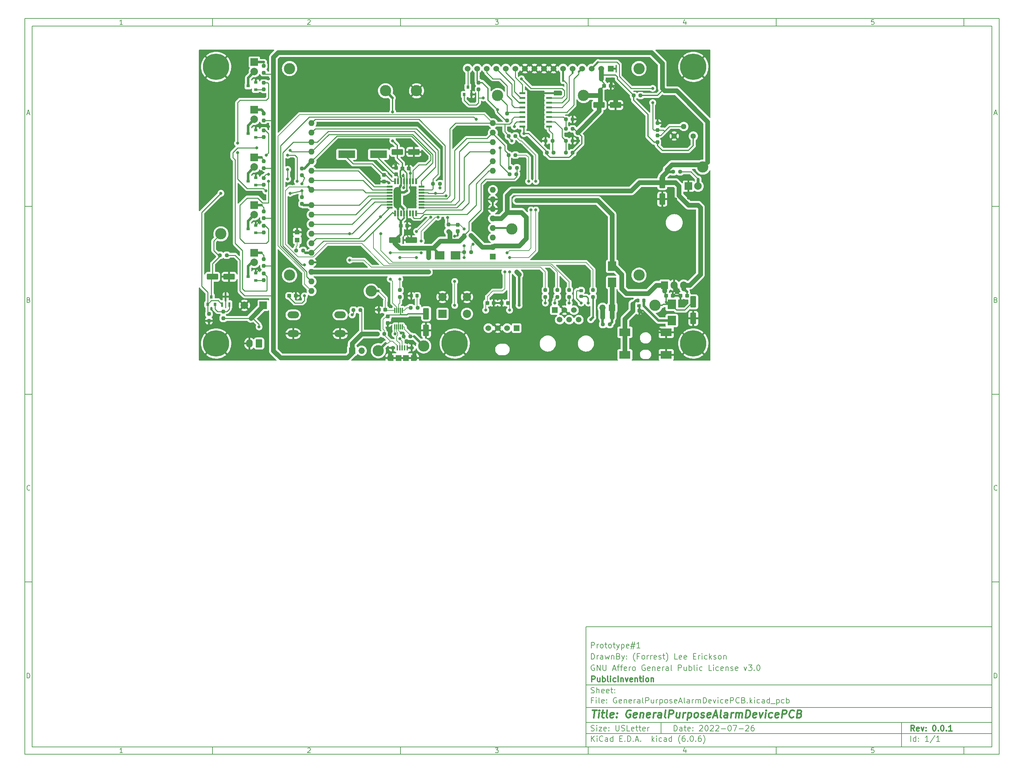
<source format=gbr>
%TF.GenerationSoftware,KiCad,Pcbnew,(6.0.6)*%
%TF.CreationDate,2022-08-04T15:50:23-04:00*%
%TF.ProjectId,GeneralPurposeAlarmDevicePCB,47656e65-7261-46c5-9075-72706f736541,0.0.1*%
%TF.SameCoordinates,Original*%
%TF.FileFunction,Copper,L1,Top*%
%TF.FilePolarity,Positive*%
%FSLAX46Y46*%
G04 Gerber Fmt 4.6, Leading zero omitted, Abs format (unit mm)*
G04 Created by KiCad (PCBNEW (6.0.6)) date 2022-08-04 15:50:23*
%MOMM*%
%LPD*%
G01*
G04 APERTURE LIST*
G04 Aperture macros list*
%AMRoundRect*
0 Rectangle with rounded corners*
0 $1 Rounding radius*
0 $2 $3 $4 $5 $6 $7 $8 $9 X,Y pos of 4 corners*
0 Add a 4 corners polygon primitive as box body*
4,1,4,$2,$3,$4,$5,$6,$7,$8,$9,$2,$3,0*
0 Add four circle primitives for the rounded corners*
1,1,$1+$1,$2,$3*
1,1,$1+$1,$4,$5*
1,1,$1+$1,$6,$7*
1,1,$1+$1,$8,$9*
0 Add four rect primitives between the rounded corners*
20,1,$1+$1,$2,$3,$4,$5,0*
20,1,$1+$1,$4,$5,$6,$7,0*
20,1,$1+$1,$6,$7,$8,$9,0*
20,1,$1+$1,$8,$9,$2,$3,0*%
G04 Aperture macros list end*
%ADD10C,0.100000*%
%ADD11C,0.150000*%
%ADD12C,0.300000*%
%ADD13C,0.400000*%
%TA.AperFunction,SMDPad,CuDef*%
%ADD14RoundRect,0.250000X-1.250000X-0.550000X1.250000X-0.550000X1.250000X0.550000X-1.250000X0.550000X0*%
%TD*%
%TA.AperFunction,SMDPad,CuDef*%
%ADD15R,0.800000X0.900000*%
%TD*%
%TA.AperFunction,SMDPad,CuDef*%
%ADD16R,0.600000X1.300000*%
%TD*%
%TA.AperFunction,SMDPad,CuDef*%
%ADD17RoundRect,0.237500X0.237500X-0.250000X0.237500X0.250000X-0.237500X0.250000X-0.237500X-0.250000X0*%
%TD*%
%TA.AperFunction,SMDPad,CuDef*%
%ADD18RoundRect,0.237500X-0.237500X0.250000X-0.237500X-0.250000X0.237500X-0.250000X0.237500X0.250000X0*%
%TD*%
%TA.AperFunction,SMDPad,CuDef*%
%ADD19RoundRect,0.237500X0.250000X0.237500X-0.250000X0.237500X-0.250000X-0.237500X0.250000X-0.237500X0*%
%TD*%
%TA.AperFunction,SMDPad,CuDef*%
%ADD20RoundRect,0.237500X-0.250000X-0.237500X0.250000X-0.237500X0.250000X0.237500X-0.250000X0.237500X0*%
%TD*%
%TA.AperFunction,SMDPad,CuDef*%
%ADD21RoundRect,0.237500X-0.300000X-0.237500X0.300000X-0.237500X0.300000X0.237500X-0.300000X0.237500X0*%
%TD*%
%TA.AperFunction,SMDPad,CuDef*%
%ADD22R,1.500000X0.600000*%
%TD*%
%TA.AperFunction,SMDPad,CuDef*%
%ADD23RoundRect,0.237500X-0.237500X0.300000X-0.237500X-0.300000X0.237500X-0.300000X0.237500X0.300000X0*%
%TD*%
%TA.AperFunction,SMDPad,CuDef*%
%ADD24RoundRect,0.237500X0.300000X0.237500X-0.300000X0.237500X-0.300000X-0.237500X0.300000X-0.237500X0*%
%TD*%
%TA.AperFunction,SMDPad,CuDef*%
%ADD25R,0.300000X1.400000*%
%TD*%
%TA.AperFunction,SMDPad,CuDef*%
%ADD26RoundRect,0.218750X-0.218750X-0.256250X0.218750X-0.256250X0.218750X0.256250X-0.218750X0.256250X0*%
%TD*%
%TA.AperFunction,SMDPad,CuDef*%
%ADD27RoundRect,0.237500X0.237500X-0.300000X0.237500X0.300000X-0.237500X0.300000X-0.237500X-0.300000X0*%
%TD*%
%TA.AperFunction,SMDPad,CuDef*%
%ADD28R,4.500000X2.000000*%
%TD*%
%TA.AperFunction,SMDPad,CuDef*%
%ADD29R,0.550000X1.600000*%
%TD*%
%TA.AperFunction,SMDPad,CuDef*%
%ADD30R,1.600000X0.550000*%
%TD*%
%TA.AperFunction,SMDPad,CuDef*%
%ADD31R,1.200000X1.200000*%
%TD*%
%TA.AperFunction,ComponentPad*%
%ADD32C,0.800000*%
%TD*%
%TA.AperFunction,ComponentPad*%
%ADD33C,7.000000*%
%TD*%
%TA.AperFunction,SMDPad,CuDef*%
%ADD34R,0.900000X0.800000*%
%TD*%
%TA.AperFunction,ComponentPad*%
%ADD35R,1.524000X1.524000*%
%TD*%
%TA.AperFunction,ComponentPad*%
%ADD36C,1.524000*%
%TD*%
%TA.AperFunction,SMDPad,CuDef*%
%ADD37RoundRect,0.250000X-0.550000X1.250000X-0.550000X-1.250000X0.550000X-1.250000X0.550000X1.250000X0*%
%TD*%
%TA.AperFunction,SMDPad,CuDef*%
%ADD38R,0.400000X1.350000*%
%TD*%
%TA.AperFunction,SMDPad,CuDef*%
%ADD39R,1.500000X1.550000*%
%TD*%
%TA.AperFunction,SMDPad,CuDef*%
%ADD40R,1.200000X1.550000*%
%TD*%
%TA.AperFunction,ComponentPad*%
%ADD41O,1.250000X0.950000*%
%TD*%
%TA.AperFunction,ComponentPad*%
%ADD42O,0.890000X1.550000*%
%TD*%
%TA.AperFunction,SMDPad,CuDef*%
%ADD43R,2.500000X2.300000*%
%TD*%
%TA.AperFunction,SMDPad,CuDef*%
%ADD44R,2.300000X2.500000*%
%TD*%
%TA.AperFunction,ComponentPad*%
%ADD45RoundRect,0.250000X0.620000X0.845000X-0.620000X0.845000X-0.620000X-0.845000X0.620000X-0.845000X0*%
%TD*%
%TA.AperFunction,ComponentPad*%
%ADD46O,1.740000X2.190000*%
%TD*%
%TA.AperFunction,ComponentPad*%
%ADD47R,1.700000X1.700000*%
%TD*%
%TA.AperFunction,ComponentPad*%
%ADD48O,1.700000X1.700000*%
%TD*%
%TA.AperFunction,SMDPad,CuDef*%
%ADD49R,3.000000X2.000000*%
%TD*%
%TA.AperFunction,SMDPad,CuDef*%
%ADD50R,2.999999X2.000000*%
%TD*%
%TA.AperFunction,SMDPad,CuDef*%
%ADD51RoundRect,0.218750X0.218750X0.256250X-0.218750X0.256250X-0.218750X-0.256250X0.218750X-0.256250X0*%
%TD*%
%TA.AperFunction,ComponentPad*%
%ADD52R,1.520000X1.520000*%
%TD*%
%TA.AperFunction,ComponentPad*%
%ADD53C,1.520000*%
%TD*%
%TA.AperFunction,SMDPad,CuDef*%
%ADD54RoundRect,0.218750X0.256250X-0.218750X0.256250X0.218750X-0.256250X0.218750X-0.256250X-0.218750X0*%
%TD*%
%TA.AperFunction,ComponentPad*%
%ADD55C,3.000000*%
%TD*%
%TA.AperFunction,ComponentPad*%
%ADD56R,1.905000X2.000000*%
%TD*%
%TA.AperFunction,ComponentPad*%
%ADD57O,1.905000X2.000000*%
%TD*%
%TA.AperFunction,ComponentPad*%
%ADD58R,2.200000X2.200000*%
%TD*%
%TA.AperFunction,ComponentPad*%
%ADD59C,2.200000*%
%TD*%
%TA.AperFunction,ComponentPad*%
%ADD60R,2.000000X2.000000*%
%TD*%
%TA.AperFunction,ComponentPad*%
%ADD61C,2.000000*%
%TD*%
%TA.AperFunction,ComponentPad*%
%ADD62R,1.600000X1.600000*%
%TD*%
%TA.AperFunction,ComponentPad*%
%ADD63O,1.600000X1.600000*%
%TD*%
%TA.AperFunction,ComponentPad*%
%ADD64C,1.440000*%
%TD*%
%TA.AperFunction,ComponentPad*%
%ADD65O,3.048000X1.850000*%
%TD*%
%TA.AperFunction,WasherPad*%
%ADD66C,3.000000*%
%TD*%
%TA.AperFunction,ViaPad*%
%ADD67C,0.800000*%
%TD*%
%TA.AperFunction,ViaPad*%
%ADD68C,2.540000*%
%TD*%
%TA.AperFunction,Conductor*%
%ADD69C,0.254000*%
%TD*%
%TA.AperFunction,Conductor*%
%ADD70C,1.270000*%
%TD*%
%TA.AperFunction,Conductor*%
%ADD71C,0.200000*%
%TD*%
%TA.AperFunction,Conductor*%
%ADD72C,0.381000*%
%TD*%
%TA.AperFunction,Conductor*%
%ADD73C,0.250000*%
%TD*%
%TA.AperFunction,Conductor*%
%ADD74C,0.635000*%
%TD*%
%TA.AperFunction,Conductor*%
%ADD75C,0.350000*%
%TD*%
%TA.AperFunction,Conductor*%
%ADD76C,0.762000*%
%TD*%
%TA.AperFunction,Conductor*%
%ADD77C,2.032000*%
%TD*%
%TA.AperFunction,Conductor*%
%ADD78C,0.508000*%
%TD*%
G04 APERTURE END LIST*
D10*
D11*
X159400000Y-171900000D02*
X159400000Y-203900000D01*
X267400000Y-203900000D01*
X267400000Y-171900000D01*
X159400000Y-171900000D01*
D10*
D11*
X10000000Y-10000000D02*
X10000000Y-205900000D01*
X269400000Y-205900000D01*
X269400000Y-10000000D01*
X10000000Y-10000000D01*
D10*
D11*
X12000000Y-12000000D02*
X12000000Y-203900000D01*
X267400000Y-203900000D01*
X267400000Y-12000000D01*
X12000000Y-12000000D01*
D10*
D11*
X60000000Y-12000000D02*
X60000000Y-10000000D01*
D10*
D11*
X110000000Y-12000000D02*
X110000000Y-10000000D01*
D10*
D11*
X160000000Y-12000000D02*
X160000000Y-10000000D01*
D10*
D11*
X210000000Y-12000000D02*
X210000000Y-10000000D01*
D10*
D11*
X260000000Y-12000000D02*
X260000000Y-10000000D01*
D10*
D11*
X36065476Y-11588095D02*
X35322619Y-11588095D01*
X35694047Y-11588095D02*
X35694047Y-10288095D01*
X35570238Y-10473809D01*
X35446428Y-10597619D01*
X35322619Y-10659523D01*
D10*
D11*
X85322619Y-10411904D02*
X85384523Y-10350000D01*
X85508333Y-10288095D01*
X85817857Y-10288095D01*
X85941666Y-10350000D01*
X86003571Y-10411904D01*
X86065476Y-10535714D01*
X86065476Y-10659523D01*
X86003571Y-10845238D01*
X85260714Y-11588095D01*
X86065476Y-11588095D01*
D10*
D11*
X135260714Y-10288095D02*
X136065476Y-10288095D01*
X135632142Y-10783333D01*
X135817857Y-10783333D01*
X135941666Y-10845238D01*
X136003571Y-10907142D01*
X136065476Y-11030952D01*
X136065476Y-11340476D01*
X136003571Y-11464285D01*
X135941666Y-11526190D01*
X135817857Y-11588095D01*
X135446428Y-11588095D01*
X135322619Y-11526190D01*
X135260714Y-11464285D01*
D10*
D11*
X185941666Y-10721428D02*
X185941666Y-11588095D01*
X185632142Y-10226190D02*
X185322619Y-11154761D01*
X186127380Y-11154761D01*
D10*
D11*
X236003571Y-10288095D02*
X235384523Y-10288095D01*
X235322619Y-10907142D01*
X235384523Y-10845238D01*
X235508333Y-10783333D01*
X235817857Y-10783333D01*
X235941666Y-10845238D01*
X236003571Y-10907142D01*
X236065476Y-11030952D01*
X236065476Y-11340476D01*
X236003571Y-11464285D01*
X235941666Y-11526190D01*
X235817857Y-11588095D01*
X235508333Y-11588095D01*
X235384523Y-11526190D01*
X235322619Y-11464285D01*
D10*
D11*
X60000000Y-203900000D02*
X60000000Y-205900000D01*
D10*
D11*
X110000000Y-203900000D02*
X110000000Y-205900000D01*
D10*
D11*
X160000000Y-203900000D02*
X160000000Y-205900000D01*
D10*
D11*
X210000000Y-203900000D02*
X210000000Y-205900000D01*
D10*
D11*
X260000000Y-203900000D02*
X260000000Y-205900000D01*
D10*
D11*
X36065476Y-205488095D02*
X35322619Y-205488095D01*
X35694047Y-205488095D02*
X35694047Y-204188095D01*
X35570238Y-204373809D01*
X35446428Y-204497619D01*
X35322619Y-204559523D01*
D10*
D11*
X85322619Y-204311904D02*
X85384523Y-204250000D01*
X85508333Y-204188095D01*
X85817857Y-204188095D01*
X85941666Y-204250000D01*
X86003571Y-204311904D01*
X86065476Y-204435714D01*
X86065476Y-204559523D01*
X86003571Y-204745238D01*
X85260714Y-205488095D01*
X86065476Y-205488095D01*
D10*
D11*
X135260714Y-204188095D02*
X136065476Y-204188095D01*
X135632142Y-204683333D01*
X135817857Y-204683333D01*
X135941666Y-204745238D01*
X136003571Y-204807142D01*
X136065476Y-204930952D01*
X136065476Y-205240476D01*
X136003571Y-205364285D01*
X135941666Y-205426190D01*
X135817857Y-205488095D01*
X135446428Y-205488095D01*
X135322619Y-205426190D01*
X135260714Y-205364285D01*
D10*
D11*
X185941666Y-204621428D02*
X185941666Y-205488095D01*
X185632142Y-204126190D02*
X185322619Y-205054761D01*
X186127380Y-205054761D01*
D10*
D11*
X236003571Y-204188095D02*
X235384523Y-204188095D01*
X235322619Y-204807142D01*
X235384523Y-204745238D01*
X235508333Y-204683333D01*
X235817857Y-204683333D01*
X235941666Y-204745238D01*
X236003571Y-204807142D01*
X236065476Y-204930952D01*
X236065476Y-205240476D01*
X236003571Y-205364285D01*
X235941666Y-205426190D01*
X235817857Y-205488095D01*
X235508333Y-205488095D01*
X235384523Y-205426190D01*
X235322619Y-205364285D01*
D10*
D11*
X10000000Y-60000000D02*
X12000000Y-60000000D01*
D10*
D11*
X10000000Y-110000000D02*
X12000000Y-110000000D01*
D10*
D11*
X10000000Y-160000000D02*
X12000000Y-160000000D01*
D10*
D11*
X10690476Y-35216666D02*
X11309523Y-35216666D01*
X10566666Y-35588095D02*
X11000000Y-34288095D01*
X11433333Y-35588095D01*
D10*
D11*
X11092857Y-84907142D02*
X11278571Y-84969047D01*
X11340476Y-85030952D01*
X11402380Y-85154761D01*
X11402380Y-85340476D01*
X11340476Y-85464285D01*
X11278571Y-85526190D01*
X11154761Y-85588095D01*
X10659523Y-85588095D01*
X10659523Y-84288095D01*
X11092857Y-84288095D01*
X11216666Y-84350000D01*
X11278571Y-84411904D01*
X11340476Y-84535714D01*
X11340476Y-84659523D01*
X11278571Y-84783333D01*
X11216666Y-84845238D01*
X11092857Y-84907142D01*
X10659523Y-84907142D01*
D10*
D11*
X11402380Y-135464285D02*
X11340476Y-135526190D01*
X11154761Y-135588095D01*
X11030952Y-135588095D01*
X10845238Y-135526190D01*
X10721428Y-135402380D01*
X10659523Y-135278571D01*
X10597619Y-135030952D01*
X10597619Y-134845238D01*
X10659523Y-134597619D01*
X10721428Y-134473809D01*
X10845238Y-134350000D01*
X11030952Y-134288095D01*
X11154761Y-134288095D01*
X11340476Y-134350000D01*
X11402380Y-134411904D01*
D10*
D11*
X10659523Y-185588095D02*
X10659523Y-184288095D01*
X10969047Y-184288095D01*
X11154761Y-184350000D01*
X11278571Y-184473809D01*
X11340476Y-184597619D01*
X11402380Y-184845238D01*
X11402380Y-185030952D01*
X11340476Y-185278571D01*
X11278571Y-185402380D01*
X11154761Y-185526190D01*
X10969047Y-185588095D01*
X10659523Y-185588095D01*
D10*
D11*
X269400000Y-60000000D02*
X267400000Y-60000000D01*
D10*
D11*
X269400000Y-110000000D02*
X267400000Y-110000000D01*
D10*
D11*
X269400000Y-160000000D02*
X267400000Y-160000000D01*
D10*
D11*
X268090476Y-35216666D02*
X268709523Y-35216666D01*
X267966666Y-35588095D02*
X268400000Y-34288095D01*
X268833333Y-35588095D01*
D10*
D11*
X268492857Y-84907142D02*
X268678571Y-84969047D01*
X268740476Y-85030952D01*
X268802380Y-85154761D01*
X268802380Y-85340476D01*
X268740476Y-85464285D01*
X268678571Y-85526190D01*
X268554761Y-85588095D01*
X268059523Y-85588095D01*
X268059523Y-84288095D01*
X268492857Y-84288095D01*
X268616666Y-84350000D01*
X268678571Y-84411904D01*
X268740476Y-84535714D01*
X268740476Y-84659523D01*
X268678571Y-84783333D01*
X268616666Y-84845238D01*
X268492857Y-84907142D01*
X268059523Y-84907142D01*
D10*
D11*
X268802380Y-135464285D02*
X268740476Y-135526190D01*
X268554761Y-135588095D01*
X268430952Y-135588095D01*
X268245238Y-135526190D01*
X268121428Y-135402380D01*
X268059523Y-135278571D01*
X267997619Y-135030952D01*
X267997619Y-134845238D01*
X268059523Y-134597619D01*
X268121428Y-134473809D01*
X268245238Y-134350000D01*
X268430952Y-134288095D01*
X268554761Y-134288095D01*
X268740476Y-134350000D01*
X268802380Y-134411904D01*
D10*
D11*
X268059523Y-185588095D02*
X268059523Y-184288095D01*
X268369047Y-184288095D01*
X268554761Y-184350000D01*
X268678571Y-184473809D01*
X268740476Y-184597619D01*
X268802380Y-184845238D01*
X268802380Y-185030952D01*
X268740476Y-185278571D01*
X268678571Y-185402380D01*
X268554761Y-185526190D01*
X268369047Y-185588095D01*
X268059523Y-185588095D01*
D10*
D11*
X182832142Y-199678571D02*
X182832142Y-198178571D01*
X183189285Y-198178571D01*
X183403571Y-198250000D01*
X183546428Y-198392857D01*
X183617857Y-198535714D01*
X183689285Y-198821428D01*
X183689285Y-199035714D01*
X183617857Y-199321428D01*
X183546428Y-199464285D01*
X183403571Y-199607142D01*
X183189285Y-199678571D01*
X182832142Y-199678571D01*
X184975000Y-199678571D02*
X184975000Y-198892857D01*
X184903571Y-198750000D01*
X184760714Y-198678571D01*
X184475000Y-198678571D01*
X184332142Y-198750000D01*
X184975000Y-199607142D02*
X184832142Y-199678571D01*
X184475000Y-199678571D01*
X184332142Y-199607142D01*
X184260714Y-199464285D01*
X184260714Y-199321428D01*
X184332142Y-199178571D01*
X184475000Y-199107142D01*
X184832142Y-199107142D01*
X184975000Y-199035714D01*
X185475000Y-198678571D02*
X186046428Y-198678571D01*
X185689285Y-198178571D02*
X185689285Y-199464285D01*
X185760714Y-199607142D01*
X185903571Y-199678571D01*
X186046428Y-199678571D01*
X187117857Y-199607142D02*
X186975000Y-199678571D01*
X186689285Y-199678571D01*
X186546428Y-199607142D01*
X186475000Y-199464285D01*
X186475000Y-198892857D01*
X186546428Y-198750000D01*
X186689285Y-198678571D01*
X186975000Y-198678571D01*
X187117857Y-198750000D01*
X187189285Y-198892857D01*
X187189285Y-199035714D01*
X186475000Y-199178571D01*
X187832142Y-199535714D02*
X187903571Y-199607142D01*
X187832142Y-199678571D01*
X187760714Y-199607142D01*
X187832142Y-199535714D01*
X187832142Y-199678571D01*
X187832142Y-198750000D02*
X187903571Y-198821428D01*
X187832142Y-198892857D01*
X187760714Y-198821428D01*
X187832142Y-198750000D01*
X187832142Y-198892857D01*
X189617857Y-198321428D02*
X189689285Y-198250000D01*
X189832142Y-198178571D01*
X190189285Y-198178571D01*
X190332142Y-198250000D01*
X190403571Y-198321428D01*
X190475000Y-198464285D01*
X190475000Y-198607142D01*
X190403571Y-198821428D01*
X189546428Y-199678571D01*
X190475000Y-199678571D01*
X191403571Y-198178571D02*
X191546428Y-198178571D01*
X191689285Y-198250000D01*
X191760714Y-198321428D01*
X191832142Y-198464285D01*
X191903571Y-198750000D01*
X191903571Y-199107142D01*
X191832142Y-199392857D01*
X191760714Y-199535714D01*
X191689285Y-199607142D01*
X191546428Y-199678571D01*
X191403571Y-199678571D01*
X191260714Y-199607142D01*
X191189285Y-199535714D01*
X191117857Y-199392857D01*
X191046428Y-199107142D01*
X191046428Y-198750000D01*
X191117857Y-198464285D01*
X191189285Y-198321428D01*
X191260714Y-198250000D01*
X191403571Y-198178571D01*
X192475000Y-198321428D02*
X192546428Y-198250000D01*
X192689285Y-198178571D01*
X193046428Y-198178571D01*
X193189285Y-198250000D01*
X193260714Y-198321428D01*
X193332142Y-198464285D01*
X193332142Y-198607142D01*
X193260714Y-198821428D01*
X192403571Y-199678571D01*
X193332142Y-199678571D01*
X193903571Y-198321428D02*
X193975000Y-198250000D01*
X194117857Y-198178571D01*
X194475000Y-198178571D01*
X194617857Y-198250000D01*
X194689285Y-198321428D01*
X194760714Y-198464285D01*
X194760714Y-198607142D01*
X194689285Y-198821428D01*
X193832142Y-199678571D01*
X194760714Y-199678571D01*
X195403571Y-199107142D02*
X196546428Y-199107142D01*
X197546428Y-198178571D02*
X197689285Y-198178571D01*
X197832142Y-198250000D01*
X197903571Y-198321428D01*
X197975000Y-198464285D01*
X198046428Y-198750000D01*
X198046428Y-199107142D01*
X197975000Y-199392857D01*
X197903571Y-199535714D01*
X197832142Y-199607142D01*
X197689285Y-199678571D01*
X197546428Y-199678571D01*
X197403571Y-199607142D01*
X197332142Y-199535714D01*
X197260714Y-199392857D01*
X197189285Y-199107142D01*
X197189285Y-198750000D01*
X197260714Y-198464285D01*
X197332142Y-198321428D01*
X197403571Y-198250000D01*
X197546428Y-198178571D01*
X198546428Y-198178571D02*
X199546428Y-198178571D01*
X198903571Y-199678571D01*
X200117857Y-199107142D02*
X201260714Y-199107142D01*
X201903571Y-198321428D02*
X201975000Y-198250000D01*
X202117857Y-198178571D01*
X202475000Y-198178571D01*
X202617857Y-198250000D01*
X202689285Y-198321428D01*
X202760714Y-198464285D01*
X202760714Y-198607142D01*
X202689285Y-198821428D01*
X201832142Y-199678571D01*
X202760714Y-199678571D01*
X204046428Y-198178571D02*
X203760714Y-198178571D01*
X203617857Y-198250000D01*
X203546428Y-198321428D01*
X203403571Y-198535714D01*
X203332142Y-198821428D01*
X203332142Y-199392857D01*
X203403571Y-199535714D01*
X203475000Y-199607142D01*
X203617857Y-199678571D01*
X203903571Y-199678571D01*
X204046428Y-199607142D01*
X204117857Y-199535714D01*
X204189285Y-199392857D01*
X204189285Y-199035714D01*
X204117857Y-198892857D01*
X204046428Y-198821428D01*
X203903571Y-198750000D01*
X203617857Y-198750000D01*
X203475000Y-198821428D01*
X203403571Y-198892857D01*
X203332142Y-199035714D01*
D10*
D11*
X159400000Y-200400000D02*
X267400000Y-200400000D01*
D10*
D11*
X160832142Y-202478571D02*
X160832142Y-200978571D01*
X161689285Y-202478571D02*
X161046428Y-201621428D01*
X161689285Y-200978571D02*
X160832142Y-201835714D01*
X162332142Y-202478571D02*
X162332142Y-201478571D01*
X162332142Y-200978571D02*
X162260714Y-201050000D01*
X162332142Y-201121428D01*
X162403571Y-201050000D01*
X162332142Y-200978571D01*
X162332142Y-201121428D01*
X163903571Y-202335714D02*
X163832142Y-202407142D01*
X163617857Y-202478571D01*
X163475000Y-202478571D01*
X163260714Y-202407142D01*
X163117857Y-202264285D01*
X163046428Y-202121428D01*
X162975000Y-201835714D01*
X162975000Y-201621428D01*
X163046428Y-201335714D01*
X163117857Y-201192857D01*
X163260714Y-201050000D01*
X163475000Y-200978571D01*
X163617857Y-200978571D01*
X163832142Y-201050000D01*
X163903571Y-201121428D01*
X165189285Y-202478571D02*
X165189285Y-201692857D01*
X165117857Y-201550000D01*
X164975000Y-201478571D01*
X164689285Y-201478571D01*
X164546428Y-201550000D01*
X165189285Y-202407142D02*
X165046428Y-202478571D01*
X164689285Y-202478571D01*
X164546428Y-202407142D01*
X164475000Y-202264285D01*
X164475000Y-202121428D01*
X164546428Y-201978571D01*
X164689285Y-201907142D01*
X165046428Y-201907142D01*
X165189285Y-201835714D01*
X166546428Y-202478571D02*
X166546428Y-200978571D01*
X166546428Y-202407142D02*
X166403571Y-202478571D01*
X166117857Y-202478571D01*
X165975000Y-202407142D01*
X165903571Y-202335714D01*
X165832142Y-202192857D01*
X165832142Y-201764285D01*
X165903571Y-201621428D01*
X165975000Y-201550000D01*
X166117857Y-201478571D01*
X166403571Y-201478571D01*
X166546428Y-201550000D01*
X168403571Y-201692857D02*
X168903571Y-201692857D01*
X169117857Y-202478571D02*
X168403571Y-202478571D01*
X168403571Y-200978571D01*
X169117857Y-200978571D01*
X169760714Y-202335714D02*
X169832142Y-202407142D01*
X169760714Y-202478571D01*
X169689285Y-202407142D01*
X169760714Y-202335714D01*
X169760714Y-202478571D01*
X170475000Y-202478571D02*
X170475000Y-200978571D01*
X170832142Y-200978571D01*
X171046428Y-201050000D01*
X171189285Y-201192857D01*
X171260714Y-201335714D01*
X171332142Y-201621428D01*
X171332142Y-201835714D01*
X171260714Y-202121428D01*
X171189285Y-202264285D01*
X171046428Y-202407142D01*
X170832142Y-202478571D01*
X170475000Y-202478571D01*
X171975000Y-202335714D02*
X172046428Y-202407142D01*
X171975000Y-202478571D01*
X171903571Y-202407142D01*
X171975000Y-202335714D01*
X171975000Y-202478571D01*
X172617857Y-202050000D02*
X173332142Y-202050000D01*
X172475000Y-202478571D02*
X172975000Y-200978571D01*
X173475000Y-202478571D01*
X173975000Y-202335714D02*
X174046428Y-202407142D01*
X173975000Y-202478571D01*
X173903571Y-202407142D01*
X173975000Y-202335714D01*
X173975000Y-202478571D01*
X176975000Y-202478571D02*
X176975000Y-200978571D01*
X177117857Y-201907142D02*
X177546428Y-202478571D01*
X177546428Y-201478571D02*
X176975000Y-202050000D01*
X178189285Y-202478571D02*
X178189285Y-201478571D01*
X178189285Y-200978571D02*
X178117857Y-201050000D01*
X178189285Y-201121428D01*
X178260714Y-201050000D01*
X178189285Y-200978571D01*
X178189285Y-201121428D01*
X179546428Y-202407142D02*
X179403571Y-202478571D01*
X179117857Y-202478571D01*
X178975000Y-202407142D01*
X178903571Y-202335714D01*
X178832142Y-202192857D01*
X178832142Y-201764285D01*
X178903571Y-201621428D01*
X178975000Y-201550000D01*
X179117857Y-201478571D01*
X179403571Y-201478571D01*
X179546428Y-201550000D01*
X180832142Y-202478571D02*
X180832142Y-201692857D01*
X180760714Y-201550000D01*
X180617857Y-201478571D01*
X180332142Y-201478571D01*
X180189285Y-201550000D01*
X180832142Y-202407142D02*
X180689285Y-202478571D01*
X180332142Y-202478571D01*
X180189285Y-202407142D01*
X180117857Y-202264285D01*
X180117857Y-202121428D01*
X180189285Y-201978571D01*
X180332142Y-201907142D01*
X180689285Y-201907142D01*
X180832142Y-201835714D01*
X182189285Y-202478571D02*
X182189285Y-200978571D01*
X182189285Y-202407142D02*
X182046428Y-202478571D01*
X181760714Y-202478571D01*
X181617857Y-202407142D01*
X181546428Y-202335714D01*
X181475000Y-202192857D01*
X181475000Y-201764285D01*
X181546428Y-201621428D01*
X181617857Y-201550000D01*
X181760714Y-201478571D01*
X182046428Y-201478571D01*
X182189285Y-201550000D01*
X184475000Y-203050000D02*
X184403571Y-202978571D01*
X184260714Y-202764285D01*
X184189285Y-202621428D01*
X184117857Y-202407142D01*
X184046428Y-202050000D01*
X184046428Y-201764285D01*
X184117857Y-201407142D01*
X184189285Y-201192857D01*
X184260714Y-201050000D01*
X184403571Y-200835714D01*
X184475000Y-200764285D01*
X185689285Y-200978571D02*
X185403571Y-200978571D01*
X185260714Y-201050000D01*
X185189285Y-201121428D01*
X185046428Y-201335714D01*
X184975000Y-201621428D01*
X184975000Y-202192857D01*
X185046428Y-202335714D01*
X185117857Y-202407142D01*
X185260714Y-202478571D01*
X185546428Y-202478571D01*
X185689285Y-202407142D01*
X185760714Y-202335714D01*
X185832142Y-202192857D01*
X185832142Y-201835714D01*
X185760714Y-201692857D01*
X185689285Y-201621428D01*
X185546428Y-201550000D01*
X185260714Y-201550000D01*
X185117857Y-201621428D01*
X185046428Y-201692857D01*
X184975000Y-201835714D01*
X186475000Y-202335714D02*
X186546428Y-202407142D01*
X186475000Y-202478571D01*
X186403571Y-202407142D01*
X186475000Y-202335714D01*
X186475000Y-202478571D01*
X187475000Y-200978571D02*
X187617857Y-200978571D01*
X187760714Y-201050000D01*
X187832142Y-201121428D01*
X187903571Y-201264285D01*
X187975000Y-201550000D01*
X187975000Y-201907142D01*
X187903571Y-202192857D01*
X187832142Y-202335714D01*
X187760714Y-202407142D01*
X187617857Y-202478571D01*
X187475000Y-202478571D01*
X187332142Y-202407142D01*
X187260714Y-202335714D01*
X187189285Y-202192857D01*
X187117857Y-201907142D01*
X187117857Y-201550000D01*
X187189285Y-201264285D01*
X187260714Y-201121428D01*
X187332142Y-201050000D01*
X187475000Y-200978571D01*
X188617857Y-202335714D02*
X188689285Y-202407142D01*
X188617857Y-202478571D01*
X188546428Y-202407142D01*
X188617857Y-202335714D01*
X188617857Y-202478571D01*
X189975000Y-200978571D02*
X189689285Y-200978571D01*
X189546428Y-201050000D01*
X189475000Y-201121428D01*
X189332142Y-201335714D01*
X189260714Y-201621428D01*
X189260714Y-202192857D01*
X189332142Y-202335714D01*
X189403571Y-202407142D01*
X189546428Y-202478571D01*
X189832142Y-202478571D01*
X189975000Y-202407142D01*
X190046428Y-202335714D01*
X190117857Y-202192857D01*
X190117857Y-201835714D01*
X190046428Y-201692857D01*
X189975000Y-201621428D01*
X189832142Y-201550000D01*
X189546428Y-201550000D01*
X189403571Y-201621428D01*
X189332142Y-201692857D01*
X189260714Y-201835714D01*
X190617857Y-203050000D02*
X190689285Y-202978571D01*
X190832142Y-202764285D01*
X190903571Y-202621428D01*
X190975000Y-202407142D01*
X191046428Y-202050000D01*
X191046428Y-201764285D01*
X190975000Y-201407142D01*
X190903571Y-201192857D01*
X190832142Y-201050000D01*
X190689285Y-200835714D01*
X190617857Y-200764285D01*
D10*
D11*
X159400000Y-197400000D02*
X267400000Y-197400000D01*
D10*
D12*
X246809285Y-199678571D02*
X246309285Y-198964285D01*
X245952142Y-199678571D02*
X245952142Y-198178571D01*
X246523571Y-198178571D01*
X246666428Y-198250000D01*
X246737857Y-198321428D01*
X246809285Y-198464285D01*
X246809285Y-198678571D01*
X246737857Y-198821428D01*
X246666428Y-198892857D01*
X246523571Y-198964285D01*
X245952142Y-198964285D01*
X248023571Y-199607142D02*
X247880714Y-199678571D01*
X247595000Y-199678571D01*
X247452142Y-199607142D01*
X247380714Y-199464285D01*
X247380714Y-198892857D01*
X247452142Y-198750000D01*
X247595000Y-198678571D01*
X247880714Y-198678571D01*
X248023571Y-198750000D01*
X248095000Y-198892857D01*
X248095000Y-199035714D01*
X247380714Y-199178571D01*
X248595000Y-198678571D02*
X248952142Y-199678571D01*
X249309285Y-198678571D01*
X249880714Y-199535714D02*
X249952142Y-199607142D01*
X249880714Y-199678571D01*
X249809285Y-199607142D01*
X249880714Y-199535714D01*
X249880714Y-199678571D01*
X249880714Y-198750000D02*
X249952142Y-198821428D01*
X249880714Y-198892857D01*
X249809285Y-198821428D01*
X249880714Y-198750000D01*
X249880714Y-198892857D01*
X252023571Y-198178571D02*
X252166428Y-198178571D01*
X252309285Y-198250000D01*
X252380714Y-198321428D01*
X252452142Y-198464285D01*
X252523571Y-198750000D01*
X252523571Y-199107142D01*
X252452142Y-199392857D01*
X252380714Y-199535714D01*
X252309285Y-199607142D01*
X252166428Y-199678571D01*
X252023571Y-199678571D01*
X251880714Y-199607142D01*
X251809285Y-199535714D01*
X251737857Y-199392857D01*
X251666428Y-199107142D01*
X251666428Y-198750000D01*
X251737857Y-198464285D01*
X251809285Y-198321428D01*
X251880714Y-198250000D01*
X252023571Y-198178571D01*
X253166428Y-199535714D02*
X253237857Y-199607142D01*
X253166428Y-199678571D01*
X253095000Y-199607142D01*
X253166428Y-199535714D01*
X253166428Y-199678571D01*
X254166428Y-198178571D02*
X254309285Y-198178571D01*
X254452142Y-198250000D01*
X254523571Y-198321428D01*
X254595000Y-198464285D01*
X254666428Y-198750000D01*
X254666428Y-199107142D01*
X254595000Y-199392857D01*
X254523571Y-199535714D01*
X254452142Y-199607142D01*
X254309285Y-199678571D01*
X254166428Y-199678571D01*
X254023571Y-199607142D01*
X253952142Y-199535714D01*
X253880714Y-199392857D01*
X253809285Y-199107142D01*
X253809285Y-198750000D01*
X253880714Y-198464285D01*
X253952142Y-198321428D01*
X254023571Y-198250000D01*
X254166428Y-198178571D01*
X255309285Y-199535714D02*
X255380714Y-199607142D01*
X255309285Y-199678571D01*
X255237857Y-199607142D01*
X255309285Y-199535714D01*
X255309285Y-199678571D01*
X256809285Y-199678571D02*
X255952142Y-199678571D01*
X256380714Y-199678571D02*
X256380714Y-198178571D01*
X256237857Y-198392857D01*
X256095000Y-198535714D01*
X255952142Y-198607142D01*
D10*
D11*
X160760714Y-199607142D02*
X160975000Y-199678571D01*
X161332142Y-199678571D01*
X161475000Y-199607142D01*
X161546428Y-199535714D01*
X161617857Y-199392857D01*
X161617857Y-199250000D01*
X161546428Y-199107142D01*
X161475000Y-199035714D01*
X161332142Y-198964285D01*
X161046428Y-198892857D01*
X160903571Y-198821428D01*
X160832142Y-198750000D01*
X160760714Y-198607142D01*
X160760714Y-198464285D01*
X160832142Y-198321428D01*
X160903571Y-198250000D01*
X161046428Y-198178571D01*
X161403571Y-198178571D01*
X161617857Y-198250000D01*
X162260714Y-199678571D02*
X162260714Y-198678571D01*
X162260714Y-198178571D02*
X162189285Y-198250000D01*
X162260714Y-198321428D01*
X162332142Y-198250000D01*
X162260714Y-198178571D01*
X162260714Y-198321428D01*
X162832142Y-198678571D02*
X163617857Y-198678571D01*
X162832142Y-199678571D01*
X163617857Y-199678571D01*
X164760714Y-199607142D02*
X164617857Y-199678571D01*
X164332142Y-199678571D01*
X164189285Y-199607142D01*
X164117857Y-199464285D01*
X164117857Y-198892857D01*
X164189285Y-198750000D01*
X164332142Y-198678571D01*
X164617857Y-198678571D01*
X164760714Y-198750000D01*
X164832142Y-198892857D01*
X164832142Y-199035714D01*
X164117857Y-199178571D01*
X165475000Y-199535714D02*
X165546428Y-199607142D01*
X165475000Y-199678571D01*
X165403571Y-199607142D01*
X165475000Y-199535714D01*
X165475000Y-199678571D01*
X165475000Y-198750000D02*
X165546428Y-198821428D01*
X165475000Y-198892857D01*
X165403571Y-198821428D01*
X165475000Y-198750000D01*
X165475000Y-198892857D01*
X167332142Y-198178571D02*
X167332142Y-199392857D01*
X167403571Y-199535714D01*
X167475000Y-199607142D01*
X167617857Y-199678571D01*
X167903571Y-199678571D01*
X168046428Y-199607142D01*
X168117857Y-199535714D01*
X168189285Y-199392857D01*
X168189285Y-198178571D01*
X168832142Y-199607142D02*
X169046428Y-199678571D01*
X169403571Y-199678571D01*
X169546428Y-199607142D01*
X169617857Y-199535714D01*
X169689285Y-199392857D01*
X169689285Y-199250000D01*
X169617857Y-199107142D01*
X169546428Y-199035714D01*
X169403571Y-198964285D01*
X169117857Y-198892857D01*
X168975000Y-198821428D01*
X168903571Y-198750000D01*
X168832142Y-198607142D01*
X168832142Y-198464285D01*
X168903571Y-198321428D01*
X168975000Y-198250000D01*
X169117857Y-198178571D01*
X169475000Y-198178571D01*
X169689285Y-198250000D01*
X171046428Y-199678571D02*
X170332142Y-199678571D01*
X170332142Y-198178571D01*
X172117857Y-199607142D02*
X171975000Y-199678571D01*
X171689285Y-199678571D01*
X171546428Y-199607142D01*
X171475000Y-199464285D01*
X171475000Y-198892857D01*
X171546428Y-198750000D01*
X171689285Y-198678571D01*
X171975000Y-198678571D01*
X172117857Y-198750000D01*
X172189285Y-198892857D01*
X172189285Y-199035714D01*
X171475000Y-199178571D01*
X172617857Y-198678571D02*
X173189285Y-198678571D01*
X172832142Y-198178571D02*
X172832142Y-199464285D01*
X172903571Y-199607142D01*
X173046428Y-199678571D01*
X173189285Y-199678571D01*
X173475000Y-198678571D02*
X174046428Y-198678571D01*
X173689285Y-198178571D02*
X173689285Y-199464285D01*
X173760714Y-199607142D01*
X173903571Y-199678571D01*
X174046428Y-199678571D01*
X175117857Y-199607142D02*
X174975000Y-199678571D01*
X174689285Y-199678571D01*
X174546428Y-199607142D01*
X174475000Y-199464285D01*
X174475000Y-198892857D01*
X174546428Y-198750000D01*
X174689285Y-198678571D01*
X174975000Y-198678571D01*
X175117857Y-198750000D01*
X175189285Y-198892857D01*
X175189285Y-199035714D01*
X174475000Y-199178571D01*
X175832142Y-199678571D02*
X175832142Y-198678571D01*
X175832142Y-198964285D02*
X175903571Y-198821428D01*
X175975000Y-198750000D01*
X176117857Y-198678571D01*
X176260714Y-198678571D01*
D10*
D11*
X245832142Y-202478571D02*
X245832142Y-200978571D01*
X247189285Y-202478571D02*
X247189285Y-200978571D01*
X247189285Y-202407142D02*
X247046428Y-202478571D01*
X246760714Y-202478571D01*
X246617857Y-202407142D01*
X246546428Y-202335714D01*
X246475000Y-202192857D01*
X246475000Y-201764285D01*
X246546428Y-201621428D01*
X246617857Y-201550000D01*
X246760714Y-201478571D01*
X247046428Y-201478571D01*
X247189285Y-201550000D01*
X247903571Y-202335714D02*
X247975000Y-202407142D01*
X247903571Y-202478571D01*
X247832142Y-202407142D01*
X247903571Y-202335714D01*
X247903571Y-202478571D01*
X247903571Y-201550000D02*
X247975000Y-201621428D01*
X247903571Y-201692857D01*
X247832142Y-201621428D01*
X247903571Y-201550000D01*
X247903571Y-201692857D01*
X250546428Y-202478571D02*
X249689285Y-202478571D01*
X250117857Y-202478571D02*
X250117857Y-200978571D01*
X249975000Y-201192857D01*
X249832142Y-201335714D01*
X249689285Y-201407142D01*
X252260714Y-200907142D02*
X250975000Y-202835714D01*
X253546428Y-202478571D02*
X252689285Y-202478571D01*
X253117857Y-202478571D02*
X253117857Y-200978571D01*
X252975000Y-201192857D01*
X252832142Y-201335714D01*
X252689285Y-201407142D01*
D10*
D11*
X159400000Y-193400000D02*
X267400000Y-193400000D01*
D10*
D13*
X161112380Y-194104761D02*
X162255238Y-194104761D01*
X161433809Y-196104761D02*
X161683809Y-194104761D01*
X162671904Y-196104761D02*
X162838571Y-194771428D01*
X162921904Y-194104761D02*
X162814761Y-194200000D01*
X162898095Y-194295238D01*
X163005238Y-194200000D01*
X162921904Y-194104761D01*
X162898095Y-194295238D01*
X163505238Y-194771428D02*
X164267142Y-194771428D01*
X163874285Y-194104761D02*
X163660000Y-195819047D01*
X163731428Y-196009523D01*
X163910000Y-196104761D01*
X164100476Y-196104761D01*
X165052857Y-196104761D02*
X164874285Y-196009523D01*
X164802857Y-195819047D01*
X165017142Y-194104761D01*
X166588571Y-196009523D02*
X166386190Y-196104761D01*
X166005238Y-196104761D01*
X165826666Y-196009523D01*
X165755238Y-195819047D01*
X165850476Y-195057142D01*
X165969523Y-194866666D01*
X166171904Y-194771428D01*
X166552857Y-194771428D01*
X166731428Y-194866666D01*
X166802857Y-195057142D01*
X166779047Y-195247619D01*
X165802857Y-195438095D01*
X167552857Y-195914285D02*
X167636190Y-196009523D01*
X167529047Y-196104761D01*
X167445714Y-196009523D01*
X167552857Y-195914285D01*
X167529047Y-196104761D01*
X167683809Y-194866666D02*
X167767142Y-194961904D01*
X167660000Y-195057142D01*
X167576666Y-194961904D01*
X167683809Y-194866666D01*
X167660000Y-195057142D01*
X171290952Y-194200000D02*
X171112380Y-194104761D01*
X170826666Y-194104761D01*
X170529047Y-194200000D01*
X170314761Y-194390476D01*
X170195714Y-194580952D01*
X170052857Y-194961904D01*
X170017142Y-195247619D01*
X170064761Y-195628571D01*
X170136190Y-195819047D01*
X170302857Y-196009523D01*
X170576666Y-196104761D01*
X170767142Y-196104761D01*
X171064761Y-196009523D01*
X171171904Y-195914285D01*
X171255238Y-195247619D01*
X170874285Y-195247619D01*
X172779047Y-196009523D02*
X172576666Y-196104761D01*
X172195714Y-196104761D01*
X172017142Y-196009523D01*
X171945714Y-195819047D01*
X172040952Y-195057142D01*
X172160000Y-194866666D01*
X172362380Y-194771428D01*
X172743333Y-194771428D01*
X172921904Y-194866666D01*
X172993333Y-195057142D01*
X172969523Y-195247619D01*
X171993333Y-195438095D01*
X173886190Y-194771428D02*
X173719523Y-196104761D01*
X173862380Y-194961904D02*
X173969523Y-194866666D01*
X174171904Y-194771428D01*
X174457619Y-194771428D01*
X174636190Y-194866666D01*
X174707619Y-195057142D01*
X174576666Y-196104761D01*
X176302857Y-196009523D02*
X176100476Y-196104761D01*
X175719523Y-196104761D01*
X175540952Y-196009523D01*
X175469523Y-195819047D01*
X175564761Y-195057142D01*
X175683809Y-194866666D01*
X175886190Y-194771428D01*
X176267142Y-194771428D01*
X176445714Y-194866666D01*
X176517142Y-195057142D01*
X176493333Y-195247619D01*
X175517142Y-195438095D01*
X177243333Y-196104761D02*
X177410000Y-194771428D01*
X177362380Y-195152380D02*
X177481428Y-194961904D01*
X177588571Y-194866666D01*
X177790952Y-194771428D01*
X177981428Y-194771428D01*
X179338571Y-196104761D02*
X179469523Y-195057142D01*
X179398095Y-194866666D01*
X179219523Y-194771428D01*
X178838571Y-194771428D01*
X178636190Y-194866666D01*
X179350476Y-196009523D02*
X179148095Y-196104761D01*
X178671904Y-196104761D01*
X178493333Y-196009523D01*
X178421904Y-195819047D01*
X178445714Y-195628571D01*
X178564761Y-195438095D01*
X178767142Y-195342857D01*
X179243333Y-195342857D01*
X179445714Y-195247619D01*
X180576666Y-196104761D02*
X180398095Y-196009523D01*
X180326666Y-195819047D01*
X180540952Y-194104761D01*
X181338571Y-196104761D02*
X181588571Y-194104761D01*
X182350476Y-194104761D01*
X182529047Y-194200000D01*
X182612380Y-194295238D01*
X182683809Y-194485714D01*
X182648095Y-194771428D01*
X182529047Y-194961904D01*
X182421904Y-195057142D01*
X182219523Y-195152380D01*
X181457619Y-195152380D01*
X184362380Y-194771428D02*
X184195714Y-196104761D01*
X183505238Y-194771428D02*
X183374285Y-195819047D01*
X183445714Y-196009523D01*
X183624285Y-196104761D01*
X183910000Y-196104761D01*
X184112380Y-196009523D01*
X184219523Y-195914285D01*
X185148095Y-196104761D02*
X185314761Y-194771428D01*
X185267142Y-195152380D02*
X185386190Y-194961904D01*
X185493333Y-194866666D01*
X185695714Y-194771428D01*
X185886190Y-194771428D01*
X186552857Y-194771428D02*
X186302857Y-196771428D01*
X186540952Y-194866666D02*
X186743333Y-194771428D01*
X187124285Y-194771428D01*
X187302857Y-194866666D01*
X187386190Y-194961904D01*
X187457619Y-195152380D01*
X187386190Y-195723809D01*
X187267142Y-195914285D01*
X187160000Y-196009523D01*
X186957619Y-196104761D01*
X186576666Y-196104761D01*
X186398095Y-196009523D01*
X188481428Y-196104761D02*
X188302857Y-196009523D01*
X188219523Y-195914285D01*
X188148095Y-195723809D01*
X188219523Y-195152380D01*
X188338571Y-194961904D01*
X188445714Y-194866666D01*
X188648095Y-194771428D01*
X188933809Y-194771428D01*
X189112380Y-194866666D01*
X189195714Y-194961904D01*
X189267142Y-195152380D01*
X189195714Y-195723809D01*
X189076666Y-195914285D01*
X188969523Y-196009523D01*
X188767142Y-196104761D01*
X188481428Y-196104761D01*
X189921904Y-196009523D02*
X190100476Y-196104761D01*
X190481428Y-196104761D01*
X190683809Y-196009523D01*
X190802857Y-195819047D01*
X190814761Y-195723809D01*
X190743333Y-195533333D01*
X190564761Y-195438095D01*
X190279047Y-195438095D01*
X190100476Y-195342857D01*
X190029047Y-195152380D01*
X190040952Y-195057142D01*
X190160000Y-194866666D01*
X190362380Y-194771428D01*
X190648095Y-194771428D01*
X190826666Y-194866666D01*
X192398095Y-196009523D02*
X192195714Y-196104761D01*
X191814761Y-196104761D01*
X191636190Y-196009523D01*
X191564761Y-195819047D01*
X191660000Y-195057142D01*
X191779047Y-194866666D01*
X191981428Y-194771428D01*
X192362380Y-194771428D01*
X192540952Y-194866666D01*
X192612380Y-195057142D01*
X192588571Y-195247619D01*
X191612380Y-195438095D01*
X193314761Y-195533333D02*
X194267142Y-195533333D01*
X193052857Y-196104761D02*
X193969523Y-194104761D01*
X194386190Y-196104761D01*
X195338571Y-196104761D02*
X195160000Y-196009523D01*
X195088571Y-195819047D01*
X195302857Y-194104761D01*
X196957619Y-196104761D02*
X197088571Y-195057142D01*
X197017142Y-194866666D01*
X196838571Y-194771428D01*
X196457619Y-194771428D01*
X196255238Y-194866666D01*
X196969523Y-196009523D02*
X196767142Y-196104761D01*
X196290952Y-196104761D01*
X196112380Y-196009523D01*
X196040952Y-195819047D01*
X196064761Y-195628571D01*
X196183809Y-195438095D01*
X196386190Y-195342857D01*
X196862380Y-195342857D01*
X197064761Y-195247619D01*
X197910000Y-196104761D02*
X198076666Y-194771428D01*
X198029047Y-195152380D02*
X198148095Y-194961904D01*
X198255238Y-194866666D01*
X198457619Y-194771428D01*
X198648095Y-194771428D01*
X199148095Y-196104761D02*
X199314761Y-194771428D01*
X199290952Y-194961904D02*
X199398095Y-194866666D01*
X199600476Y-194771428D01*
X199886190Y-194771428D01*
X200064761Y-194866666D01*
X200136190Y-195057142D01*
X200005238Y-196104761D01*
X200136190Y-195057142D02*
X200255238Y-194866666D01*
X200457619Y-194771428D01*
X200743333Y-194771428D01*
X200921904Y-194866666D01*
X200993333Y-195057142D01*
X200862380Y-196104761D01*
X201814761Y-196104761D02*
X202064761Y-194104761D01*
X202540952Y-194104761D01*
X202814761Y-194200000D01*
X202981428Y-194390476D01*
X203052857Y-194580952D01*
X203100476Y-194961904D01*
X203064761Y-195247619D01*
X202921904Y-195628571D01*
X202802857Y-195819047D01*
X202588571Y-196009523D01*
X202290952Y-196104761D01*
X201814761Y-196104761D01*
X204588571Y-196009523D02*
X204386190Y-196104761D01*
X204005238Y-196104761D01*
X203826666Y-196009523D01*
X203755238Y-195819047D01*
X203850476Y-195057142D01*
X203969523Y-194866666D01*
X204171904Y-194771428D01*
X204552857Y-194771428D01*
X204731428Y-194866666D01*
X204802857Y-195057142D01*
X204779047Y-195247619D01*
X203802857Y-195438095D01*
X205505238Y-194771428D02*
X205814761Y-196104761D01*
X206457619Y-194771428D01*
X207052857Y-196104761D02*
X207219523Y-194771428D01*
X207302857Y-194104761D02*
X207195714Y-194200000D01*
X207279047Y-194295238D01*
X207386190Y-194200000D01*
X207302857Y-194104761D01*
X207279047Y-194295238D01*
X208874285Y-196009523D02*
X208671904Y-196104761D01*
X208290952Y-196104761D01*
X208112380Y-196009523D01*
X208029047Y-195914285D01*
X207957619Y-195723809D01*
X208029047Y-195152380D01*
X208148095Y-194961904D01*
X208255238Y-194866666D01*
X208457619Y-194771428D01*
X208838571Y-194771428D01*
X209017142Y-194866666D01*
X210493333Y-196009523D02*
X210290952Y-196104761D01*
X209910000Y-196104761D01*
X209731428Y-196009523D01*
X209660000Y-195819047D01*
X209755238Y-195057142D01*
X209874285Y-194866666D01*
X210076666Y-194771428D01*
X210457619Y-194771428D01*
X210636190Y-194866666D01*
X210707619Y-195057142D01*
X210683809Y-195247619D01*
X209707619Y-195438095D01*
X211433809Y-196104761D02*
X211683809Y-194104761D01*
X212445714Y-194104761D01*
X212624285Y-194200000D01*
X212707619Y-194295238D01*
X212779047Y-194485714D01*
X212743333Y-194771428D01*
X212624285Y-194961904D01*
X212517142Y-195057142D01*
X212314761Y-195152380D01*
X211552857Y-195152380D01*
X214600476Y-195914285D02*
X214493333Y-196009523D01*
X214195714Y-196104761D01*
X214005238Y-196104761D01*
X213731428Y-196009523D01*
X213564761Y-195819047D01*
X213493333Y-195628571D01*
X213445714Y-195247619D01*
X213481428Y-194961904D01*
X213624285Y-194580952D01*
X213743333Y-194390476D01*
X213957619Y-194200000D01*
X214255238Y-194104761D01*
X214445714Y-194104761D01*
X214719523Y-194200000D01*
X214802857Y-194295238D01*
X216231428Y-195057142D02*
X216505238Y-195152380D01*
X216588571Y-195247619D01*
X216660000Y-195438095D01*
X216624285Y-195723809D01*
X216505238Y-195914285D01*
X216398095Y-196009523D01*
X216195714Y-196104761D01*
X215433809Y-196104761D01*
X215683809Y-194104761D01*
X216350476Y-194104761D01*
X216529047Y-194200000D01*
X216612380Y-194295238D01*
X216683809Y-194485714D01*
X216660000Y-194676190D01*
X216540952Y-194866666D01*
X216433809Y-194961904D01*
X216231428Y-195057142D01*
X215564761Y-195057142D01*
D10*
D11*
X161332142Y-191492857D02*
X160832142Y-191492857D01*
X160832142Y-192278571D02*
X160832142Y-190778571D01*
X161546428Y-190778571D01*
X162117857Y-192278571D02*
X162117857Y-191278571D01*
X162117857Y-190778571D02*
X162046428Y-190850000D01*
X162117857Y-190921428D01*
X162189285Y-190850000D01*
X162117857Y-190778571D01*
X162117857Y-190921428D01*
X163046428Y-192278571D02*
X162903571Y-192207142D01*
X162832142Y-192064285D01*
X162832142Y-190778571D01*
X164189285Y-192207142D02*
X164046428Y-192278571D01*
X163760714Y-192278571D01*
X163617857Y-192207142D01*
X163546428Y-192064285D01*
X163546428Y-191492857D01*
X163617857Y-191350000D01*
X163760714Y-191278571D01*
X164046428Y-191278571D01*
X164189285Y-191350000D01*
X164260714Y-191492857D01*
X164260714Y-191635714D01*
X163546428Y-191778571D01*
X164903571Y-192135714D02*
X164975000Y-192207142D01*
X164903571Y-192278571D01*
X164832142Y-192207142D01*
X164903571Y-192135714D01*
X164903571Y-192278571D01*
X164903571Y-191350000D02*
X164975000Y-191421428D01*
X164903571Y-191492857D01*
X164832142Y-191421428D01*
X164903571Y-191350000D01*
X164903571Y-191492857D01*
X167546428Y-190850000D02*
X167403571Y-190778571D01*
X167189285Y-190778571D01*
X166975000Y-190850000D01*
X166832142Y-190992857D01*
X166760714Y-191135714D01*
X166689285Y-191421428D01*
X166689285Y-191635714D01*
X166760714Y-191921428D01*
X166832142Y-192064285D01*
X166975000Y-192207142D01*
X167189285Y-192278571D01*
X167332142Y-192278571D01*
X167546428Y-192207142D01*
X167617857Y-192135714D01*
X167617857Y-191635714D01*
X167332142Y-191635714D01*
X168832142Y-192207142D02*
X168689285Y-192278571D01*
X168403571Y-192278571D01*
X168260714Y-192207142D01*
X168189285Y-192064285D01*
X168189285Y-191492857D01*
X168260714Y-191350000D01*
X168403571Y-191278571D01*
X168689285Y-191278571D01*
X168832142Y-191350000D01*
X168903571Y-191492857D01*
X168903571Y-191635714D01*
X168189285Y-191778571D01*
X169546428Y-191278571D02*
X169546428Y-192278571D01*
X169546428Y-191421428D02*
X169617857Y-191350000D01*
X169760714Y-191278571D01*
X169975000Y-191278571D01*
X170117857Y-191350000D01*
X170189285Y-191492857D01*
X170189285Y-192278571D01*
X171475000Y-192207142D02*
X171332142Y-192278571D01*
X171046428Y-192278571D01*
X170903571Y-192207142D01*
X170832142Y-192064285D01*
X170832142Y-191492857D01*
X170903571Y-191350000D01*
X171046428Y-191278571D01*
X171332142Y-191278571D01*
X171475000Y-191350000D01*
X171546428Y-191492857D01*
X171546428Y-191635714D01*
X170832142Y-191778571D01*
X172189285Y-192278571D02*
X172189285Y-191278571D01*
X172189285Y-191564285D02*
X172260714Y-191421428D01*
X172332142Y-191350000D01*
X172475000Y-191278571D01*
X172617857Y-191278571D01*
X173760714Y-192278571D02*
X173760714Y-191492857D01*
X173689285Y-191350000D01*
X173546428Y-191278571D01*
X173260714Y-191278571D01*
X173117857Y-191350000D01*
X173760714Y-192207142D02*
X173617857Y-192278571D01*
X173260714Y-192278571D01*
X173117857Y-192207142D01*
X173046428Y-192064285D01*
X173046428Y-191921428D01*
X173117857Y-191778571D01*
X173260714Y-191707142D01*
X173617857Y-191707142D01*
X173760714Y-191635714D01*
X174689285Y-192278571D02*
X174546428Y-192207142D01*
X174475000Y-192064285D01*
X174475000Y-190778571D01*
X175260714Y-192278571D02*
X175260714Y-190778571D01*
X175832142Y-190778571D01*
X175975000Y-190850000D01*
X176046428Y-190921428D01*
X176117857Y-191064285D01*
X176117857Y-191278571D01*
X176046428Y-191421428D01*
X175975000Y-191492857D01*
X175832142Y-191564285D01*
X175260714Y-191564285D01*
X177403571Y-191278571D02*
X177403571Y-192278571D01*
X176760714Y-191278571D02*
X176760714Y-192064285D01*
X176832142Y-192207142D01*
X176975000Y-192278571D01*
X177189285Y-192278571D01*
X177332142Y-192207142D01*
X177403571Y-192135714D01*
X178117857Y-192278571D02*
X178117857Y-191278571D01*
X178117857Y-191564285D02*
X178189285Y-191421428D01*
X178260714Y-191350000D01*
X178403571Y-191278571D01*
X178546428Y-191278571D01*
X179046428Y-191278571D02*
X179046428Y-192778571D01*
X179046428Y-191350000D02*
X179189285Y-191278571D01*
X179475000Y-191278571D01*
X179617857Y-191350000D01*
X179689285Y-191421428D01*
X179760714Y-191564285D01*
X179760714Y-191992857D01*
X179689285Y-192135714D01*
X179617857Y-192207142D01*
X179475000Y-192278571D01*
X179189285Y-192278571D01*
X179046428Y-192207142D01*
X180617857Y-192278571D02*
X180475000Y-192207142D01*
X180403571Y-192135714D01*
X180332142Y-191992857D01*
X180332142Y-191564285D01*
X180403571Y-191421428D01*
X180475000Y-191350000D01*
X180617857Y-191278571D01*
X180832142Y-191278571D01*
X180975000Y-191350000D01*
X181046428Y-191421428D01*
X181117857Y-191564285D01*
X181117857Y-191992857D01*
X181046428Y-192135714D01*
X180975000Y-192207142D01*
X180832142Y-192278571D01*
X180617857Y-192278571D01*
X181689285Y-192207142D02*
X181832142Y-192278571D01*
X182117857Y-192278571D01*
X182260714Y-192207142D01*
X182332142Y-192064285D01*
X182332142Y-191992857D01*
X182260714Y-191850000D01*
X182117857Y-191778571D01*
X181903571Y-191778571D01*
X181760714Y-191707142D01*
X181689285Y-191564285D01*
X181689285Y-191492857D01*
X181760714Y-191350000D01*
X181903571Y-191278571D01*
X182117857Y-191278571D01*
X182260714Y-191350000D01*
X183546428Y-192207142D02*
X183403571Y-192278571D01*
X183117857Y-192278571D01*
X182975000Y-192207142D01*
X182903571Y-192064285D01*
X182903571Y-191492857D01*
X182975000Y-191350000D01*
X183117857Y-191278571D01*
X183403571Y-191278571D01*
X183546428Y-191350000D01*
X183617857Y-191492857D01*
X183617857Y-191635714D01*
X182903571Y-191778571D01*
X184189285Y-191850000D02*
X184903571Y-191850000D01*
X184046428Y-192278571D02*
X184546428Y-190778571D01*
X185046428Y-192278571D01*
X185760714Y-192278571D02*
X185617857Y-192207142D01*
X185546428Y-192064285D01*
X185546428Y-190778571D01*
X186975000Y-192278571D02*
X186975000Y-191492857D01*
X186903571Y-191350000D01*
X186760714Y-191278571D01*
X186475000Y-191278571D01*
X186332142Y-191350000D01*
X186975000Y-192207142D02*
X186832142Y-192278571D01*
X186475000Y-192278571D01*
X186332142Y-192207142D01*
X186260714Y-192064285D01*
X186260714Y-191921428D01*
X186332142Y-191778571D01*
X186475000Y-191707142D01*
X186832142Y-191707142D01*
X186975000Y-191635714D01*
X187689285Y-192278571D02*
X187689285Y-191278571D01*
X187689285Y-191564285D02*
X187760714Y-191421428D01*
X187832142Y-191350000D01*
X187975000Y-191278571D01*
X188117857Y-191278571D01*
X188617857Y-192278571D02*
X188617857Y-191278571D01*
X188617857Y-191421428D02*
X188689285Y-191350000D01*
X188832142Y-191278571D01*
X189046428Y-191278571D01*
X189189285Y-191350000D01*
X189260714Y-191492857D01*
X189260714Y-192278571D01*
X189260714Y-191492857D02*
X189332142Y-191350000D01*
X189475000Y-191278571D01*
X189689285Y-191278571D01*
X189832142Y-191350000D01*
X189903571Y-191492857D01*
X189903571Y-192278571D01*
X190617857Y-192278571D02*
X190617857Y-190778571D01*
X190975000Y-190778571D01*
X191189285Y-190850000D01*
X191332142Y-190992857D01*
X191403571Y-191135714D01*
X191475000Y-191421428D01*
X191475000Y-191635714D01*
X191403571Y-191921428D01*
X191332142Y-192064285D01*
X191189285Y-192207142D01*
X190975000Y-192278571D01*
X190617857Y-192278571D01*
X192689285Y-192207142D02*
X192546428Y-192278571D01*
X192260714Y-192278571D01*
X192117857Y-192207142D01*
X192046428Y-192064285D01*
X192046428Y-191492857D01*
X192117857Y-191350000D01*
X192260714Y-191278571D01*
X192546428Y-191278571D01*
X192689285Y-191350000D01*
X192760714Y-191492857D01*
X192760714Y-191635714D01*
X192046428Y-191778571D01*
X193260714Y-191278571D02*
X193617857Y-192278571D01*
X193975000Y-191278571D01*
X194546428Y-192278571D02*
X194546428Y-191278571D01*
X194546428Y-190778571D02*
X194475000Y-190850000D01*
X194546428Y-190921428D01*
X194617857Y-190850000D01*
X194546428Y-190778571D01*
X194546428Y-190921428D01*
X195903571Y-192207142D02*
X195760714Y-192278571D01*
X195475000Y-192278571D01*
X195332142Y-192207142D01*
X195260714Y-192135714D01*
X195189285Y-191992857D01*
X195189285Y-191564285D01*
X195260714Y-191421428D01*
X195332142Y-191350000D01*
X195475000Y-191278571D01*
X195760714Y-191278571D01*
X195903571Y-191350000D01*
X197117857Y-192207142D02*
X196975000Y-192278571D01*
X196689285Y-192278571D01*
X196546428Y-192207142D01*
X196475000Y-192064285D01*
X196475000Y-191492857D01*
X196546428Y-191350000D01*
X196689285Y-191278571D01*
X196975000Y-191278571D01*
X197117857Y-191350000D01*
X197189285Y-191492857D01*
X197189285Y-191635714D01*
X196475000Y-191778571D01*
X197832142Y-192278571D02*
X197832142Y-190778571D01*
X198403571Y-190778571D01*
X198546428Y-190850000D01*
X198617857Y-190921428D01*
X198689285Y-191064285D01*
X198689285Y-191278571D01*
X198617857Y-191421428D01*
X198546428Y-191492857D01*
X198403571Y-191564285D01*
X197832142Y-191564285D01*
X200189285Y-192135714D02*
X200117857Y-192207142D01*
X199903571Y-192278571D01*
X199760714Y-192278571D01*
X199546428Y-192207142D01*
X199403571Y-192064285D01*
X199332142Y-191921428D01*
X199260714Y-191635714D01*
X199260714Y-191421428D01*
X199332142Y-191135714D01*
X199403571Y-190992857D01*
X199546428Y-190850000D01*
X199760714Y-190778571D01*
X199903571Y-190778571D01*
X200117857Y-190850000D01*
X200189285Y-190921428D01*
X201332142Y-191492857D02*
X201546428Y-191564285D01*
X201617857Y-191635714D01*
X201689285Y-191778571D01*
X201689285Y-191992857D01*
X201617857Y-192135714D01*
X201546428Y-192207142D01*
X201403571Y-192278571D01*
X200832142Y-192278571D01*
X200832142Y-190778571D01*
X201332142Y-190778571D01*
X201475000Y-190850000D01*
X201546428Y-190921428D01*
X201617857Y-191064285D01*
X201617857Y-191207142D01*
X201546428Y-191350000D01*
X201475000Y-191421428D01*
X201332142Y-191492857D01*
X200832142Y-191492857D01*
X202332142Y-192135714D02*
X202403571Y-192207142D01*
X202332142Y-192278571D01*
X202260714Y-192207142D01*
X202332142Y-192135714D01*
X202332142Y-192278571D01*
X203046428Y-192278571D02*
X203046428Y-190778571D01*
X203189285Y-191707142D02*
X203617857Y-192278571D01*
X203617857Y-191278571D02*
X203046428Y-191850000D01*
X204260714Y-192278571D02*
X204260714Y-191278571D01*
X204260714Y-190778571D02*
X204189285Y-190850000D01*
X204260714Y-190921428D01*
X204332142Y-190850000D01*
X204260714Y-190778571D01*
X204260714Y-190921428D01*
X205617857Y-192207142D02*
X205475000Y-192278571D01*
X205189285Y-192278571D01*
X205046428Y-192207142D01*
X204975000Y-192135714D01*
X204903571Y-191992857D01*
X204903571Y-191564285D01*
X204975000Y-191421428D01*
X205046428Y-191350000D01*
X205189285Y-191278571D01*
X205475000Y-191278571D01*
X205617857Y-191350000D01*
X206903571Y-192278571D02*
X206903571Y-191492857D01*
X206832142Y-191350000D01*
X206689285Y-191278571D01*
X206403571Y-191278571D01*
X206260714Y-191350000D01*
X206903571Y-192207142D02*
X206760714Y-192278571D01*
X206403571Y-192278571D01*
X206260714Y-192207142D01*
X206189285Y-192064285D01*
X206189285Y-191921428D01*
X206260714Y-191778571D01*
X206403571Y-191707142D01*
X206760714Y-191707142D01*
X206903571Y-191635714D01*
X208260714Y-192278571D02*
X208260714Y-190778571D01*
X208260714Y-192207142D02*
X208117857Y-192278571D01*
X207832142Y-192278571D01*
X207689285Y-192207142D01*
X207617857Y-192135714D01*
X207546428Y-191992857D01*
X207546428Y-191564285D01*
X207617857Y-191421428D01*
X207689285Y-191350000D01*
X207832142Y-191278571D01*
X208117857Y-191278571D01*
X208260714Y-191350000D01*
X208617857Y-192421428D02*
X209760714Y-192421428D01*
X210117857Y-191278571D02*
X210117857Y-192778571D01*
X210117857Y-191350000D02*
X210260714Y-191278571D01*
X210546428Y-191278571D01*
X210689285Y-191350000D01*
X210760714Y-191421428D01*
X210832142Y-191564285D01*
X210832142Y-191992857D01*
X210760714Y-192135714D01*
X210689285Y-192207142D01*
X210546428Y-192278571D01*
X210260714Y-192278571D01*
X210117857Y-192207142D01*
X212117857Y-192207142D02*
X211975000Y-192278571D01*
X211689285Y-192278571D01*
X211546428Y-192207142D01*
X211475000Y-192135714D01*
X211403571Y-191992857D01*
X211403571Y-191564285D01*
X211475000Y-191421428D01*
X211546428Y-191350000D01*
X211689285Y-191278571D01*
X211975000Y-191278571D01*
X212117857Y-191350000D01*
X212760714Y-192278571D02*
X212760714Y-190778571D01*
X212760714Y-191350000D02*
X212903571Y-191278571D01*
X213189285Y-191278571D01*
X213332142Y-191350000D01*
X213403571Y-191421428D01*
X213475000Y-191564285D01*
X213475000Y-191992857D01*
X213403571Y-192135714D01*
X213332142Y-192207142D01*
X213189285Y-192278571D01*
X212903571Y-192278571D01*
X212760714Y-192207142D01*
D10*
D11*
X159400000Y-187400000D02*
X267400000Y-187400000D01*
D10*
D11*
X160760714Y-189507142D02*
X160975000Y-189578571D01*
X161332142Y-189578571D01*
X161475000Y-189507142D01*
X161546428Y-189435714D01*
X161617857Y-189292857D01*
X161617857Y-189150000D01*
X161546428Y-189007142D01*
X161475000Y-188935714D01*
X161332142Y-188864285D01*
X161046428Y-188792857D01*
X160903571Y-188721428D01*
X160832142Y-188650000D01*
X160760714Y-188507142D01*
X160760714Y-188364285D01*
X160832142Y-188221428D01*
X160903571Y-188150000D01*
X161046428Y-188078571D01*
X161403571Y-188078571D01*
X161617857Y-188150000D01*
X162260714Y-189578571D02*
X162260714Y-188078571D01*
X162903571Y-189578571D02*
X162903571Y-188792857D01*
X162832142Y-188650000D01*
X162689285Y-188578571D01*
X162475000Y-188578571D01*
X162332142Y-188650000D01*
X162260714Y-188721428D01*
X164189285Y-189507142D02*
X164046428Y-189578571D01*
X163760714Y-189578571D01*
X163617857Y-189507142D01*
X163546428Y-189364285D01*
X163546428Y-188792857D01*
X163617857Y-188650000D01*
X163760714Y-188578571D01*
X164046428Y-188578571D01*
X164189285Y-188650000D01*
X164260714Y-188792857D01*
X164260714Y-188935714D01*
X163546428Y-189078571D01*
X165475000Y-189507142D02*
X165332142Y-189578571D01*
X165046428Y-189578571D01*
X164903571Y-189507142D01*
X164832142Y-189364285D01*
X164832142Y-188792857D01*
X164903571Y-188650000D01*
X165046428Y-188578571D01*
X165332142Y-188578571D01*
X165475000Y-188650000D01*
X165546428Y-188792857D01*
X165546428Y-188935714D01*
X164832142Y-189078571D01*
X165975000Y-188578571D02*
X166546428Y-188578571D01*
X166189285Y-188078571D02*
X166189285Y-189364285D01*
X166260714Y-189507142D01*
X166403571Y-189578571D01*
X166546428Y-189578571D01*
X167046428Y-189435714D02*
X167117857Y-189507142D01*
X167046428Y-189578571D01*
X166975000Y-189507142D01*
X167046428Y-189435714D01*
X167046428Y-189578571D01*
X167046428Y-188650000D02*
X167117857Y-188721428D01*
X167046428Y-188792857D01*
X166975000Y-188721428D01*
X167046428Y-188650000D01*
X167046428Y-188792857D01*
D10*
D12*
X160952142Y-186578571D02*
X160952142Y-185078571D01*
X161523571Y-185078571D01*
X161666428Y-185150000D01*
X161737857Y-185221428D01*
X161809285Y-185364285D01*
X161809285Y-185578571D01*
X161737857Y-185721428D01*
X161666428Y-185792857D01*
X161523571Y-185864285D01*
X160952142Y-185864285D01*
X163095000Y-185578571D02*
X163095000Y-186578571D01*
X162452142Y-185578571D02*
X162452142Y-186364285D01*
X162523571Y-186507142D01*
X162666428Y-186578571D01*
X162880714Y-186578571D01*
X163023571Y-186507142D01*
X163095000Y-186435714D01*
X163809285Y-186578571D02*
X163809285Y-185078571D01*
X163809285Y-185650000D02*
X163952142Y-185578571D01*
X164237857Y-185578571D01*
X164380714Y-185650000D01*
X164452142Y-185721428D01*
X164523571Y-185864285D01*
X164523571Y-186292857D01*
X164452142Y-186435714D01*
X164380714Y-186507142D01*
X164237857Y-186578571D01*
X163952142Y-186578571D01*
X163809285Y-186507142D01*
X165380714Y-186578571D02*
X165237857Y-186507142D01*
X165166428Y-186364285D01*
X165166428Y-185078571D01*
X165952142Y-186578571D02*
X165952142Y-185578571D01*
X165952142Y-185078571D02*
X165880714Y-185150000D01*
X165952142Y-185221428D01*
X166023571Y-185150000D01*
X165952142Y-185078571D01*
X165952142Y-185221428D01*
X167309285Y-186507142D02*
X167166428Y-186578571D01*
X166880714Y-186578571D01*
X166737857Y-186507142D01*
X166666428Y-186435714D01*
X166595000Y-186292857D01*
X166595000Y-185864285D01*
X166666428Y-185721428D01*
X166737857Y-185650000D01*
X166880714Y-185578571D01*
X167166428Y-185578571D01*
X167309285Y-185650000D01*
X167952142Y-186578571D02*
X167952142Y-185078571D01*
X168666428Y-185578571D02*
X168666428Y-186578571D01*
X168666428Y-185721428D02*
X168737857Y-185650000D01*
X168880714Y-185578571D01*
X169095000Y-185578571D01*
X169237857Y-185650000D01*
X169309285Y-185792857D01*
X169309285Y-186578571D01*
X169880714Y-185578571D02*
X170237857Y-186578571D01*
X170595000Y-185578571D01*
X171737857Y-186507142D02*
X171595000Y-186578571D01*
X171309285Y-186578571D01*
X171166428Y-186507142D01*
X171095000Y-186364285D01*
X171095000Y-185792857D01*
X171166428Y-185650000D01*
X171309285Y-185578571D01*
X171595000Y-185578571D01*
X171737857Y-185650000D01*
X171809285Y-185792857D01*
X171809285Y-185935714D01*
X171095000Y-186078571D01*
X172452142Y-185578571D02*
X172452142Y-186578571D01*
X172452142Y-185721428D02*
X172523571Y-185650000D01*
X172666428Y-185578571D01*
X172880714Y-185578571D01*
X173023571Y-185650000D01*
X173095000Y-185792857D01*
X173095000Y-186578571D01*
X173595000Y-185578571D02*
X174166428Y-185578571D01*
X173809285Y-185078571D02*
X173809285Y-186364285D01*
X173880714Y-186507142D01*
X174023571Y-186578571D01*
X174166428Y-186578571D01*
X174666428Y-186578571D02*
X174666428Y-185578571D01*
X174666428Y-185078571D02*
X174595000Y-185150000D01*
X174666428Y-185221428D01*
X174737857Y-185150000D01*
X174666428Y-185078571D01*
X174666428Y-185221428D01*
X175595000Y-186578571D02*
X175452142Y-186507142D01*
X175380714Y-186435714D01*
X175309285Y-186292857D01*
X175309285Y-185864285D01*
X175380714Y-185721428D01*
X175452142Y-185650000D01*
X175595000Y-185578571D01*
X175809285Y-185578571D01*
X175952142Y-185650000D01*
X176023571Y-185721428D01*
X176095000Y-185864285D01*
X176095000Y-186292857D01*
X176023571Y-186435714D01*
X175952142Y-186507142D01*
X175809285Y-186578571D01*
X175595000Y-186578571D01*
X176737857Y-185578571D02*
X176737857Y-186578571D01*
X176737857Y-185721428D02*
X176809285Y-185650000D01*
X176952142Y-185578571D01*
X177166428Y-185578571D01*
X177309285Y-185650000D01*
X177380714Y-185792857D01*
X177380714Y-186578571D01*
D10*
D11*
X161617857Y-182150000D02*
X161475000Y-182078571D01*
X161260714Y-182078571D01*
X161046428Y-182150000D01*
X160903571Y-182292857D01*
X160832142Y-182435714D01*
X160760714Y-182721428D01*
X160760714Y-182935714D01*
X160832142Y-183221428D01*
X160903571Y-183364285D01*
X161046428Y-183507142D01*
X161260714Y-183578571D01*
X161403571Y-183578571D01*
X161617857Y-183507142D01*
X161689285Y-183435714D01*
X161689285Y-182935714D01*
X161403571Y-182935714D01*
X162332142Y-183578571D02*
X162332142Y-182078571D01*
X163189285Y-183578571D01*
X163189285Y-182078571D01*
X163903571Y-182078571D02*
X163903571Y-183292857D01*
X163975000Y-183435714D01*
X164046428Y-183507142D01*
X164189285Y-183578571D01*
X164475000Y-183578571D01*
X164617857Y-183507142D01*
X164689285Y-183435714D01*
X164760714Y-183292857D01*
X164760714Y-182078571D01*
X166546428Y-183150000D02*
X167260714Y-183150000D01*
X166403571Y-183578571D02*
X166903571Y-182078571D01*
X167403571Y-183578571D01*
X167689285Y-182578571D02*
X168260714Y-182578571D01*
X167903571Y-183578571D02*
X167903571Y-182292857D01*
X167975000Y-182150000D01*
X168117857Y-182078571D01*
X168260714Y-182078571D01*
X168546428Y-182578571D02*
X169117857Y-182578571D01*
X168760714Y-183578571D02*
X168760714Y-182292857D01*
X168832142Y-182150000D01*
X168975000Y-182078571D01*
X169117857Y-182078571D01*
X170189285Y-183507142D02*
X170046428Y-183578571D01*
X169760714Y-183578571D01*
X169617857Y-183507142D01*
X169546428Y-183364285D01*
X169546428Y-182792857D01*
X169617857Y-182650000D01*
X169760714Y-182578571D01*
X170046428Y-182578571D01*
X170189285Y-182650000D01*
X170260714Y-182792857D01*
X170260714Y-182935714D01*
X169546428Y-183078571D01*
X170903571Y-183578571D02*
X170903571Y-182578571D01*
X170903571Y-182864285D02*
X170975000Y-182721428D01*
X171046428Y-182650000D01*
X171189285Y-182578571D01*
X171332142Y-182578571D01*
X172046428Y-183578571D02*
X171903571Y-183507142D01*
X171832142Y-183435714D01*
X171760714Y-183292857D01*
X171760714Y-182864285D01*
X171832142Y-182721428D01*
X171903571Y-182650000D01*
X172046428Y-182578571D01*
X172260714Y-182578571D01*
X172403571Y-182650000D01*
X172475000Y-182721428D01*
X172546428Y-182864285D01*
X172546428Y-183292857D01*
X172475000Y-183435714D01*
X172403571Y-183507142D01*
X172260714Y-183578571D01*
X172046428Y-183578571D01*
X175117857Y-182150000D02*
X174975000Y-182078571D01*
X174760714Y-182078571D01*
X174546428Y-182150000D01*
X174403571Y-182292857D01*
X174332142Y-182435714D01*
X174260714Y-182721428D01*
X174260714Y-182935714D01*
X174332142Y-183221428D01*
X174403571Y-183364285D01*
X174546428Y-183507142D01*
X174760714Y-183578571D01*
X174903571Y-183578571D01*
X175117857Y-183507142D01*
X175189285Y-183435714D01*
X175189285Y-182935714D01*
X174903571Y-182935714D01*
X176403571Y-183507142D02*
X176260714Y-183578571D01*
X175975000Y-183578571D01*
X175832142Y-183507142D01*
X175760714Y-183364285D01*
X175760714Y-182792857D01*
X175832142Y-182650000D01*
X175975000Y-182578571D01*
X176260714Y-182578571D01*
X176403571Y-182650000D01*
X176475000Y-182792857D01*
X176475000Y-182935714D01*
X175760714Y-183078571D01*
X177117857Y-182578571D02*
X177117857Y-183578571D01*
X177117857Y-182721428D02*
X177189285Y-182650000D01*
X177332142Y-182578571D01*
X177546428Y-182578571D01*
X177689285Y-182650000D01*
X177760714Y-182792857D01*
X177760714Y-183578571D01*
X179046428Y-183507142D02*
X178903571Y-183578571D01*
X178617857Y-183578571D01*
X178475000Y-183507142D01*
X178403571Y-183364285D01*
X178403571Y-182792857D01*
X178475000Y-182650000D01*
X178617857Y-182578571D01*
X178903571Y-182578571D01*
X179046428Y-182650000D01*
X179117857Y-182792857D01*
X179117857Y-182935714D01*
X178403571Y-183078571D01*
X179760714Y-183578571D02*
X179760714Y-182578571D01*
X179760714Y-182864285D02*
X179832142Y-182721428D01*
X179903571Y-182650000D01*
X180046428Y-182578571D01*
X180189285Y-182578571D01*
X181332142Y-183578571D02*
X181332142Y-182792857D01*
X181260714Y-182650000D01*
X181117857Y-182578571D01*
X180832142Y-182578571D01*
X180689285Y-182650000D01*
X181332142Y-183507142D02*
X181189285Y-183578571D01*
X180832142Y-183578571D01*
X180689285Y-183507142D01*
X180617857Y-183364285D01*
X180617857Y-183221428D01*
X180689285Y-183078571D01*
X180832142Y-183007142D01*
X181189285Y-183007142D01*
X181332142Y-182935714D01*
X182260714Y-183578571D02*
X182117857Y-183507142D01*
X182046428Y-183364285D01*
X182046428Y-182078571D01*
X183975000Y-183578571D02*
X183975000Y-182078571D01*
X184546428Y-182078571D01*
X184689285Y-182150000D01*
X184760714Y-182221428D01*
X184832142Y-182364285D01*
X184832142Y-182578571D01*
X184760714Y-182721428D01*
X184689285Y-182792857D01*
X184546428Y-182864285D01*
X183975000Y-182864285D01*
X186117857Y-182578571D02*
X186117857Y-183578571D01*
X185475000Y-182578571D02*
X185475000Y-183364285D01*
X185546428Y-183507142D01*
X185689285Y-183578571D01*
X185903571Y-183578571D01*
X186046428Y-183507142D01*
X186117857Y-183435714D01*
X186832142Y-183578571D02*
X186832142Y-182078571D01*
X186832142Y-182650000D02*
X186975000Y-182578571D01*
X187260714Y-182578571D01*
X187403571Y-182650000D01*
X187475000Y-182721428D01*
X187546428Y-182864285D01*
X187546428Y-183292857D01*
X187475000Y-183435714D01*
X187403571Y-183507142D01*
X187260714Y-183578571D01*
X186975000Y-183578571D01*
X186832142Y-183507142D01*
X188403571Y-183578571D02*
X188260714Y-183507142D01*
X188189285Y-183364285D01*
X188189285Y-182078571D01*
X188975000Y-183578571D02*
X188975000Y-182578571D01*
X188975000Y-182078571D02*
X188903571Y-182150000D01*
X188975000Y-182221428D01*
X189046428Y-182150000D01*
X188975000Y-182078571D01*
X188975000Y-182221428D01*
X190332142Y-183507142D02*
X190189285Y-183578571D01*
X189903571Y-183578571D01*
X189760714Y-183507142D01*
X189689285Y-183435714D01*
X189617857Y-183292857D01*
X189617857Y-182864285D01*
X189689285Y-182721428D01*
X189760714Y-182650000D01*
X189903571Y-182578571D01*
X190189285Y-182578571D01*
X190332142Y-182650000D01*
X192832142Y-183578571D02*
X192117857Y-183578571D01*
X192117857Y-182078571D01*
X193332142Y-183578571D02*
X193332142Y-182578571D01*
X193332142Y-182078571D02*
X193260714Y-182150000D01*
X193332142Y-182221428D01*
X193403571Y-182150000D01*
X193332142Y-182078571D01*
X193332142Y-182221428D01*
X194689285Y-183507142D02*
X194546428Y-183578571D01*
X194260714Y-183578571D01*
X194117857Y-183507142D01*
X194046428Y-183435714D01*
X193975000Y-183292857D01*
X193975000Y-182864285D01*
X194046428Y-182721428D01*
X194117857Y-182650000D01*
X194260714Y-182578571D01*
X194546428Y-182578571D01*
X194689285Y-182650000D01*
X195903571Y-183507142D02*
X195760714Y-183578571D01*
X195475000Y-183578571D01*
X195332142Y-183507142D01*
X195260714Y-183364285D01*
X195260714Y-182792857D01*
X195332142Y-182650000D01*
X195475000Y-182578571D01*
X195760714Y-182578571D01*
X195903571Y-182650000D01*
X195975000Y-182792857D01*
X195975000Y-182935714D01*
X195260714Y-183078571D01*
X196617857Y-182578571D02*
X196617857Y-183578571D01*
X196617857Y-182721428D02*
X196689285Y-182650000D01*
X196832142Y-182578571D01*
X197046428Y-182578571D01*
X197189285Y-182650000D01*
X197260714Y-182792857D01*
X197260714Y-183578571D01*
X197903571Y-183507142D02*
X198046428Y-183578571D01*
X198332142Y-183578571D01*
X198475000Y-183507142D01*
X198546428Y-183364285D01*
X198546428Y-183292857D01*
X198475000Y-183150000D01*
X198332142Y-183078571D01*
X198117857Y-183078571D01*
X197975000Y-183007142D01*
X197903571Y-182864285D01*
X197903571Y-182792857D01*
X197975000Y-182650000D01*
X198117857Y-182578571D01*
X198332142Y-182578571D01*
X198475000Y-182650000D01*
X199760714Y-183507142D02*
X199617857Y-183578571D01*
X199332142Y-183578571D01*
X199189285Y-183507142D01*
X199117857Y-183364285D01*
X199117857Y-182792857D01*
X199189285Y-182650000D01*
X199332142Y-182578571D01*
X199617857Y-182578571D01*
X199760714Y-182650000D01*
X199832142Y-182792857D01*
X199832142Y-182935714D01*
X199117857Y-183078571D01*
X201475000Y-182578571D02*
X201832142Y-183578571D01*
X202189285Y-182578571D01*
X202617857Y-182078571D02*
X203546428Y-182078571D01*
X203046428Y-182650000D01*
X203260714Y-182650000D01*
X203403571Y-182721428D01*
X203475000Y-182792857D01*
X203546428Y-182935714D01*
X203546428Y-183292857D01*
X203475000Y-183435714D01*
X203403571Y-183507142D01*
X203260714Y-183578571D01*
X202832142Y-183578571D01*
X202689285Y-183507142D01*
X202617857Y-183435714D01*
X204189285Y-183435714D02*
X204260714Y-183507142D01*
X204189285Y-183578571D01*
X204117857Y-183507142D01*
X204189285Y-183435714D01*
X204189285Y-183578571D01*
X205189285Y-182078571D02*
X205332142Y-182078571D01*
X205475000Y-182150000D01*
X205546428Y-182221428D01*
X205617857Y-182364285D01*
X205689285Y-182650000D01*
X205689285Y-183007142D01*
X205617857Y-183292857D01*
X205546428Y-183435714D01*
X205475000Y-183507142D01*
X205332142Y-183578571D01*
X205189285Y-183578571D01*
X205046428Y-183507142D01*
X204975000Y-183435714D01*
X204903571Y-183292857D01*
X204832142Y-183007142D01*
X204832142Y-182650000D01*
X204903571Y-182364285D01*
X204975000Y-182221428D01*
X205046428Y-182150000D01*
X205189285Y-182078571D01*
D10*
D11*
X160832142Y-180578571D02*
X160832142Y-179078571D01*
X161189285Y-179078571D01*
X161403571Y-179150000D01*
X161546428Y-179292857D01*
X161617857Y-179435714D01*
X161689285Y-179721428D01*
X161689285Y-179935714D01*
X161617857Y-180221428D01*
X161546428Y-180364285D01*
X161403571Y-180507142D01*
X161189285Y-180578571D01*
X160832142Y-180578571D01*
X162332142Y-180578571D02*
X162332142Y-179578571D01*
X162332142Y-179864285D02*
X162403571Y-179721428D01*
X162475000Y-179650000D01*
X162617857Y-179578571D01*
X162760714Y-179578571D01*
X163903571Y-180578571D02*
X163903571Y-179792857D01*
X163832142Y-179650000D01*
X163689285Y-179578571D01*
X163403571Y-179578571D01*
X163260714Y-179650000D01*
X163903571Y-180507142D02*
X163760714Y-180578571D01*
X163403571Y-180578571D01*
X163260714Y-180507142D01*
X163189285Y-180364285D01*
X163189285Y-180221428D01*
X163260714Y-180078571D01*
X163403571Y-180007142D01*
X163760714Y-180007142D01*
X163903571Y-179935714D01*
X164475000Y-179578571D02*
X164760714Y-180578571D01*
X165046428Y-179864285D01*
X165332142Y-180578571D01*
X165617857Y-179578571D01*
X166189285Y-179578571D02*
X166189285Y-180578571D01*
X166189285Y-179721428D02*
X166260714Y-179650000D01*
X166403571Y-179578571D01*
X166617857Y-179578571D01*
X166760714Y-179650000D01*
X166832142Y-179792857D01*
X166832142Y-180578571D01*
X168046428Y-179792857D02*
X168260714Y-179864285D01*
X168332142Y-179935714D01*
X168403571Y-180078571D01*
X168403571Y-180292857D01*
X168332142Y-180435714D01*
X168260714Y-180507142D01*
X168117857Y-180578571D01*
X167546428Y-180578571D01*
X167546428Y-179078571D01*
X168046428Y-179078571D01*
X168189285Y-179150000D01*
X168260714Y-179221428D01*
X168332142Y-179364285D01*
X168332142Y-179507142D01*
X168260714Y-179650000D01*
X168189285Y-179721428D01*
X168046428Y-179792857D01*
X167546428Y-179792857D01*
X168903571Y-179578571D02*
X169260714Y-180578571D01*
X169617857Y-179578571D02*
X169260714Y-180578571D01*
X169117857Y-180935714D01*
X169046428Y-181007142D01*
X168903571Y-181078571D01*
X170189285Y-180435714D02*
X170260714Y-180507142D01*
X170189285Y-180578571D01*
X170117857Y-180507142D01*
X170189285Y-180435714D01*
X170189285Y-180578571D01*
X170189285Y-179650000D02*
X170260714Y-179721428D01*
X170189285Y-179792857D01*
X170117857Y-179721428D01*
X170189285Y-179650000D01*
X170189285Y-179792857D01*
X172475000Y-181150000D02*
X172403571Y-181078571D01*
X172260714Y-180864285D01*
X172189285Y-180721428D01*
X172117857Y-180507142D01*
X172046428Y-180150000D01*
X172046428Y-179864285D01*
X172117857Y-179507142D01*
X172189285Y-179292857D01*
X172260714Y-179150000D01*
X172403571Y-178935714D01*
X172475000Y-178864285D01*
X173546428Y-179792857D02*
X173046428Y-179792857D01*
X173046428Y-180578571D02*
X173046428Y-179078571D01*
X173760714Y-179078571D01*
X174546428Y-180578571D02*
X174403571Y-180507142D01*
X174332142Y-180435714D01*
X174260714Y-180292857D01*
X174260714Y-179864285D01*
X174332142Y-179721428D01*
X174403571Y-179650000D01*
X174546428Y-179578571D01*
X174760714Y-179578571D01*
X174903571Y-179650000D01*
X174975000Y-179721428D01*
X175046428Y-179864285D01*
X175046428Y-180292857D01*
X174975000Y-180435714D01*
X174903571Y-180507142D01*
X174760714Y-180578571D01*
X174546428Y-180578571D01*
X175689285Y-180578571D02*
X175689285Y-179578571D01*
X175689285Y-179864285D02*
X175760714Y-179721428D01*
X175832142Y-179650000D01*
X175975000Y-179578571D01*
X176117857Y-179578571D01*
X176617857Y-180578571D02*
X176617857Y-179578571D01*
X176617857Y-179864285D02*
X176689285Y-179721428D01*
X176760714Y-179650000D01*
X176903571Y-179578571D01*
X177046428Y-179578571D01*
X178117857Y-180507142D02*
X177975000Y-180578571D01*
X177689285Y-180578571D01*
X177546428Y-180507142D01*
X177475000Y-180364285D01*
X177475000Y-179792857D01*
X177546428Y-179650000D01*
X177689285Y-179578571D01*
X177975000Y-179578571D01*
X178117857Y-179650000D01*
X178189285Y-179792857D01*
X178189285Y-179935714D01*
X177475000Y-180078571D01*
X178760714Y-180507142D02*
X178903571Y-180578571D01*
X179189285Y-180578571D01*
X179332142Y-180507142D01*
X179403571Y-180364285D01*
X179403571Y-180292857D01*
X179332142Y-180150000D01*
X179189285Y-180078571D01*
X178975000Y-180078571D01*
X178832142Y-180007142D01*
X178760714Y-179864285D01*
X178760714Y-179792857D01*
X178832142Y-179650000D01*
X178975000Y-179578571D01*
X179189285Y-179578571D01*
X179332142Y-179650000D01*
X179832142Y-179578571D02*
X180403571Y-179578571D01*
X180046428Y-179078571D02*
X180046428Y-180364285D01*
X180117857Y-180507142D01*
X180260714Y-180578571D01*
X180403571Y-180578571D01*
X180760714Y-181150000D02*
X180832142Y-181078571D01*
X180975000Y-180864285D01*
X181046428Y-180721428D01*
X181117857Y-180507142D01*
X181189285Y-180150000D01*
X181189285Y-179864285D01*
X181117857Y-179507142D01*
X181046428Y-179292857D01*
X180975000Y-179150000D01*
X180832142Y-178935714D01*
X180760714Y-178864285D01*
X183760714Y-180578571D02*
X183046428Y-180578571D01*
X183046428Y-179078571D01*
X184832142Y-180507142D02*
X184689285Y-180578571D01*
X184403571Y-180578571D01*
X184260714Y-180507142D01*
X184189285Y-180364285D01*
X184189285Y-179792857D01*
X184260714Y-179650000D01*
X184403571Y-179578571D01*
X184689285Y-179578571D01*
X184832142Y-179650000D01*
X184903571Y-179792857D01*
X184903571Y-179935714D01*
X184189285Y-180078571D01*
X186117857Y-180507142D02*
X185975000Y-180578571D01*
X185689285Y-180578571D01*
X185546428Y-180507142D01*
X185475000Y-180364285D01*
X185475000Y-179792857D01*
X185546428Y-179650000D01*
X185689285Y-179578571D01*
X185975000Y-179578571D01*
X186117857Y-179650000D01*
X186189285Y-179792857D01*
X186189285Y-179935714D01*
X185475000Y-180078571D01*
X187975000Y-179792857D02*
X188475000Y-179792857D01*
X188689285Y-180578571D02*
X187975000Y-180578571D01*
X187975000Y-179078571D01*
X188689285Y-179078571D01*
X189332142Y-180578571D02*
X189332142Y-179578571D01*
X189332142Y-179864285D02*
X189403571Y-179721428D01*
X189475000Y-179650000D01*
X189617857Y-179578571D01*
X189760714Y-179578571D01*
X190260714Y-180578571D02*
X190260714Y-179578571D01*
X190260714Y-179078571D02*
X190189285Y-179150000D01*
X190260714Y-179221428D01*
X190332142Y-179150000D01*
X190260714Y-179078571D01*
X190260714Y-179221428D01*
X191617857Y-180507142D02*
X191475000Y-180578571D01*
X191189285Y-180578571D01*
X191046428Y-180507142D01*
X190975000Y-180435714D01*
X190903571Y-180292857D01*
X190903571Y-179864285D01*
X190975000Y-179721428D01*
X191046428Y-179650000D01*
X191189285Y-179578571D01*
X191475000Y-179578571D01*
X191617857Y-179650000D01*
X192260714Y-180578571D02*
X192260714Y-179078571D01*
X192403571Y-180007142D02*
X192832142Y-180578571D01*
X192832142Y-179578571D02*
X192260714Y-180150000D01*
X193403571Y-180507142D02*
X193546428Y-180578571D01*
X193832142Y-180578571D01*
X193975000Y-180507142D01*
X194046428Y-180364285D01*
X194046428Y-180292857D01*
X193975000Y-180150000D01*
X193832142Y-180078571D01*
X193617857Y-180078571D01*
X193475000Y-180007142D01*
X193403571Y-179864285D01*
X193403571Y-179792857D01*
X193475000Y-179650000D01*
X193617857Y-179578571D01*
X193832142Y-179578571D01*
X193975000Y-179650000D01*
X194903571Y-180578571D02*
X194760714Y-180507142D01*
X194689285Y-180435714D01*
X194617857Y-180292857D01*
X194617857Y-179864285D01*
X194689285Y-179721428D01*
X194760714Y-179650000D01*
X194903571Y-179578571D01*
X195117857Y-179578571D01*
X195260714Y-179650000D01*
X195332142Y-179721428D01*
X195403571Y-179864285D01*
X195403571Y-180292857D01*
X195332142Y-180435714D01*
X195260714Y-180507142D01*
X195117857Y-180578571D01*
X194903571Y-180578571D01*
X196046428Y-179578571D02*
X196046428Y-180578571D01*
X196046428Y-179721428D02*
X196117857Y-179650000D01*
X196260714Y-179578571D01*
X196475000Y-179578571D01*
X196617857Y-179650000D01*
X196689285Y-179792857D01*
X196689285Y-180578571D01*
D10*
D11*
X160832142Y-177578571D02*
X160832142Y-176078571D01*
X161403571Y-176078571D01*
X161546428Y-176150000D01*
X161617857Y-176221428D01*
X161689285Y-176364285D01*
X161689285Y-176578571D01*
X161617857Y-176721428D01*
X161546428Y-176792857D01*
X161403571Y-176864285D01*
X160832142Y-176864285D01*
X162332142Y-177578571D02*
X162332142Y-176578571D01*
X162332142Y-176864285D02*
X162403571Y-176721428D01*
X162475000Y-176650000D01*
X162617857Y-176578571D01*
X162760714Y-176578571D01*
X163475000Y-177578571D02*
X163332142Y-177507142D01*
X163260714Y-177435714D01*
X163189285Y-177292857D01*
X163189285Y-176864285D01*
X163260714Y-176721428D01*
X163332142Y-176650000D01*
X163475000Y-176578571D01*
X163689285Y-176578571D01*
X163832142Y-176650000D01*
X163903571Y-176721428D01*
X163975000Y-176864285D01*
X163975000Y-177292857D01*
X163903571Y-177435714D01*
X163832142Y-177507142D01*
X163689285Y-177578571D01*
X163475000Y-177578571D01*
X164403571Y-176578571D02*
X164975000Y-176578571D01*
X164617857Y-176078571D02*
X164617857Y-177364285D01*
X164689285Y-177507142D01*
X164832142Y-177578571D01*
X164975000Y-177578571D01*
X165689285Y-177578571D02*
X165546428Y-177507142D01*
X165475000Y-177435714D01*
X165403571Y-177292857D01*
X165403571Y-176864285D01*
X165475000Y-176721428D01*
X165546428Y-176650000D01*
X165689285Y-176578571D01*
X165903571Y-176578571D01*
X166046428Y-176650000D01*
X166117857Y-176721428D01*
X166189285Y-176864285D01*
X166189285Y-177292857D01*
X166117857Y-177435714D01*
X166046428Y-177507142D01*
X165903571Y-177578571D01*
X165689285Y-177578571D01*
X166617857Y-176578571D02*
X167189285Y-176578571D01*
X166832142Y-176078571D02*
X166832142Y-177364285D01*
X166903571Y-177507142D01*
X167046428Y-177578571D01*
X167189285Y-177578571D01*
X167546428Y-176578571D02*
X167903571Y-177578571D01*
X168260714Y-176578571D02*
X167903571Y-177578571D01*
X167760714Y-177935714D01*
X167689285Y-178007142D01*
X167546428Y-178078571D01*
X168832142Y-176578571D02*
X168832142Y-178078571D01*
X168832142Y-176650000D02*
X168975000Y-176578571D01*
X169260714Y-176578571D01*
X169403571Y-176650000D01*
X169475000Y-176721428D01*
X169546428Y-176864285D01*
X169546428Y-177292857D01*
X169475000Y-177435714D01*
X169403571Y-177507142D01*
X169260714Y-177578571D01*
X168975000Y-177578571D01*
X168832142Y-177507142D01*
X170760714Y-177507142D02*
X170617857Y-177578571D01*
X170332142Y-177578571D01*
X170189285Y-177507142D01*
X170117857Y-177364285D01*
X170117857Y-176792857D01*
X170189285Y-176650000D01*
X170332142Y-176578571D01*
X170617857Y-176578571D01*
X170760714Y-176650000D01*
X170832142Y-176792857D01*
X170832142Y-176935714D01*
X170117857Y-177078571D01*
X171403571Y-176578571D02*
X172475000Y-176578571D01*
X171832142Y-175935714D02*
X171403571Y-177864285D01*
X172332142Y-177221428D02*
X171260714Y-177221428D01*
X171903571Y-177864285D02*
X172332142Y-175935714D01*
X173760714Y-177578571D02*
X172903571Y-177578571D01*
X173332142Y-177578571D02*
X173332142Y-176078571D01*
X173189285Y-176292857D01*
X173046428Y-176435714D01*
X172903571Y-176507142D01*
D10*
D11*
D10*
D11*
X179400000Y-197400000D02*
X179400000Y-200400000D01*
D10*
D11*
X243400000Y-197400000D02*
X243400000Y-203900000D01*
D14*
%TO.P,C601,1*%
%TO.N,/AlarmAudio/VccBuzzer*%
X60030000Y-78740000D03*
%TO.P,C601,2*%
%TO.N,GND*%
X64430000Y-78740000D03*
%TD*%
D15*
%TO.P,Q301,1,G*%
%TO.N,Net-(Q301-Pad1)*%
X127000000Y-30210000D03*
%TO.P,Q301,2,S*%
%TO.N,GND*%
X128900000Y-30210000D03*
%TO.P,Q301,3,D*%
%TO.N,Net-(Q301-Pad3)*%
X127950000Y-28210000D03*
%TD*%
D16*
%TO.P,Q602,1,B*%
%TO.N,Net-(Q601-Pad1)*%
X62550000Y-86140000D03*
%TO.P,Q602,2,E*%
%TO.N,Net-(Q601-Pad2)*%
X64450000Y-86140000D03*
%TO.P,Q602,3,C*%
%TO.N,GND*%
X63500000Y-84040000D03*
%TD*%
D17*
%TO.P,R201,1*%
%TO.N,Net-(Q201-Pad1)*%
X73660000Y-79652500D03*
%TO.P,R201,2*%
%TO.N,Light0*%
X73660000Y-77827500D03*
%TD*%
D18*
%TO.P,R202,1*%
%TO.N,Net-(D201-Pad1)*%
X73660000Y-74017500D03*
%TO.P,R202,2*%
%TO.N,+5V*%
X73660000Y-75842500D03*
%TD*%
D17*
%TO.P,R203,1*%
%TO.N,Net-(Q202-Pad1)*%
X73660000Y-66952500D03*
%TO.P,R203,2*%
%TO.N,Light1*%
X73660000Y-65127500D03*
%TD*%
D18*
%TO.P,R204,1*%
%TO.N,Net-(D202-Pad1)*%
X73660000Y-61317500D03*
%TO.P,R204,2*%
%TO.N,+5V*%
X73660000Y-63142500D03*
%TD*%
%TO.P,R206,1*%
%TO.N,Net-(D203-Pad1)*%
X73660000Y-47982500D03*
%TO.P,R206,2*%
%TO.N,+5V*%
X73660000Y-49807500D03*
%TD*%
D17*
%TO.P,R207,1*%
%TO.N,Net-(Q204-Pad1)*%
X73660000Y-41552500D03*
%TO.P,R207,2*%
%TO.N,Light3*%
X73660000Y-39727500D03*
%TD*%
D18*
%TO.P,R208,1*%
%TO.N,Net-(D204-Pad1)*%
X73660000Y-35282500D03*
%TO.P,R208,2*%
%TO.N,+5V*%
X73660000Y-37107500D03*
%TD*%
%TO.P,R210,1*%
%TO.N,Net-(D205-Pad1)*%
X73660000Y-22582500D03*
%TO.P,R210,2*%
%TO.N,+5V*%
X73660000Y-24407500D03*
%TD*%
D19*
%TO.P,R303,1*%
%TO.N,Net-(R303-Pad1)*%
X150772500Y-45720000D03*
%TO.P,R303,2*%
%TO.N,/LCD And I2C Interface/Vcc_LCD*%
X148947500Y-45720000D03*
%TD*%
D17*
%TO.P,R311,1*%
%TO.N,Net-(Q301-Pad1)*%
X130810000Y-28852500D03*
%TO.P,R311,2*%
%TO.N,/LCD And I2C Interface/Vcc_LCD*%
X130810000Y-27027500D03*
%TD*%
D20*
%TO.P,R601,1*%
%TO.N,/AlarmAudio/VccBuzzer*%
X61952500Y-73025000D03*
%TO.P,R601,2*%
%TO.N,+5V*%
X63777500Y-73025000D03*
%TD*%
D18*
%TO.P,R605,1*%
%TO.N,Attenuate*%
X83820000Y-49887500D03*
%TO.P,R605,2*%
%TO.N,Net-(Q601-Pad1)*%
X83820000Y-51712500D03*
%TD*%
D20*
%TO.P,R310,1*%
%TO.N,/LCD And I2C Interface/Vcc_LCD*%
X172085000Y-30480000D03*
%TO.P,R310,2*%
%TO.N,+5V*%
X173910000Y-30480000D03*
%TD*%
D19*
%TO.P,R309,1*%
%TO.N,Net-(R303-Pad1)*%
X150495000Y-42545000D03*
%TO.P,R309,2*%
%TO.N,GND*%
X148670000Y-42545000D03*
%TD*%
D20*
%TO.P,R302,1*%
%TO.N,Net-(R302-Pad1)*%
X154027500Y-45720000D03*
%TO.P,R302,2*%
%TO.N,/LCD And I2C Interface/Vcc_LCD*%
X155852500Y-45720000D03*
%TD*%
%TO.P,R307,1*%
%TO.N,Net-(R302-Pad1)*%
X154027500Y-42545000D03*
%TO.P,R307,2*%
%TO.N,GND*%
X155852500Y-42545000D03*
%TD*%
D18*
%TO.P,R304,1*%
%TO.N,Net-(R304-Pad1)*%
X138430000Y-35282500D03*
%TO.P,R304,2*%
%TO.N,/LCD And I2C Interface/Vcc_LCD*%
X138430000Y-37107500D03*
%TD*%
D21*
%TO.P,C301,1*%
%TO.N,/LCD And I2C Interface/Vcc_LCD*%
X164237500Y-27940000D03*
%TO.P,C301,2*%
%TO.N,GND*%
X165962500Y-27940000D03*
%TD*%
D22*
%TO.P,U301,1,A0*%
%TO.N,Net-(R303-Pad1)*%
X149600000Y-38735000D03*
%TO.P,U301,2,A1*%
%TO.N,Net-(R302-Pad1)*%
X149600000Y-37465000D03*
%TO.P,U301,3,A2*%
%TO.N,Net-(R301-Pad1)*%
X149600000Y-36195000D03*
%TO.P,U301,4,P0*%
%TO.N,Net-(U301-Pad4)*%
X149600000Y-34925000D03*
%TO.P,U301,5,P1*%
%TO.N,Net-(U301-Pad5)*%
X149600000Y-33655000D03*
%TO.P,U301,6,P2*%
%TO.N,Net-(U301-Pad6)*%
X149600000Y-32385000D03*
%TO.P,U301,7,P3*%
%TO.N,Net-(Q301-Pad1)*%
X149600000Y-31115000D03*
%TO.P,U301,8,VSS*%
%TO.N,GND*%
X149600000Y-29845000D03*
%TO.P,U301,9,P4*%
%TO.N,Net-(U301-Pad9)*%
X142500000Y-29845000D03*
%TO.P,U301,10,P5*%
%TO.N,Net-(U301-Pad10)*%
X142500000Y-31115000D03*
%TO.P,U301,11,P6*%
%TO.N,Net-(U301-Pad11)*%
X142500000Y-32385000D03*
%TO.P,U301,12,P7*%
%TO.N,Net-(U301-Pad12)*%
X142500000Y-33655000D03*
%TO.P,U301,13,~{INT}*%
%TO.N,Net-(R304-Pad1)*%
X142500000Y-34925000D03*
%TO.P,U301,14,SCL*%
%TO.N,SCL*%
X142500000Y-36195000D03*
%TO.P,U301,15,SDA*%
%TO.N,SDA*%
X142500000Y-37465000D03*
%TO.P,U301,16,VDD*%
%TO.N,/LCD And I2C Interface/Vcc_LCD*%
X142500000Y-38735000D03*
%TD*%
D20*
%TO.P,R301,1*%
%TO.N,Net-(R301-Pad1)*%
X154027500Y-39370000D03*
%TO.P,R301,2*%
%TO.N,/LCD And I2C Interface/Vcc_LCD*%
X155852500Y-39370000D03*
%TD*%
%TO.P,R305,1*%
%TO.N,Net-(R301-Pad1)*%
X154027500Y-36830000D03*
%TO.P,R305,2*%
%TO.N,GND*%
X155852500Y-36830000D03*
%TD*%
D14*
%TO.P,C302,1*%
%TO.N,/LCD And I2C Interface/Vcc_LCD*%
X162900000Y-33020000D03*
%TO.P,C302,2*%
%TO.N,GND*%
X167300000Y-33020000D03*
%TD*%
D20*
%TO.P,R504,1*%
%TO.N,GND*%
X110847500Y-94615000D03*
%TO.P,R504,2*%
%TO.N,Net-(R504-Pad2)*%
X112672500Y-94615000D03*
%TD*%
D18*
%TO.P,R502,1*%
%TO.N,ControllerRX*%
X109865000Y-82272500D03*
%TO.P,R502,2*%
%TO.N,Net-(R502-Pad2)*%
X109865000Y-84097500D03*
%TD*%
D20*
%TO.P,R501,1*%
%TO.N,Net-(R501-Pad1)*%
X112762500Y-86995000D03*
%TO.P,R501,2*%
%TO.N,Net-(D501-Pad2)*%
X114587500Y-86995000D03*
%TD*%
%TO.P,R503,1*%
%TO.N,ControllerTX*%
X118707500Y-53975000D03*
%TO.P,R503,2*%
%TO.N,Net-(R503-Pad2)*%
X120532500Y-53975000D03*
%TD*%
D23*
%TO.P,C501,1*%
%TO.N,VBus*%
X106680000Y-89307500D03*
%TO.P,C501,2*%
%TO.N,GND*%
X106680000Y-91032500D03*
%TD*%
D24*
%TO.P,C503,1*%
%TO.N,Net-(C503-Pad1)*%
X105987500Y-87555000D03*
%TO.P,C503,2*%
%TO.N,GND*%
X104262500Y-87555000D03*
%TD*%
D25*
%TO.P,U501,1,UD+*%
%TO.N,Net-(J501-Pad3)*%
X108525000Y-92115000D03*
%TO.P,U501,2,UD-*%
%TO.N,Net-(J501-Pad2)*%
X109025000Y-92115000D03*
%TO.P,U501,3,GND*%
%TO.N,GND*%
X109525000Y-92115000D03*
%TO.P,U501,4,~{RTS}*%
%TO.N,unconnected-(U501-Pad4)*%
X110025000Y-92115000D03*
%TO.P,U501,5,~{CTS}*%
%TO.N,Net-(R504-Pad2)*%
X110525000Y-92115000D03*
%TO.P,U501,6,TNOW*%
%TO.N,Net-(R501-Pad1)*%
X110525000Y-87715000D03*
%TO.P,U501,7,VCC*%
%TO.N,VBus*%
X110025000Y-87715000D03*
%TO.P,U501,8,TXD*%
%TO.N,Net-(R502-Pad2)*%
X109525000Y-87715000D03*
%TO.P,U501,9,RXD*%
%TO.N,Net-(R503-Pad2)*%
X109025000Y-87715000D03*
%TO.P,U501,10,V3*%
%TO.N,Net-(C503-Pad1)*%
X108525000Y-87715000D03*
%TD*%
D26*
%TO.P,D501,1,K*%
%TO.N,GND*%
X112887500Y-83820000D03*
%TO.P,D501,2,A*%
%TO.N,Net-(D501-Pad2)*%
X114462500Y-83820000D03*
%TD*%
D23*
%TO.P,C107,1*%
%TO.N,Net-(C107-Pad1)*%
X105650000Y-51632500D03*
%TO.P,C107,2*%
%TO.N,GND*%
X105650000Y-53357500D03*
%TD*%
D14*
%TO.P,C106,1*%
%TO.N,VccController*%
X109165000Y-45510000D03*
%TO.P,C106,2*%
%TO.N,GND*%
X113565000Y-45510000D03*
%TD*%
D27*
%TO.P,C104,1*%
%TO.N,Net-(C104-Pad1)*%
X108825000Y-51452500D03*
%TO.P,C104,2*%
%TO.N,GND*%
X108825000Y-49727500D03*
%TD*%
D21*
%TO.P,C103,1*%
%TO.N,VccController*%
X110502500Y-49955000D03*
%TO.P,C103,2*%
%TO.N,GND*%
X112227500Y-49955000D03*
%TD*%
D20*
%TO.P,R101,1*%
%TO.N,VccController*%
X126962500Y-67735000D03*
%TO.P,R101,2*%
%TO.N,+5V*%
X128787500Y-67735000D03*
%TD*%
%TO.P,R103,1*%
%TO.N,Net-(D102-Pad2)*%
X82272500Y-71755000D03*
%TO.P,R103,2*%
%TO.N,SPI_SCK*%
X84097500Y-71755000D03*
%TD*%
D18*
%TO.P,R102,1*%
%TO.N,nRESET*%
X122795000Y-64850000D03*
%TO.P,R102,2*%
%TO.N,VccController*%
X122795000Y-66675000D03*
%TD*%
D23*
%TO.P,C110,1*%
%TO.N,nRESET*%
X125235000Y-64920000D03*
%TO.P,C110,2*%
%TO.N,GND*%
X125235000Y-66645000D03*
%TD*%
D21*
%TO.P,C111,1*%
%TO.N,VccController*%
X110095000Y-65195000D03*
%TO.P,C111,2*%
%TO.N,GND*%
X111820000Y-65195000D03*
%TD*%
D14*
%TO.P,C112,1*%
%TO.N,VccController*%
X108530000Y-69005000D03*
%TO.P,C112,2*%
%TO.N,GND*%
X112930000Y-69005000D03*
%TD*%
D28*
%TO.P,XTAL101,1,1*%
%TO.N,Net-(C104-Pad1)*%
X104185000Y-46145000D03*
%TO.P,XTAL101,2,2*%
%TO.N,Net-(C107-Pad1)*%
X95685000Y-46145000D03*
%TD*%
D29*
%TO.P,U102,1,PD3*%
%TO.N,Light0*%
X114165000Y-53325000D03*
%TO.P,U102,2,PD4*%
%TO.N,Attenuate*%
X113365000Y-53325000D03*
%TO.P,U102,3,GND*%
%TO.N,GND*%
X112565000Y-53325000D03*
%TO.P,U102,4,VCC*%
%TO.N,VccController*%
X111765000Y-53325000D03*
%TO.P,U102,5,GND*%
%TO.N,GND*%
X110965000Y-53325000D03*
%TO.P,U102,6,VCC*%
%TO.N,VccController*%
X110165000Y-53325000D03*
%TO.P,U102,7,XTAL1/PB6*%
%TO.N,Net-(C104-Pad1)*%
X109365000Y-53325000D03*
%TO.P,U102,8,XTAL2/PB7*%
%TO.N,Net-(C107-Pad1)*%
X108565000Y-53325000D03*
D30*
%TO.P,U102,9,PD5*%
%TO.N,Light1*%
X107115000Y-54775000D03*
%TO.P,U102,10,PD6*%
%TO.N,Light2*%
X107115000Y-55575000D03*
%TO.P,U102,11,PD7*%
%TO.N,nCS*%
X107115000Y-56375000D03*
%TO.P,U102,12,PB0*%
%TO.N,Tone*%
X107115000Y-57175000D03*
%TO.P,U102,13,PB1*%
%TO.N,Light3*%
X107115000Y-57975000D03*
%TO.P,U102,14,PB2*%
%TO.N,Light4*%
X107115000Y-58775000D03*
%TO.P,U102,15,PB3*%
%TO.N,COPI*%
X107115000Y-59575000D03*
%TO.P,U102,16,PB4*%
%TO.N,CIPO*%
X107115000Y-60375000D03*
D29*
%TO.P,U102,17,PB5*%
%TO.N,SPI_SCK*%
X108565000Y-61825000D03*
%TO.P,U102,18,AVCC*%
%TO.N,VccController*%
X109365000Y-61825000D03*
%TO.P,U102,19,ADC6*%
%TO.N,unconnected-(U102-Pad19)*%
X110165000Y-61825000D03*
%TO.P,U102,20,AREF*%
%TO.N,VccController*%
X110965000Y-61825000D03*
%TO.P,U102,21,GND*%
%TO.N,GND*%
X111765000Y-61825000D03*
%TO.P,U102,22,ADC7*%
%TO.N,unconnected-(U102-Pad22)*%
X112565000Y-61825000D03*
%TO.P,U102,23,PC0*%
%TO.N,PC0*%
X113365000Y-61825000D03*
%TO.P,U102,24,PC1*%
%TO.N,PC1*%
X114165000Y-61825000D03*
D30*
%TO.P,U102,25,PC2*%
%TO.N,PC2*%
X115615000Y-60375000D03*
%TO.P,U102,26,PC3*%
%TO.N,PC3*%
X115615000Y-59575000D03*
%TO.P,U102,27,PC4*%
%TO.N,SDA*%
X115615000Y-58775000D03*
%TO.P,U102,28,PC5*%
%TO.N,SCL*%
X115615000Y-57975000D03*
%TO.P,U102,29,~{RESET}/PC6*%
%TO.N,nRESET*%
X115615000Y-57175000D03*
%TO.P,U102,30,PD0*%
%TO.N,ControllerRX*%
X115615000Y-56375000D03*
%TO.P,U102,31,PD1*%
%TO.N,ControllerTX*%
X115615000Y-55575000D03*
%TO.P,U102,32,PD2*%
%TO.N,Switch_Mute*%
X115615000Y-54775000D03*
%TD*%
D31*
%TO.P,D102,1,K*%
%TO.N,GND*%
X82550000Y-66895000D03*
%TO.P,D102,2,A*%
%TO.N,Net-(D102-Pad2)*%
X82550000Y-68995000D03*
%TD*%
D20*
%TO.P,R603,1*%
%TO.N,Switch_Mute*%
X97512500Y-87630000D03*
%TO.P,R603,2*%
%TO.N,+5V*%
X99337500Y-87630000D03*
%TD*%
D32*
%TO.P,H101,1,1*%
%TO.N,GND*%
X62816155Y-24716155D03*
X59103845Y-21003845D03*
X58335000Y-22860000D03*
X60960000Y-25485000D03*
X60960000Y-20235000D03*
D33*
X60960000Y-22860000D03*
D32*
X63585000Y-22860000D03*
X62816155Y-21003845D03*
X59103845Y-24716155D03*
%TD*%
%TO.P,H102,1,1*%
%TO.N,GND*%
X190585000Y-22860000D03*
X185335000Y-22860000D03*
X189816155Y-24716155D03*
X189816155Y-21003845D03*
D33*
X187960000Y-22860000D03*
D32*
X186103845Y-21003845D03*
X186103845Y-24716155D03*
X187960000Y-25485000D03*
X187960000Y-20235000D03*
%TD*%
%TO.P,H104,1,1*%
%TO.N,GND*%
X190585000Y-96520000D03*
X186103845Y-94663845D03*
X189816155Y-94663845D03*
X187960000Y-99145000D03*
X186103845Y-98376155D03*
D33*
X187960000Y-96520000D03*
D32*
X187960000Y-93895000D03*
X185335000Y-96520000D03*
X189816155Y-98376155D03*
%TD*%
D34*
%TO.P,Q201,1,B*%
%TO.N,Net-(Q201-Pad1)*%
X71485000Y-79690000D03*
%TO.P,Q201,2,E*%
%TO.N,GND*%
X71485000Y-77790000D03*
%TO.P,Q201,3,C*%
%TO.N,Net-(D201-Pad2)*%
X69485000Y-78740000D03*
%TD*%
%TO.P,Q202,1,B*%
%TO.N,Net-(Q202-Pad1)*%
X71485000Y-66990000D03*
%TO.P,Q202,2,E*%
%TO.N,GND*%
X71485000Y-65090000D03*
%TO.P,Q202,3,C*%
%TO.N,Net-(D202-Pad2)*%
X69485000Y-66040000D03*
%TD*%
%TO.P,Q203,1,B*%
%TO.N,Net-(Q203-Pad1)*%
X71485000Y-54290000D03*
%TO.P,Q203,2,E*%
%TO.N,GND*%
X71485000Y-52390000D03*
%TO.P,Q203,3,C*%
%TO.N,Net-(D203-Pad2)*%
X69485000Y-53340000D03*
%TD*%
%TO.P,Q204,1,B*%
%TO.N,Net-(Q204-Pad1)*%
X71485000Y-41590000D03*
%TO.P,Q204,2,E*%
%TO.N,GND*%
X71485000Y-39690000D03*
%TO.P,Q204,3,C*%
%TO.N,Net-(D204-Pad2)*%
X69485000Y-40640000D03*
%TD*%
%TO.P,Q205,1,B*%
%TO.N,Net-(Q205-Pad1)*%
X71485000Y-28890000D03*
%TO.P,Q205,2,E*%
%TO.N,GND*%
X71485000Y-26990000D03*
%TO.P,Q205,3,C*%
%TO.N,Net-(D205-Pad2)*%
X69485000Y-27940000D03*
%TD*%
D17*
%TO.P,R209,1*%
%TO.N,Net-(Q205-Pad1)*%
X73660000Y-28852500D03*
%TO.P,R209,2*%
%TO.N,Light4*%
X73660000Y-27027500D03*
%TD*%
D15*
%TO.P,Q601,1,B*%
%TO.N,Net-(Q601-Pad1)*%
X58740000Y-86090000D03*
%TO.P,Q601,2,E*%
%TO.N,Net-(Q601-Pad2)*%
X60640000Y-86090000D03*
%TO.P,Q601,3,C*%
%TO.N,/AlarmAudio/VccBuzzer*%
X59690000Y-84090000D03*
%TD*%
D24*
%TO.P,C113,1*%
%TO.N,Net-(C113-Pad1)*%
X138657500Y-85725000D03*
%TO.P,C113,2*%
%TO.N,GND*%
X136932500Y-85725000D03*
%TD*%
D35*
%TO.P,J105,1*%
%TO.N,+5V*%
X140910000Y-92400000D03*
D36*
%TO.P,J105,2*%
%TO.N,Net-(C113-Pad1)*%
X138410000Y-92400000D03*
%TO.P,J105,3*%
%TO.N,GND*%
X135910000Y-92400000D03*
%TO.P,J105,4*%
%TO.N,Net-(C114-Pad1)*%
X133410000Y-92400000D03*
%TD*%
D19*
%TO.P,R104,1*%
%TO.N,Net-(C113-Pad1)*%
X140612500Y-41275000D03*
%TO.P,R104,2*%
%TO.N,SCL*%
X138787500Y-41275000D03*
%TD*%
%TO.P,R105,1*%
%TO.N,Net-(C114-Pad1)*%
X140612500Y-46355000D03*
%TO.P,R105,2*%
%TO.N,SDA*%
X138787500Y-46355000D03*
%TD*%
D37*
%TO.P,C502,1*%
%TO.N,VBus*%
X116840000Y-88605000D03*
%TO.P,C502,2*%
%TO.N,GND*%
X116840000Y-93005000D03*
%TD*%
D38*
%TO.P,J501,1,VBUS*%
%TO.N,VBus*%
X109190000Y-97660000D03*
%TO.P,J501,2,D-*%
%TO.N,Net-(J501-Pad2)*%
X109840000Y-97660000D03*
%TO.P,J501,3,D+*%
%TO.N,Net-(J501-Pad3)*%
X110490000Y-97660000D03*
%TO.P,J501,4,ID*%
%TO.N,unconnected-(J501-Pad4)*%
X111140000Y-97660000D03*
%TO.P,J501,5,GND*%
%TO.N,GND*%
X111790000Y-97660000D03*
D39*
%TO.P,J501,6,Shield*%
X109490000Y-100360000D03*
D40*
X113390000Y-100360000D03*
D41*
X112990000Y-97660000D03*
X107990000Y-97660000D03*
D42*
X113990000Y-100360000D03*
D39*
X111490000Y-100360000D03*
D40*
X107590000Y-100360000D03*
D42*
X106990000Y-100360000D03*
%TD*%
D17*
%TO.P,R604,1*%
%TO.N,Net-(BZ601-Pad1)*%
X62865000Y-89812500D03*
%TO.P,R604,2*%
%TO.N,Net-(Q601-Pad2)*%
X62865000Y-87987500D03*
%TD*%
D21*
%TO.P,C602,1*%
%TO.N,Switch_Mute*%
X80417500Y-83820000D03*
%TO.P,C602,2*%
%TO.N,GND*%
X82142500Y-83820000D03*
%TD*%
D43*
%TO.P,D103,1,K*%
%TO.N,VccController*%
X120405000Y-73025000D03*
%TO.P,D103,2,A*%
%TO.N,nRESET*%
X124705000Y-73025000D03*
%TD*%
D44*
%TO.P,D104,1,K*%
%TO.N,Vin*%
X166370000Y-75955000D03*
%TO.P,D104,2,A*%
%TO.N,Net-(D104-Pad2)*%
X166370000Y-80255000D03*
%TD*%
D45*
%TO.P,J601,1*%
%TO.N,Net-(BZ601-Pad1)*%
X72390000Y-96520000D03*
D46*
%TO.P,J601,2*%
%TO.N,GND*%
X69850000Y-96520000D03*
%TD*%
D20*
%TO.P,R107,1*%
%TO.N,ControllerVcc*%
X163882700Y-91440000D03*
%TO.P,R107,2*%
%TO.N,Net-(D104-Pad2)*%
X165707700Y-91440000D03*
%TD*%
D19*
%TO.P,R108,1*%
%TO.N,VccController*%
X140990000Y-49740000D03*
%TO.P,R108,2*%
%TO.N,SDA*%
X139165000Y-49740000D03*
%TD*%
%TO.P,R109,1*%
%TO.N,VccController*%
X140890000Y-51435000D03*
%TO.P,R109,2*%
%TO.N,SCL*%
X139065000Y-51435000D03*
%TD*%
D18*
%TO.P,R306,1*%
%TO.N,Net-(R306-Pad1)*%
X178425000Y-41082500D03*
%TO.P,R306,2*%
%TO.N,/LCD And I2C Interface/Vcc_LCD*%
X178425000Y-42907500D03*
%TD*%
%TO.P,R308,1*%
%TO.N,GND*%
X178435000Y-37822500D03*
%TO.P,R308,2*%
%TO.N,Net-(R306-Pad1)*%
X178435000Y-39647500D03*
%TD*%
%TO.P,R602,1*%
%TO.N,Net-(Q601-Pad1)*%
X83820000Y-57507500D03*
%TO.P,R602,2*%
%TO.N,Tone*%
X83820000Y-59332500D03*
%TD*%
D37*
%TO.P,C109,1*%
%TO.N,+5V*%
X179705000Y-53680000D03*
%TO.P,C109,2*%
%TO.N,GND*%
X179705000Y-58080000D03*
%TD*%
D24*
%TO.P,C108,1*%
%TO.N,+5V*%
X186282500Y-83820000D03*
%TO.P,C108,2*%
%TO.N,GND*%
X184557500Y-83820000D03*
%TD*%
D44*
%TO.P,D101,1,K*%
%TO.N,Vin*%
X182245000Y-86115000D03*
%TO.P,D101,2,A*%
%TO.N,Net-(D101-Pad2)*%
X182245000Y-90415000D03*
%TD*%
D37*
%TO.P,C102,1*%
%TO.N,Vin*%
X187960000Y-85430000D03*
%TO.P,C102,2*%
%TO.N,GND*%
X187960000Y-89830000D03*
%TD*%
D21*
%TO.P,C101,1*%
%TO.N,Net-(C101-Pad1)*%
X171857500Y-87807800D03*
%TO.P,C101,2*%
%TO.N,GND*%
X173582500Y-87807800D03*
%TD*%
D47*
%TO.P,J102,1*%
%TO.N,+5V*%
X97150000Y-98425000D03*
D48*
%TO.P,J102,2*%
%TO.N,VBus*%
X99690000Y-98425000D03*
%TD*%
D32*
%TO.P,H103,1,1*%
%TO.N,GND*%
X62816155Y-98376155D03*
D33*
X60960000Y-96520000D03*
D32*
X63585000Y-96520000D03*
X58335000Y-96520000D03*
X59103845Y-98376155D03*
X59103845Y-94663845D03*
X60960000Y-93895000D03*
X60960000Y-99145000D03*
X62816155Y-94663845D03*
%TD*%
D49*
%TO.P,J101,1*%
%TO.N,Net-(C101-Pad1)*%
X169760000Y-93520000D03*
%TO.P,J101,2*%
%TO.N,GND*%
X180760000Y-93520000D03*
%TO.P,J101,3*%
X180760000Y-99520000D03*
D50*
%TO.P,J101,4*%
%TO.N,Net-(C101-Pad1)*%
X169760000Y-99520000D03*
%TD*%
D21*
%TO.P,C105,1*%
%TO.N,Vin*%
X180747500Y-83820000D03*
%TO.P,C105,2*%
%TO.N,GND*%
X182472500Y-83820000D03*
%TD*%
D19*
%TO.P,R106,1*%
%TO.N,VBus*%
X105682500Y-93980000D03*
%TO.P,R106,2*%
%TO.N,+5V*%
X103857500Y-93980000D03*
%TD*%
D51*
%TO.P,F101,1*%
%TO.N,Net-(D101-Pad2)*%
X174777500Y-85090000D03*
%TO.P,F101,2*%
%TO.N,Net-(C101-Pad1)*%
X173202500Y-85090000D03*
%TD*%
D21*
%TO.P,C114,1*%
%TO.N,Net-(C114-Pad1)*%
X133122500Y-85725000D03*
%TO.P,C114,2*%
%TO.N,GND*%
X134847500Y-85725000D03*
%TD*%
D52*
%TO.P,J401,1*%
%TO.N,Net-(J401-Pad1)*%
X151130000Y-87630000D03*
D53*
%TO.P,J401,2*%
%TO.N,Net-(J401-Pad2)*%
X152400000Y-90170000D03*
%TO.P,J401,3*%
%TO.N,GND*%
X153670000Y-87630000D03*
%TO.P,J401,4*%
%TO.N,Net-(J401-Pad4)*%
X154940000Y-90170000D03*
%TO.P,J401,5*%
%TO.N,Net-(F401-Pad2)*%
X156210000Y-87630000D03*
%TO.P,J401,6*%
%TO.N,Net-(J401-Pad6)*%
X157480000Y-90170000D03*
%TD*%
D18*
%TO.P,R402,1*%
%TO.N,SPI_SCK*%
X154940000Y-82272500D03*
%TO.P,R402,2*%
%TO.N,Net-(J401-Pad4)*%
X154940000Y-84097500D03*
%TD*%
%TO.P,R404,1*%
%TO.N,nCS*%
X151765000Y-82272500D03*
%TO.P,R404,2*%
%TO.N,Net-(J401-Pad1)*%
X151765000Y-84097500D03*
%TD*%
%TO.P,R401,1*%
%TO.N,CIPO*%
X161290000Y-82272500D03*
%TO.P,R401,2*%
%TO.N,Net-(J401-Pad6)*%
X161290000Y-84097500D03*
%TD*%
%TO.P,R403,1*%
%TO.N,COPI*%
X148590000Y-82272500D03*
%TO.P,R403,2*%
%TO.N,Net-(J401-Pad2)*%
X148590000Y-84097500D03*
%TD*%
D54*
%TO.P,F401,1*%
%TO.N,ControllerVcc*%
X158115000Y-83972500D03*
%TO.P,F401,2*%
%TO.N,Net-(F401-Pad2)*%
X158115000Y-82397500D03*
%TD*%
D17*
%TO.P,R205,1*%
%TO.N,Net-(Q203-Pad1)*%
X73660000Y-54252500D03*
%TO.P,R205,2*%
%TO.N,Light2*%
X73660000Y-52427500D03*
%TD*%
D19*
%TO.P,R110,1*%
%TO.N,Net-(D105-Pad2)*%
X184427500Y-50800000D03*
%TO.P,R110,2*%
%TO.N,+5V*%
X182602500Y-50800000D03*
%TD*%
D55*
%TO.P,TP102,1,1*%
%TO.N,Vin*%
X177800000Y-86360000D03*
%TD*%
%TO.P,TP101,1,1*%
%TO.N,GND*%
X114300000Y-29210000D03*
%TD*%
%TO.P,TP104,1,1*%
%TO.N,VccController*%
X106045000Y-29210000D03*
%TD*%
%TO.P,TP402,1,1*%
%TO.N,Net-(R304-Pad1)*%
X135890000Y-30480000D03*
%TD*%
D56*
%TO.P,U101,1,VI*%
%TO.N,Vin*%
X180340000Y-80985000D03*
D57*
%TO.P,U101,2,GND*%
%TO.N,GND*%
X182880000Y-80985000D03*
%TO.P,U101,3,VO*%
%TO.N,+5V*%
X185420000Y-80985000D03*
%TD*%
D32*
%TO.P,H105,1,1*%
%TO.N,GND*%
X127085000Y-96520000D03*
X124460000Y-99145000D03*
X121835000Y-96520000D03*
X126316155Y-94663845D03*
X124460000Y-93895000D03*
D33*
X124460000Y-96520000D03*
D32*
X122603845Y-94663845D03*
X122603845Y-98376155D03*
X126316155Y-98376155D03*
%TD*%
D55*
%TO.P,TP501,1,1*%
%TO.N,/AlarmAudio/VccBuzzer*%
X62230000Y-67310000D03*
%TD*%
D47*
%TO.P,J103,1*%
%TO.N,Net-(D104-Pad2)*%
X166375000Y-86995000D03*
D48*
%TO.P,J103,2*%
%TO.N,ControllerVcc*%
X163835000Y-86995000D03*
%TD*%
D55*
%TO.P,TP202,1,1*%
%TO.N,Net-(C503-Pad1)*%
X102235000Y-82550000D03*
%TD*%
%TO.P,TP105,1,1*%
%TO.N,Net-(A101-Pad4)*%
X139700000Y-66040000D03*
%TD*%
%TO.P,TP201,1,1*%
%TO.N,VBus*%
X104140000Y-98425000D03*
%TD*%
%TO.P,TP203,1,1*%
%TO.N,Net-(R504-Pad2)*%
X116205000Y-97155000D03*
%TD*%
%TO.P,TP103,1,1*%
%TO.N,+5V*%
X190500000Y-49530000D03*
%TD*%
D20*
%TO.P,R111,1*%
%TO.N,nRESET*%
X126962500Y-72180000D03*
%TO.P,R111,2*%
%TO.N,Net-(A101-Pad3)*%
X128787500Y-72180000D03*
%TD*%
D17*
%TO.P,R505,1*%
%TO.N,GND*%
X59055000Y-90447500D03*
%TO.P,R505,2*%
%TO.N,Net-(Q601-Pad1)*%
X59055000Y-88622500D03*
%TD*%
D55*
%TO.P,TP401,1,1*%
%TO.N,/LCD And I2C Interface/Vcc_LCD*%
X158750000Y-30480000D03*
%TD*%
D58*
%TO.P,S101,1*%
%TO.N,nRESET*%
X121209994Y-88610008D03*
D59*
%TO.P,S101,2*%
X127709994Y-88610008D03*
%TO.P,S101,3*%
%TO.N,GND*%
X121209994Y-84110008D03*
%TO.P,S101,4*%
X127709994Y-84110008D03*
%TD*%
D60*
%TO.P,D202,1*%
%TO.N,Net-(D202-Pad1)*%
X71120000Y-59690000D03*
D61*
%TO.P,D202,2*%
%TO.N,Net-(D202-Pad2)*%
X71120000Y-62230000D03*
%TD*%
D60*
%TO.P,D203,1*%
%TO.N,Net-(D203-Pad1)*%
X71120000Y-46990000D03*
D61*
%TO.P,D203,2*%
%TO.N,Net-(D203-Pad2)*%
X71120000Y-49530000D03*
%TD*%
D60*
%TO.P,D201,1*%
%TO.N,Net-(D201-Pad1)*%
X71120000Y-72390000D03*
D61*
%TO.P,D201,2*%
%TO.N,Net-(D201-Pad2)*%
X71120000Y-74930000D03*
%TD*%
D60*
%TO.P,D204,1*%
%TO.N,Net-(D204-Pad1)*%
X71120000Y-34290000D03*
D61*
%TO.P,D204,2*%
%TO.N,Net-(D204-Pad2)*%
X71120000Y-36830000D03*
%TD*%
D60*
%TO.P,D205,1*%
%TO.N,Net-(D205-Pad1)*%
X71120000Y-21590000D03*
D61*
%TO.P,D205,2*%
%TO.N,Net-(D205-Pad2)*%
X71120000Y-24130000D03*
%TD*%
D62*
%TO.P,A101,1,NC*%
%TO.N,unconnected-(A101-Pad1)*%
X134620000Y-73406000D03*
D63*
%TO.P,A101,2,IOREF*%
%TO.N,+5V*%
X134620000Y-70866000D03*
%TO.P,A101,3,~{RESET}*%
%TO.N,Net-(A101-Pad3)*%
X134620000Y-68326000D03*
%TO.P,A101,4,3V3*%
%TO.N,Net-(A101-Pad4)*%
X134620000Y-65786000D03*
%TO.P,A101,5,+5V*%
%TO.N,+5V*%
X134620000Y-63246000D03*
%TO.P,A101,6,GND*%
%TO.N,GND*%
X134620000Y-60706000D03*
%TO.P,A101,7,GND*%
X134620000Y-58166000D03*
%TO.P,A101,8,VIN*%
%TO.N,Vin*%
X134620000Y-55626000D03*
%TO.P,A101,9,A0*%
%TO.N,PC0*%
X134620000Y-50546000D03*
%TO.P,A101,10,A1*%
%TO.N,PC1*%
X134620000Y-48006000D03*
%TO.P,A101,11,A2*%
%TO.N,PC2*%
X134620000Y-45466000D03*
%TO.P,A101,12,A3*%
%TO.N,PC3*%
X134620000Y-42926000D03*
%TO.P,A101,13,SDA/A4*%
%TO.N,SDA*%
X134620000Y-40386000D03*
%TO.P,A101,14,SCL/A5*%
%TO.N,SCL*%
X134620000Y-37846000D03*
%TO.P,A101,15,D0/RX*%
%TO.N,ControllerRX*%
X86360000Y-37846000D03*
%TO.P,A101,16,D1/TX*%
%TO.N,ControllerTX*%
X86360000Y-40386000D03*
%TO.P,A101,17,D2*%
%TO.N,Switch_Mute*%
X86360000Y-42926000D03*
%TO.P,A101,18,D3*%
%TO.N,Light0*%
X86360000Y-45466000D03*
%TO.P,A101,19,D4*%
%TO.N,Attenuate*%
X86360000Y-48006000D03*
%TO.P,A101,20,D5*%
%TO.N,Light1*%
X86360000Y-50546000D03*
%TO.P,A101,21,D6*%
%TO.N,Light2*%
X86360000Y-53086000D03*
%TO.P,A101,22,D7*%
%TO.N,nCS*%
X86360000Y-55626000D03*
%TO.P,A101,23,D8*%
%TO.N,Tone*%
X86360000Y-59686000D03*
%TO.P,A101,24,D9*%
%TO.N,Light3*%
X86360000Y-62226000D03*
%TO.P,A101,25,D10*%
%TO.N,Light4*%
X86360000Y-64766000D03*
%TO.P,A101,26,D11*%
%TO.N,COPI*%
X86360000Y-67306000D03*
%TO.P,A101,27,D12*%
%TO.N,CIPO*%
X86360000Y-69846000D03*
%TO.P,A101,28,D13*%
%TO.N,SPI_SCK*%
X86360000Y-72386000D03*
%TO.P,A101,29,GND*%
%TO.N,GND*%
X86360000Y-74926000D03*
%TO.P,A101,30,AREF*%
%TO.N,VccController*%
X86360000Y-77466000D03*
%TO.P,A101,31,SDA/A4*%
%TO.N,SDA*%
X86360000Y-80006000D03*
%TO.P,A101,32,SCL/A5*%
%TO.N,SCL*%
X86360000Y-82546000D03*
%TD*%
D60*
%TO.P,D105,1,K*%
%TO.N,GND*%
X186690000Y-54610000D03*
D61*
%TO.P,D105,2,A*%
%TO.N,Net-(D105-Pad2)*%
X189230000Y-54610000D03*
%TD*%
D64*
%TO.P,RV301,1,1*%
%TO.N,GND*%
X182880000Y-41275000D03*
%TO.P,RV301,2,2*%
%TO.N,Net-(R306-Pad1)*%
X185420000Y-38735000D03*
%TO.P,RV301,3,3*%
%TO.N,/LCD And I2C Interface/Vcc_LCD*%
X187960000Y-41275000D03*
%TD*%
D60*
%TO.P,BZ601,1,-*%
%TO.N,Net-(BZ601-Pad1)*%
X73490785Y-86360000D03*
D61*
%TO.P,BZ601,2,+*%
%TO.N,GND*%
X68490785Y-86360000D03*
%TD*%
D65*
%TO.P,S601,1*%
%TO.N,Switch_Mute*%
X93980000Y-88900000D03*
%TO.P,S601,2*%
X81480000Y-88900000D03*
%TO.P,S601,3*%
%TO.N,GND*%
X93980000Y-93900000D03*
%TO.P,S601,4*%
X81480000Y-93900000D03*
%TD*%
D66*
%TO.P,U302,*%
%TO.N,*%
X80500000Y-78300000D03*
X173500000Y-78300000D03*
X80500000Y-23300000D03*
X173500000Y-23300000D03*
D35*
%TO.P,U302,1,VSS*%
%TO.N,GND*%
X166000000Y-23300000D03*
D36*
%TO.P,U302,2,VDD*%
%TO.N,/LCD And I2C Interface/Vcc_LCD*%
X163460000Y-23300000D03*
%TO.P,U302,3,VO*%
%TO.N,Net-(R306-Pad1)*%
X160920000Y-23300000D03*
%TO.P,U302,4,RS*%
%TO.N,Net-(U301-Pad4)*%
X158380000Y-23300000D03*
%TO.P,U302,5,R/W*%
%TO.N,Net-(U301-Pad5)*%
X155840000Y-23300000D03*
%TO.P,U302,6,E*%
%TO.N,Net-(U301-Pad6)*%
X153300000Y-23300000D03*
%TO.P,U302,7,DB0*%
%TO.N,GND*%
X150760000Y-23300000D03*
%TO.P,U302,8,DB1*%
X148220000Y-23300000D03*
%TO.P,U302,9,DB2*%
X145680000Y-23300000D03*
%TO.P,U302,10,DB3*%
X143140000Y-23300000D03*
%TO.P,U302,11,DB4*%
%TO.N,Net-(U301-Pad9)*%
X140600000Y-23300000D03*
%TO.P,U302,12,DB5*%
%TO.N,Net-(U301-Pad10)*%
X138060000Y-23300000D03*
%TO.P,U302,13,DB6*%
%TO.N,Net-(U301-Pad11)*%
X135520000Y-23300000D03*
%TO.P,U302,14,DB7*%
%TO.N,Net-(U301-Pad12)*%
X132980000Y-23300000D03*
%TO.P,U302,15,A*%
%TO.N,/LCD And I2C Interface/Vcc_LCD*%
X130440000Y-23300000D03*
%TO.P,U302,16,K*%
%TO.N,Net-(Q301-Pad3)*%
X127900000Y-23300000D03*
%TD*%
D67*
%TO.N,Net-(BZ601-Pad1)*%
X72390000Y-92075000D03*
%TO.N,GND*%
X110869500Y-55035000D03*
X182245000Y-31750000D03*
X74930000Y-38735000D03*
X95250000Y-71120000D03*
X129540000Y-31750000D03*
X152489500Y-29845000D03*
X145415000Y-77470000D03*
X185420000Y-90170000D03*
X181610000Y-27305000D03*
X135255000Y-86995000D03*
X106680000Y-92710000D03*
X112000000Y-63925000D03*
X84455000Y-86995000D03*
X161290000Y-60960000D03*
X67310000Y-58420000D03*
X147955000Y-60325000D03*
X183277076Y-58022924D03*
X135255000Y-84455000D03*
X81280000Y-48260000D03*
X65405000Y-75565000D03*
X135255000Y-78105000D03*
X109220000Y-38100000D03*
X64770000Y-58420000D03*
X106680000Y-38100000D03*
X132715000Y-69215000D03*
X140335000Y-80010000D03*
X111760000Y-79375000D03*
X110172500Y-93662500D03*
X74930000Y-26035000D03*
X177165000Y-26035000D03*
X82550000Y-65405000D03*
X112635000Y-51225000D03*
X117475000Y-67310000D03*
X109855000Y-90170000D03*
X167300000Y-29550000D03*
X81280000Y-53975000D03*
X176530000Y-57785000D03*
X83185000Y-81280000D03*
X157480000Y-36830000D03*
X113270000Y-48050000D03*
X136525000Y-86995000D03*
X111760000Y-95885000D03*
X166370000Y-26035000D03*
X124460000Y-67945000D03*
X73660000Y-57785000D03*
X111820000Y-66645000D03*
X72390000Y-64135000D03*
X121285000Y-64135000D03*
X89535000Y-48895000D03*
X139065000Y-39370000D03*
X184785000Y-85725000D03*
X131445000Y-25400000D03*
X67310000Y-55245000D03*
X107555000Y-48050000D03*
X72390000Y-76835000D03*
X97790000Y-71120000D03*
X112635000Y-55035000D03*
X84455000Y-61595000D03*
X113982500Y-92392500D03*
X60960000Y-90170000D03*
X110730000Y-51860000D03*
X134620000Y-27940000D03*
X176530000Y-51435000D03*
X64770000Y-54610000D03*
X84455000Y-20955000D03*
X99695000Y-46355000D03*
X136525000Y-39370000D03*
X141605000Y-40005000D03*
X104140000Y-53340000D03*
X104775000Y-85725000D03*
X183628750Y-82663750D03*
X161290000Y-53975000D03*
X80645000Y-58420000D03*
X148670000Y-40720000D03*
D68*
X176530000Y-91440000D03*
D67*
X190795000Y-89830000D03*
X106045000Y-81280000D03*
D68*
X181610000Y-96520000D03*
D67*
X112000000Y-60115000D03*
X132715000Y-39370000D03*
X73025000Y-50800000D03*
X106920000Y-53765000D03*
X59055000Y-74930000D03*
X130810000Y-40640000D03*
X136525000Y-84455000D03*
X146685000Y-73660000D03*
X142240000Y-43815000D03*
X157480000Y-42545000D03*
X147955000Y-53975000D03*
X165100000Y-57785000D03*
X146685000Y-29845000D03*
X64770000Y-81280000D03*
X186690000Y-57785000D03*
%TO.N,+5V*%
X141605000Y-86360000D03*
X140970000Y-70485000D03*
X140970000Y-77470000D03*
%TO.N,VccController*%
X107950000Y-34860500D03*
X107950000Y-42545000D03*
X117475000Y-73660000D03*
X117475000Y-77470000D03*
%TO.N,ControllerVcc*%
X160020000Y-85725000D03*
%TO.N,Net-(J401-Pad1)*%
X151130000Y-85725000D03*
%TO.N,Net-(J401-Pad2)*%
X148590000Y-85725000D03*
%TO.N,Net-(J401-Pad4)*%
X154940000Y-85725000D03*
%TO.N,Net-(J401-Pad6)*%
X160655000Y-90170000D03*
%TO.N,Net-(J501-Pad3)*%
X108585000Y-93980000D03*
X109855000Y-95250000D03*
%TO.N,Net-(Q301-Pad1)*%
X142240000Y-26035000D03*
X132080000Y-31115000D03*
%TO.N,Net-(Q601-Pad1)*%
X83820000Y-55880000D03*
X62230000Y-56515000D03*
X83820000Y-53975000D03*
X80645000Y-56515000D03*
%TO.N,Light0*%
X80645000Y-45085000D03*
X71755000Y-44450000D03*
%TO.N,Light1*%
X80010000Y-52705000D03*
X74930000Y-53340000D03*
X80010000Y-50165000D03*
%TO.N,Light2*%
X74930000Y-51435000D03*
%TO.N,Light3*%
X80010000Y-46355000D03*
X82550000Y-53340000D03*
X74295000Y-46355000D03*
%TO.N,Light4*%
X74203500Y-55880000D03*
X66675000Y-43180000D03*
X66675000Y-45720000D03*
%TO.N,SDA*%
X140335000Y-38735000D03*
X130175000Y-36830000D03*
%TO.N,SCL*%
X139700000Y-42545000D03*
X136525000Y-44450000D03*
%TO.N,CIPO*%
X104700000Y-62790000D03*
X104775000Y-67310000D03*
%TO.N,COPI*%
X96524000Y-67306000D03*
X96520000Y-74295000D03*
%TO.N,ControllerRX*%
X109855000Y-79375000D03*
X114300000Y-66675000D03*
X114300000Y-73660000D03*
X109855000Y-73660000D03*
X118110000Y-62865000D03*
X119315500Y-56515000D03*
%TO.N,Net-(R503-Pad2)*%
X115570000Y-72390000D03*
X120015000Y-62865000D03*
X107315000Y-79375000D03*
X120532500Y-55127500D03*
X115570000Y-69215000D03*
X107315000Y-72390000D03*
%TO.N,/LCD And I2C Interface/Vcc_LCD*%
X142875000Y-40640000D03*
X135890000Y-34290000D03*
%TO.N,Switch_Mute*%
X84455000Y-75565000D03*
X84455000Y-83820000D03*
X97155000Y-88900000D03*
%TO.N,Net-(C113-Pad1)*%
X139065000Y-77470000D03*
X139065000Y-73660000D03*
X146050000Y-53340000D03*
X139065000Y-87630000D03*
X146050000Y-60960000D03*
%TO.N,Net-(C114-Pad1)*%
X138430000Y-72390000D03*
X144145000Y-53340000D03*
X144780000Y-60960000D03*
X137795000Y-77470000D03*
X132715000Y-87630000D03*
%TO.N,Net-(F401-Pad2)*%
X158115000Y-85725000D03*
%TO.N,Net-(R306-Pad1)*%
X177165000Y-32385000D03*
X177165000Y-28575000D03*
%TO.N,Vin*%
X140970000Y-58420000D03*
%TO.N,nRESET*%
X124460000Y-86360000D03*
X127000000Y-66040000D03*
X122555000Y-62954500D03*
X122140402Y-57175000D03*
X127000000Y-73660000D03*
X127000000Y-70485000D03*
X124460000Y-80010000D03*
%TO.N,Net-(A101-Pad3)*%
X129302076Y-70087924D03*
%TD*%
D69*
%TO.N,Net-(BZ601-Pad1)*%
X72390000Y-92075000D02*
X72390000Y-91440000D01*
X73490785Y-86529215D02*
X73490785Y-86360000D01*
D70*
X70207505Y-89812495D02*
X73490785Y-86529215D01*
D69*
X70762500Y-89812500D02*
X62865000Y-89812500D01*
X72390000Y-91440000D02*
X70762500Y-89812500D01*
D71*
%TO.N,GND*%
X110172500Y-93662500D02*
X110847500Y-94337500D01*
D69*
X113030000Y-90170000D02*
X109855000Y-90170000D01*
D72*
X111764999Y-61825004D02*
X111764999Y-63689999D01*
D73*
X187960000Y-89830000D02*
X185760000Y-89830000D01*
D71*
X109525000Y-90500000D02*
X109855000Y-90170000D01*
X136932500Y-84862500D02*
X136525000Y-84455000D01*
X110847500Y-94615000D02*
X110847500Y-94972500D01*
X109525000Y-93065000D02*
X109805000Y-93345000D01*
D69*
X113665000Y-90805000D02*
X113030000Y-90170000D01*
D73*
X179705000Y-58080000D02*
X183220000Y-58080000D01*
D69*
X107950000Y-90170000D02*
X109855000Y-90170000D01*
D71*
X109805000Y-93345000D02*
X109855000Y-93345000D01*
D73*
X180760000Y-99520000D02*
X180760000Y-97370000D01*
X183220000Y-58080000D02*
X183277076Y-58022924D01*
X166370000Y-27940000D02*
X165962500Y-27940000D01*
X71485000Y-77790000D02*
X71485000Y-77740000D01*
D74*
X176530000Y-90755300D02*
X173582500Y-87807800D01*
D73*
X112000000Y-60115000D02*
X111765000Y-60504796D01*
X180760000Y-93520000D02*
X180760000Y-95670000D01*
D74*
X180691688Y-93520006D02*
X176530000Y-91440000D01*
D73*
X71755000Y-26035000D02*
X74930000Y-26035000D01*
X112565000Y-50292500D02*
X112565000Y-53325000D01*
X71485000Y-65040000D02*
X72390000Y-64135000D01*
D70*
X183628741Y-82663741D02*
X182880000Y-80985004D01*
D73*
X112565000Y-53325000D02*
X112635000Y-55035000D01*
X111820000Y-63745000D02*
X112000000Y-63925000D01*
X176825000Y-58080000D02*
X176530000Y-57785000D01*
X112227500Y-49955000D02*
X112565000Y-50292500D01*
X113565000Y-47755000D02*
X113270000Y-48050000D01*
D71*
X134847500Y-84862500D02*
X135255000Y-84455000D01*
D73*
X112565000Y-53325000D02*
X112565000Y-51295000D01*
X109220000Y-38100000D02*
X106680000Y-38100000D01*
D71*
X109525000Y-92115000D02*
X109525000Y-93065000D01*
D69*
X113665000Y-92075000D02*
X113665000Y-90805000D01*
D73*
X186690000Y-54610000D02*
X186690000Y-57785000D01*
X111820000Y-66645000D02*
X111820000Y-67895000D01*
X108825000Y-49320000D02*
X107555000Y-48050000D01*
X180760000Y-93520000D02*
X180691700Y-93520000D01*
X148670000Y-42545000D02*
X148670000Y-40720000D01*
X185760000Y-89830000D02*
X185420000Y-90170000D01*
X112565000Y-51295000D02*
X112635000Y-51225000D01*
X71485000Y-26305000D02*
X71755000Y-26035000D01*
D71*
X134847500Y-85725000D02*
X134847500Y-86587500D01*
X110847500Y-94337500D02*
X110847500Y-94615000D01*
D73*
X165962500Y-27940000D02*
X166370000Y-27532500D01*
X72390000Y-50800000D02*
X73025000Y-50800000D01*
D69*
X107087500Y-91032500D02*
X107950000Y-90170000D01*
D73*
X71485000Y-51705000D02*
X72390000Y-50800000D01*
X187960000Y-89830000D02*
X190795000Y-89830000D01*
X71755000Y-38735000D02*
X74930000Y-38735000D01*
X167300000Y-29550000D02*
X167300000Y-28870000D01*
X105650000Y-53357500D02*
X106512500Y-53357500D01*
X184557500Y-83820000D02*
X183628750Y-82663750D01*
X113565000Y-45510000D02*
X113565000Y-47755000D01*
X111765000Y-60504796D02*
X111765000Y-61825000D01*
X110965000Y-53325000D02*
X110965000Y-54939500D01*
X106512500Y-53357500D02*
X106920000Y-53765000D01*
X112227500Y-49092500D02*
X113270000Y-48050000D01*
D71*
X110847500Y-94972500D02*
X111760000Y-95885000D01*
D73*
X184557500Y-83820000D02*
X184557500Y-85497500D01*
D71*
X136932500Y-85725000D02*
X136932500Y-86587500D01*
D73*
X184557500Y-85497500D02*
X184785000Y-85725000D01*
D71*
X136932500Y-86587500D02*
X136525000Y-86995000D01*
D73*
X108825000Y-49727500D02*
X108825000Y-49320000D01*
D69*
X106680000Y-91032500D02*
X107087500Y-91032500D01*
D70*
X167299996Y-33020000D02*
X167299996Y-29550004D01*
D73*
X149600000Y-29845000D02*
X146685000Y-29845000D01*
X111820000Y-63745000D02*
X111765000Y-63690000D01*
X182472500Y-83820000D02*
X183628750Y-82663750D01*
X155852500Y-36830000D02*
X157480000Y-36830000D01*
X111820000Y-65195000D02*
X111820000Y-66645000D01*
X71485000Y-52390000D02*
X71485000Y-51705000D01*
D71*
X136932500Y-85725000D02*
X136932500Y-84862500D01*
D73*
X71485000Y-39690000D02*
X71485000Y-39005000D01*
D74*
X176530000Y-91440000D02*
X176530000Y-90755300D01*
D71*
X82550000Y-66895000D02*
X82550000Y-65405000D01*
D73*
X110965000Y-53325000D02*
X110965000Y-52095000D01*
X166370000Y-27532500D02*
X166370000Y-26035000D01*
D72*
X111819990Y-65195000D02*
X111819990Y-63744990D01*
D71*
X134847500Y-85725000D02*
X134847500Y-84862500D01*
X134847500Y-86587500D02*
X135255000Y-86995000D01*
D69*
X113982500Y-92392500D02*
X113665000Y-92075000D01*
D73*
X110965000Y-54939500D02*
X110869500Y-55035000D01*
D69*
X114595000Y-93005000D02*
X113982500Y-92392500D01*
D73*
X179705000Y-58080000D02*
X176825000Y-58080000D01*
X180760000Y-97370000D02*
X181610000Y-96520000D01*
X111820000Y-67895000D02*
X112930000Y-69005000D01*
X71485000Y-77740000D02*
X72390000Y-76835000D01*
X155852500Y-42545000D02*
X157480000Y-42545000D01*
X128900000Y-31110000D02*
X129540000Y-31750000D01*
D69*
X116840000Y-93005000D02*
X114595000Y-93005000D01*
D73*
X110965000Y-52095000D02*
X110730000Y-51860000D01*
X71485000Y-26990000D02*
X71485000Y-26305000D01*
X149600000Y-29845000D02*
X152489500Y-29845000D01*
D71*
X109855000Y-93345000D02*
X110172500Y-93662500D01*
D73*
X112227500Y-49955000D02*
X112227500Y-49092500D01*
X71485000Y-39005000D02*
X71755000Y-38735000D01*
D71*
X109525000Y-92115000D02*
X109525000Y-90500000D01*
D73*
X71485000Y-65090000D02*
X71485000Y-65040000D01*
X128900000Y-30210000D02*
X128900000Y-31110000D01*
X167300000Y-28870000D02*
X166370000Y-27940000D01*
X180760000Y-95670000D02*
X181610000Y-96520000D01*
D70*
%TO.N,Net-(C101-Pad1)*%
X169760011Y-99519994D02*
X169760011Y-89954989D01*
X169760011Y-89954989D02*
X171857500Y-87857500D01*
X171857500Y-87857500D02*
X171857500Y-87807800D01*
D74*
X171857492Y-85952508D02*
X172720000Y-85090000D01*
X172720000Y-85090000D02*
X173202498Y-85090000D01*
D70*
X171857500Y-87807800D02*
X171857500Y-85952500D01*
D73*
%TO.N,Net-(C104-Pad1)*%
X108190000Y-51225000D02*
X104185000Y-47220000D01*
X108597500Y-51225000D02*
X108190000Y-51225000D01*
X109365000Y-51992500D02*
X108825000Y-51452500D01*
X104185000Y-47220000D02*
X104185000Y-46145000D01*
X108825000Y-51452500D02*
X108597500Y-51225000D01*
X109365000Y-53325000D02*
X109365000Y-51992500D01*
D69*
%TO.N,+5V*%
X66040000Y-73025000D02*
X67310000Y-74295000D01*
D70*
X176847500Y-19050000D02*
X77470000Y-19050000D01*
X186690000Y-59690000D02*
X189230000Y-59690000D01*
X76200000Y-83185000D02*
X76200000Y-76200000D01*
X183220004Y-53680004D02*
X184150000Y-54610000D01*
X191770000Y-48260000D02*
X191770000Y-37465000D01*
X135001000Y-70485000D02*
X134620000Y-70866000D01*
X181610000Y-29210000D02*
X180340000Y-29210000D01*
X140970000Y-77470000D02*
X141605000Y-78105000D01*
D69*
X67310000Y-82550000D02*
X68580000Y-83820000D01*
X73660000Y-49807500D02*
X75842500Y-49807500D01*
D70*
X180975000Y-50800000D02*
X179705000Y-52070000D01*
X76200000Y-98425000D02*
X76200000Y-83185000D01*
X171450000Y-55880000D02*
X173649996Y-53680004D01*
X142240000Y-61595000D02*
X143510000Y-62865000D01*
D69*
X68580000Y-83820000D02*
X75565000Y-83820000D01*
X73660000Y-75842500D02*
X75842500Y-75842500D01*
D70*
X77470000Y-19050000D02*
X76200000Y-20320000D01*
X138430000Y-61595000D02*
X138430000Y-57150000D01*
D74*
X141605000Y-86360000D02*
X141605000Y-78105000D01*
D70*
X189230000Y-59690000D02*
X189865000Y-60325000D01*
D69*
X73660000Y-24407500D02*
X74017500Y-24765000D01*
X74017500Y-24765000D02*
X76200000Y-24765000D01*
D70*
X143510000Y-68580000D02*
X141605000Y-70485000D01*
X182245000Y-48895000D02*
X189865000Y-48895000D01*
X183515000Y-29210000D02*
X181610000Y-29210000D01*
X136779000Y-63246000D02*
X134620000Y-63246000D01*
X138430000Y-57150000D02*
X139700000Y-55880000D01*
X78105000Y-100330000D02*
X76200000Y-98425000D01*
X180975000Y-50165000D02*
X182245000Y-48895000D01*
X128700000Y-67740000D02*
X131826000Y-70866000D01*
X185420000Y-80985004D02*
X185420000Y-81915000D01*
X179705000Y-21907500D02*
X176847500Y-19050000D01*
D75*
X173910000Y-30480000D02*
X178435000Y-30480000D01*
D70*
X138430000Y-61595000D02*
X142240000Y-61595000D01*
D75*
X179705000Y-29210000D02*
X180340000Y-29210000D01*
D70*
X140970000Y-70485000D02*
X135001000Y-70485000D01*
X76200000Y-50165000D02*
X76200000Y-43180000D01*
D76*
X182690008Y-50800000D02*
X180975000Y-50800000D01*
D75*
X178435000Y-30480000D02*
X179705000Y-29210000D01*
D70*
X128700000Y-67735000D02*
X128700000Y-67740000D01*
X131826000Y-70866000D02*
X134620000Y-70866000D01*
X95885000Y-100330000D02*
X78105000Y-100330000D01*
D74*
X185420000Y-81915000D02*
X186282508Y-82777508D01*
D70*
X138430000Y-61595000D02*
X136779000Y-63246000D01*
X76200000Y-37465000D02*
X76200000Y-24765000D01*
X103857500Y-93980000D02*
X99695000Y-93980000D01*
D75*
X179705000Y-52070000D02*
X179705000Y-53680000D01*
D70*
X141605000Y-70485000D02*
X140970000Y-70485000D01*
X189865000Y-60325000D02*
X189865000Y-78105000D01*
X180975000Y-50800000D02*
X180975000Y-50165000D01*
D69*
X75842500Y-75842500D02*
X76200000Y-76200000D01*
D70*
X173649996Y-53680004D02*
X183220004Y-53680004D01*
X186985000Y-80985000D02*
X185420000Y-80985000D01*
D76*
X189865000Y-48895000D02*
X190500000Y-49530000D01*
D70*
X76200000Y-63500000D02*
X76200000Y-50165000D01*
D69*
X67310000Y-74295000D02*
X67310000Y-82550000D01*
X99337500Y-87630000D02*
X99695000Y-87987500D01*
D70*
X184150000Y-54610000D02*
X184150000Y-57150000D01*
X76200000Y-20320000D02*
X76200000Y-24765000D01*
D69*
X73660000Y-37107500D02*
X75842500Y-37107500D01*
D70*
X76200000Y-76200000D02*
X76200000Y-63500000D01*
D75*
X190500000Y-49530000D02*
X191770000Y-48260000D01*
D70*
X76200000Y-43180000D02*
X76200000Y-37465000D01*
X97155000Y-99060000D02*
X95885000Y-100330000D01*
X180340000Y-29210000D02*
X179705000Y-28575000D01*
D69*
X75842500Y-49807500D02*
X76200000Y-50165000D01*
X73660000Y-63142500D02*
X75842500Y-63142500D01*
X63777500Y-73025000D02*
X66040000Y-73025000D01*
D70*
X179705000Y-28575000D02*
X179705000Y-21907500D01*
X139700000Y-55880000D02*
X171450000Y-55880000D01*
X99695000Y-93980000D02*
X97155000Y-96520000D01*
X189865000Y-78105000D02*
X186985000Y-80985000D01*
X184150000Y-57150000D02*
X186690000Y-59690000D01*
D69*
X75842500Y-37107500D02*
X76200000Y-37465000D01*
D70*
X191770000Y-37465000D02*
X183515000Y-29210000D01*
X97155000Y-96520000D02*
X97155000Y-99060000D01*
D69*
X75565000Y-83820000D02*
X76200000Y-83185000D01*
X99695000Y-87987500D02*
X99695000Y-93980000D01*
D75*
X186282500Y-82777500D02*
X186282500Y-83820000D01*
D69*
X75842500Y-63142500D02*
X76200000Y-63500000D01*
D70*
X143510000Y-62865000D02*
X143510000Y-68580000D01*
D69*
%TO.N,VBus*%
X106680000Y-89307500D02*
X107087500Y-88900000D01*
D71*
X106272500Y-89307500D02*
X106680000Y-89307500D01*
D69*
X110025000Y-87715000D02*
X110025000Y-88740000D01*
D71*
X105682500Y-92982500D02*
X105410000Y-92710000D01*
X106680000Y-96520000D02*
X107315000Y-95885000D01*
X106045000Y-96520000D02*
X106680000Y-96520000D01*
D69*
X107087500Y-88900000D02*
X109865000Y-88900000D01*
D71*
X105410000Y-92710000D02*
X105410000Y-90170000D01*
D69*
X109865000Y-88900000D02*
X110025000Y-88740000D01*
D71*
X105410000Y-90170000D02*
X106272500Y-89307500D01*
X109190000Y-97660000D02*
X109190000Y-97125000D01*
X109190000Y-97125000D02*
X107950000Y-95885000D01*
D75*
X110185000Y-88900000D02*
X111760000Y-88900000D01*
D71*
X105682500Y-94252500D02*
X105682500Y-93980000D01*
X107950000Y-95885000D02*
X107315000Y-95885000D01*
D75*
X110025000Y-88740000D02*
X110185000Y-88900000D01*
D74*
X104140000Y-98425000D02*
X106045000Y-96520000D01*
D75*
X111760000Y-88900000D02*
X112055000Y-88605000D01*
X112055000Y-88605000D02*
X116840000Y-88605000D01*
D71*
X107315000Y-95885000D02*
X105682500Y-94252500D01*
X105682500Y-93980000D02*
X105682500Y-92982500D01*
%TO.N,Net-(C503-Pad1)*%
X105987500Y-87555000D02*
X105987500Y-85147500D01*
X106045000Y-85090000D02*
X106045000Y-84455000D01*
X106045000Y-84455000D02*
X104140000Y-82550000D01*
D74*
X104140000Y-82550000D02*
X102235000Y-82550000D01*
D71*
X105987500Y-85147500D02*
X106045000Y-85090000D01*
X108525000Y-87715000D02*
X106147500Y-87715000D01*
X106147500Y-87715000D02*
X105987500Y-87555000D01*
D70*
%TO.N,VccController*%
X120650000Y-69215000D02*
X118745000Y-71120000D01*
D72*
X109365004Y-63195004D02*
X110095000Y-63925000D01*
D74*
X110095005Y-65194993D02*
X110095005Y-63924993D01*
X107950000Y-31115000D02*
X106045000Y-29210000D01*
D72*
X109940000Y-50517492D02*
X110165002Y-50292490D01*
D69*
X131445000Y-60960000D02*
X128270000Y-64135000D01*
D70*
X117475000Y-71120000D02*
X117475000Y-73660000D01*
D75*
X110095000Y-54400000D02*
X110165000Y-54330000D01*
D74*
X110095005Y-67439997D02*
X108530009Y-69004993D01*
D70*
X109855000Y-71120000D02*
X108530000Y-69795000D01*
D69*
X131445000Y-53975000D02*
X131445000Y-60960000D01*
D72*
X109940000Y-52187229D02*
X109940000Y-50517492D01*
D75*
X109165000Y-47120000D02*
X110502500Y-48457500D01*
D70*
X117475000Y-71120000D02*
X109855000Y-71120000D01*
D75*
X110965000Y-61825000D02*
X110815000Y-60960000D01*
D70*
X117471000Y-77466000D02*
X86360000Y-77466000D01*
D69*
X140890000Y-51435000D02*
X140970000Y-51435000D01*
D72*
X110165002Y-52412231D02*
X109940000Y-52187229D01*
D75*
X110965000Y-63055000D02*
X110965000Y-61825000D01*
X109165000Y-45510000D02*
X109165000Y-43760000D01*
D70*
X126962510Y-67982490D02*
X125730000Y-69215000D01*
D77*
X109220000Y-59574989D02*
X109220000Y-55880000D01*
D75*
X109165000Y-43760000D02*
X107950000Y-42545000D01*
X109165000Y-45510000D02*
X109165000Y-47120000D01*
D74*
X109220000Y-59055000D02*
X109365009Y-60800005D01*
D69*
X140990000Y-49740000D02*
X140990000Y-51335000D01*
D75*
X110280000Y-56305000D02*
X109220000Y-56234998D01*
X111765000Y-53325000D02*
X111760000Y-55880000D01*
X126962500Y-67735000D02*
X126962500Y-67982500D01*
D69*
X140970000Y-52070000D02*
X140335000Y-52705000D01*
X140990000Y-51335000D02*
X140890000Y-51435000D01*
D70*
X123190000Y-69215000D02*
X120650000Y-69215000D01*
D74*
X109220000Y-56234990D02*
X110095005Y-54399993D01*
D75*
X110165000Y-54330000D02*
X110165000Y-53325000D01*
D70*
X118745000Y-71120000D02*
X117475000Y-71120000D01*
D74*
X110095005Y-65194993D02*
X110095005Y-67439997D01*
D70*
X123190000Y-69215000D02*
X123190000Y-67070000D01*
D69*
X128270000Y-66427500D02*
X126962500Y-67735000D01*
D74*
X120404992Y-72779992D02*
X118745000Y-71120000D01*
D70*
X123190000Y-67070000D02*
X122795000Y-66675000D01*
D75*
X109365000Y-60800000D02*
X109365000Y-61825000D01*
X110815000Y-60960000D02*
X110815000Y-60650000D01*
D70*
X125730000Y-69215000D02*
X123190000Y-69215000D01*
D69*
X140335000Y-52705000D02*
X132715000Y-52705000D01*
D74*
X111760000Y-55880000D02*
X110940012Y-56304993D01*
D75*
X107950000Y-31115000D02*
X107950000Y-34860500D01*
D72*
X110095000Y-63925000D02*
X110965001Y-63054999D01*
D75*
X110502500Y-49955000D02*
X110165000Y-50292500D01*
D69*
X140970000Y-51435000D02*
X140970000Y-52070000D01*
D74*
X110814993Y-60649993D02*
X109220000Y-59055000D01*
X110940012Y-56304993D02*
X110279993Y-56304993D01*
D69*
X128270000Y-64135000D02*
X128270000Y-66427500D01*
D71*
X120405000Y-73025000D02*
X120405000Y-72780000D01*
D75*
X111765000Y-53325000D02*
X111765000Y-51217500D01*
D69*
X132715000Y-52705000D02*
X131445000Y-53975000D01*
D72*
X110165002Y-53324996D02*
X110165002Y-52412231D01*
D75*
X111765000Y-51217500D02*
X110502500Y-49955000D01*
D70*
X108530000Y-69795000D02*
X108530000Y-69005000D01*
D75*
X110502500Y-48457500D02*
X110502500Y-49955000D01*
D70*
X117475000Y-77470000D02*
X117471000Y-77466000D01*
D75*
X109365000Y-61825000D02*
X109365000Y-63195000D01*
D74*
%TO.N,Net-(D201-Pad2)*%
X70485000Y-74930000D02*
X69485000Y-75930000D01*
X71120000Y-74930000D02*
X70485000Y-74930000D01*
X69485000Y-75930000D02*
X69485000Y-78740000D01*
%TO.N,Net-(D201-Pad1)*%
X71120000Y-72390000D02*
X73025000Y-72390000D01*
D69*
X73660000Y-74017500D02*
X73660000Y-73025000D01*
X73660000Y-73025000D02*
X73025000Y-72390000D01*
D74*
%TO.N,Net-(D202-Pad2)*%
X69485002Y-63864998D02*
X69485002Y-66040000D01*
X71120000Y-62230000D02*
X69485002Y-63864998D01*
D69*
%TO.N,Net-(D202-Pad1)*%
X73660000Y-60325000D02*
X73025000Y-59690000D01*
D74*
X71120000Y-59690000D02*
X73025000Y-59690000D01*
D69*
X73660000Y-61317500D02*
X73660000Y-60325000D01*
D74*
%TO.N,Net-(D203-Pad2)*%
X71120000Y-49530000D02*
X69485000Y-51165000D01*
X69485000Y-51165000D02*
X69485000Y-53340000D01*
D69*
%TO.N,Net-(D203-Pad1)*%
X73660000Y-47625000D02*
X73025000Y-46990000D01*
D74*
X71120000Y-46990000D02*
X73025000Y-46990000D01*
D69*
X73660000Y-47982500D02*
X73660000Y-47625000D01*
D74*
%TO.N,Net-(D204-Pad2)*%
X69485000Y-38465000D02*
X69485000Y-40640000D01*
X71120000Y-36830000D02*
X69485000Y-38465000D01*
%TO.N,Net-(D204-Pad1)*%
X71120000Y-34290000D02*
X73025000Y-34290000D01*
X73660000Y-34925000D02*
X73660000Y-35282500D01*
X73025000Y-34290000D02*
X73660000Y-34925000D01*
%TO.N,Net-(D205-Pad2)*%
X71120000Y-24130000D02*
X69485000Y-25765000D01*
X69485000Y-25765000D02*
X69485000Y-27940000D01*
%TO.N,Net-(D205-Pad1)*%
X73660000Y-21590000D02*
X71120000Y-21590000D01*
D69*
X73660000Y-22582500D02*
X73660000Y-21590000D01*
D71*
%TO.N,Net-(D501-Pad2)*%
X114462500Y-86870000D02*
X114587500Y-86995000D01*
X114462500Y-83820000D02*
X114462500Y-86870000D01*
D74*
%TO.N,ControllerVcc*%
X163830000Y-91440000D02*
X163830000Y-89535000D01*
D70*
X163835004Y-86995000D02*
X163835004Y-89529996D01*
D75*
X160020000Y-84455000D02*
X159537500Y-83972500D01*
X163830000Y-89535000D02*
X163835004Y-89529996D01*
X159537500Y-83972500D02*
X158115000Y-83972500D01*
X160020000Y-85725000D02*
X160020000Y-84455000D01*
X163882700Y-91440000D02*
X163830000Y-91440000D01*
D73*
%TO.N,Net-(J401-Pad1)*%
X151130000Y-85725000D02*
X151130000Y-84732500D01*
X151130000Y-84732500D02*
X151765000Y-84097500D01*
%TO.N,Net-(J401-Pad2)*%
X148590000Y-85725000D02*
X148590000Y-84097500D01*
%TO.N,Net-(J401-Pad4)*%
X154940000Y-84097500D02*
X154940000Y-85725000D01*
D72*
%TO.N,Net-(J401-Pad6)*%
X161290000Y-89535000D02*
X161290000Y-84097495D01*
D74*
X160655000Y-90170000D02*
X161290000Y-89535000D01*
D71*
%TO.N,Net-(J501-Pad3)*%
X108585000Y-93980000D02*
X108525000Y-93920000D01*
X110490000Y-97660000D02*
X110490000Y-95885000D01*
X108525000Y-93920000D02*
X108525000Y-92115000D01*
X110490000Y-95885000D02*
X109855000Y-95250000D01*
%TO.N,Net-(J501-Pad2)*%
X109025000Y-95690000D02*
X109025000Y-94529243D01*
X109840000Y-96505000D02*
X109025000Y-95690000D01*
X109284500Y-93690257D02*
X109025000Y-93430757D01*
X109840000Y-97660000D02*
X109840000Y-96505000D01*
X109025000Y-94529243D02*
X109284500Y-94269743D01*
X109025000Y-93430757D02*
X109025000Y-92115000D01*
X109284500Y-94269743D02*
X109284500Y-93690257D01*
D69*
%TO.N,Net-(Q201-Pad1)*%
X71485000Y-79690000D02*
X73622500Y-79690000D01*
X73622500Y-79690000D02*
X73660000Y-79652500D01*
%TO.N,Net-(Q202-Pad1)*%
X73622500Y-66990000D02*
X73660000Y-66952500D01*
X71485000Y-66990000D02*
X73622500Y-66990000D01*
%TO.N,Net-(Q203-Pad1)*%
X71522500Y-54252500D02*
X71485000Y-54290000D01*
X73660000Y-54252500D02*
X71522500Y-54252500D01*
%TO.N,Net-(Q204-Pad1)*%
X71485000Y-41590000D02*
X73622500Y-41590000D01*
X73622500Y-41590000D02*
X73660000Y-41552500D01*
%TO.N,Net-(Q205-Pad1)*%
X73622500Y-28890000D02*
X73660000Y-28852500D01*
X71485000Y-28890000D02*
X73622500Y-28890000D01*
D73*
%TO.N,Net-(Q301-Pad3)*%
X127950000Y-23350000D02*
X127900000Y-23300000D01*
X127950000Y-28210000D02*
X127950000Y-23350000D01*
%TO.N,Net-(Q301-Pad1)*%
X144780000Y-28575000D02*
X142240000Y-26035000D01*
X153670000Y-29210000D02*
X153035000Y-28575000D01*
X130810000Y-31115000D02*
X130810000Y-28852500D01*
X127000000Y-31750000D02*
X128270000Y-33020000D01*
X128270000Y-33020000D02*
X130175000Y-33020000D01*
X132080000Y-31115000D02*
X130810000Y-31115000D01*
X130175000Y-33020000D02*
X130810000Y-32385000D01*
X153035000Y-28575000D02*
X144780000Y-28575000D01*
X149600000Y-31115000D02*
X153035000Y-31115000D01*
X153035000Y-31115000D02*
X153670000Y-30480000D01*
X127000000Y-30210000D02*
X127000000Y-31750000D01*
X130810000Y-32385000D02*
X130810000Y-31115000D01*
X153670000Y-30480000D02*
X153670000Y-29210000D01*
D69*
%TO.N,Net-(Q601-Pad1)*%
X62230000Y-56515000D02*
X57150000Y-61595000D01*
X58740000Y-86090000D02*
X58740000Y-88307500D01*
X58740000Y-88307500D02*
X59055000Y-88622500D01*
X58740000Y-86090000D02*
X58740000Y-86040000D01*
X84455000Y-52347500D02*
X83820000Y-51712500D01*
X80645000Y-56515000D02*
X83820000Y-55880000D01*
X61500000Y-85090000D02*
X62550000Y-86140000D01*
X83820000Y-55880000D02*
X83820000Y-57507500D01*
X57150000Y-61595000D02*
X57150000Y-81280000D01*
X59690000Y-85090000D02*
X61500000Y-85090000D01*
X58740000Y-86040000D02*
X59690000Y-85090000D01*
X57150000Y-81280000D02*
X58740000Y-82870000D01*
X58740000Y-82870000D02*
X58740000Y-86090000D01*
X83820000Y-53975000D02*
X84455000Y-52347500D01*
D71*
%TO.N,SPI_SCK*%
X154940000Y-80080020D02*
X150189980Y-75330000D01*
X150189980Y-75330000D02*
X107080000Y-75330000D01*
D73*
X84728500Y-72386000D02*
X84097500Y-71755000D01*
X89531000Y-69215000D02*
X86360000Y-72386000D01*
X108565000Y-61825000D02*
X108180000Y-61825000D01*
D74*
X86360000Y-72386012D02*
X84728507Y-72386012D01*
D71*
X154940000Y-82272500D02*
X154940000Y-80080020D01*
D73*
X102870000Y-66675000D02*
X100330000Y-69215000D01*
D71*
X102870000Y-71120000D02*
X102870000Y-66675000D01*
D73*
X107950000Y-61595000D02*
X102870000Y-66675000D01*
D71*
X107080000Y-75330000D02*
X102870000Y-71120000D01*
D73*
X108180000Y-61825000D02*
X107950000Y-61595000D01*
X100330000Y-69215000D02*
X89531000Y-69215000D01*
D69*
%TO.N,Light0*%
X67945000Y-81915000D02*
X67945000Y-71755000D01*
D73*
X118559501Y-46168811D02*
X113216189Y-40825499D01*
D69*
X68580000Y-82550000D02*
X67945000Y-81915000D01*
X74462000Y-78629500D02*
X74462000Y-82383000D01*
X66040000Y-69850000D02*
X66040000Y-55245000D01*
X67945000Y-71755000D02*
X66040000Y-69850000D01*
X74462000Y-82383000D02*
X74295000Y-82550000D01*
X73660000Y-77827500D02*
X74462000Y-78629500D01*
D73*
X118559501Y-48405499D02*
X118559501Y-46168811D01*
X86360000Y-45466000D02*
X81026000Y-45466000D01*
X113216189Y-40825499D02*
X91000501Y-40825499D01*
D69*
X66040000Y-47625000D02*
X65405000Y-46990000D01*
D73*
X66675000Y-44450000D02*
X65405000Y-45720000D01*
X91000501Y-40825499D02*
X86360000Y-45466000D01*
X114165000Y-53325000D02*
X114165000Y-52800000D01*
D69*
X66040000Y-55245000D02*
X66040000Y-47625000D01*
D73*
X65405000Y-45720000D02*
X65405000Y-46990000D01*
X114165000Y-52800000D02*
X118559501Y-48405499D01*
D69*
X74295000Y-82550000D02*
X68580000Y-82550000D01*
D73*
X71755000Y-44450000D02*
X66675000Y-44450000D01*
X81026000Y-45466000D02*
X80645000Y-45085000D01*
D69*
%TO.N,Light1*%
X74295000Y-69850000D02*
X68586348Y-69850000D01*
D73*
X107115000Y-54775000D02*
X103035000Y-54775000D01*
D69*
X80010000Y-50165000D02*
X80010000Y-52705000D01*
X69215000Y-57785000D02*
X72031461Y-57785000D01*
X72031461Y-57785000D02*
X73301461Y-59055000D01*
X73660000Y-65127500D02*
X74017500Y-65127500D01*
X67310000Y-68573652D02*
X67310000Y-59690000D01*
X68586348Y-69850000D02*
X67310000Y-68573652D01*
X74930000Y-69215000D02*
X74295000Y-69850000D01*
X73301461Y-59055000D02*
X74930000Y-59055000D01*
X74017500Y-65127500D02*
X74930000Y-66040000D01*
X67310000Y-59690000D02*
X69215000Y-57785000D01*
D73*
X103035000Y-54775000D02*
X98806000Y-50546000D01*
D69*
X74930000Y-59055000D02*
X74930000Y-53340000D01*
X74930000Y-66040000D02*
X74930000Y-69215000D01*
D73*
X98806000Y-50546000D02*
X86360000Y-50546000D01*
%TO.N,Light2*%
X73660000Y-52070000D02*
X73660000Y-52427500D01*
X74295000Y-51435000D02*
X73660000Y-52070000D01*
X100076000Y-53086000D02*
X86360000Y-53086000D01*
X107115000Y-55575000D02*
X102565000Y-55575000D01*
X102565000Y-55575000D02*
X100076000Y-53086000D01*
X74930000Y-51435000D02*
X74295000Y-51435000D01*
%TO.N,Light3*%
X74017500Y-39727500D02*
X73660000Y-39727500D01*
X107115000Y-57975000D02*
X102362500Y-57975000D01*
X81915000Y-46355000D02*
X80010000Y-46355000D01*
X102362500Y-57975000D02*
X98111500Y-62226000D01*
X74295000Y-46355000D02*
X74930000Y-45720000D01*
X82550000Y-46990000D02*
X81915000Y-46355000D01*
X98111500Y-62226000D02*
X86360000Y-62226000D01*
X74930000Y-45720000D02*
X74930000Y-40640000D01*
X74930000Y-40640000D02*
X74017500Y-39727500D01*
X82550000Y-53340000D02*
X82550000Y-46990000D01*
%TO.N,Light4*%
X96520000Y-64770000D02*
X96516000Y-64766000D01*
X107115000Y-58775000D02*
X103150000Y-58775000D01*
D69*
X74930000Y-31115000D02*
X74295000Y-31750000D01*
X69215000Y-55245000D02*
X73568500Y-55245000D01*
X66675000Y-45720000D02*
X66675000Y-52705000D01*
X74295000Y-31750000D02*
X67310000Y-31750000D01*
X66675000Y-52705000D02*
X69215000Y-55245000D01*
D73*
X103150000Y-58775000D02*
X97155000Y-64770000D01*
D69*
X74930000Y-27305000D02*
X74930000Y-31115000D01*
X74652500Y-27027500D02*
X74930000Y-27305000D01*
X66675000Y-32385000D02*
X66675000Y-43180000D01*
X67310000Y-31750000D02*
X66675000Y-32385000D01*
X73568500Y-55245000D02*
X74203500Y-55880000D01*
D73*
X96516000Y-64766000D02*
X86360000Y-64766000D01*
X97155000Y-64770000D02*
X96520000Y-64770000D01*
D69*
X73660000Y-27027500D02*
X74652500Y-27027500D01*
D73*
%TO.N,Net-(R301-Pad1)*%
X153392500Y-36195000D02*
X154027500Y-36830000D01*
X154027500Y-36830000D02*
X154027500Y-39370000D01*
X149600000Y-36195000D02*
X153392500Y-36195000D01*
%TO.N,Net-(R302-Pad1)*%
X149600000Y-37465000D02*
X151130000Y-37465000D01*
X153035000Y-39370000D02*
X153035000Y-41552500D01*
X151130000Y-37465000D02*
X153035000Y-39370000D01*
X154027500Y-42545000D02*
X154027500Y-45720000D01*
X153035000Y-41552500D02*
X154027500Y-42545000D01*
%TO.N,Net-(R303-Pad1)*%
X149600000Y-38735000D02*
X149600000Y-39745000D01*
X150495000Y-40640000D02*
X150495000Y-42545000D01*
X150495000Y-45442500D02*
X150772500Y-45720000D01*
X150495000Y-42545000D02*
X150495000Y-45442500D01*
X149600000Y-39745000D02*
X150495000Y-40640000D01*
%TO.N,Net-(R304-Pad1)*%
X138430000Y-35282500D02*
X138430000Y-33020000D01*
X138787500Y-34925000D02*
X138430000Y-35282500D01*
X138430000Y-33020000D02*
X135890000Y-30480000D01*
X142500000Y-34925000D02*
X138787500Y-34925000D01*
%TO.N,SDA*%
X85090000Y-78736000D02*
X86360000Y-80006000D01*
X133096000Y-41910000D02*
X134620000Y-40386000D01*
X138787500Y-49362500D02*
X139165000Y-49740000D01*
X127635000Y-41910000D02*
X133096000Y-41910000D01*
X123470000Y-58775000D02*
X124460000Y-57785000D01*
X78105000Y-70485000D02*
X85090000Y-77470000D01*
X85725000Y-36195000D02*
X78105000Y-43815000D01*
X140335000Y-38100000D02*
X140970000Y-37465000D01*
X140970000Y-37465000D02*
X142500000Y-37465000D01*
X130175000Y-36830000D02*
X129540000Y-36195000D01*
X134620000Y-40386000D02*
X134620000Y-40640000D01*
X85090000Y-77470000D02*
X85090000Y-78736000D01*
X140335000Y-38735000D02*
X140335000Y-38100000D01*
X129540000Y-36195000D02*
X85725000Y-36195000D01*
X124460000Y-57785000D02*
X124460000Y-45085000D01*
X134620000Y-40640000D02*
X137795000Y-43815000D01*
X138787500Y-46077500D02*
X138787500Y-49362500D01*
X115615000Y-58775000D02*
X123470000Y-58775000D01*
X78105000Y-43815000D02*
X78105000Y-70485000D01*
X137795000Y-43815000D02*
X137795000Y-45085000D01*
X137795000Y-45085000D02*
X138787500Y-46077500D01*
X124460000Y-45085000D02*
X127635000Y-41910000D01*
%TO.N,SCL*%
X138787500Y-41632500D02*
X139700000Y-42545000D01*
X115615000Y-57975000D02*
X122365000Y-57975000D01*
X137795000Y-40005000D02*
X137795000Y-38100000D01*
D69*
X136525000Y-44450000D02*
X136525000Y-48895000D01*
X136525000Y-48895000D02*
X139065000Y-51435000D01*
D73*
X123190000Y-57150000D02*
X123190000Y-55880000D01*
D71*
X86360000Y-82546000D02*
X84455000Y-80641000D01*
X77470000Y-41275000D02*
X83185000Y-35560000D01*
D73*
X122365000Y-57975000D02*
X123190000Y-57150000D01*
X139700000Y-36830000D02*
X139700000Y-37465000D01*
X124714000Y-37846000D02*
X134620000Y-37846000D01*
D71*
X83185000Y-35560000D02*
X132334000Y-35560000D01*
D73*
X139065000Y-38100000D02*
X137795000Y-38100000D01*
X137795000Y-38100000D02*
X134874000Y-38100000D01*
X138787500Y-41275000D02*
X138787500Y-41632500D01*
X140335000Y-36195000D02*
X139700000Y-36830000D01*
X138787500Y-41275000D02*
X137795000Y-40005000D01*
X134874000Y-38100000D02*
X134620000Y-37846000D01*
X142500000Y-36195000D02*
X140335000Y-36195000D01*
X139700000Y-37465000D02*
X139065000Y-38100000D01*
D71*
X132334000Y-35560000D02*
X134620000Y-37846000D01*
X77470000Y-70468012D02*
X77470000Y-41275000D01*
D73*
X123190000Y-39370000D02*
X124714000Y-37846000D01*
D71*
X84455000Y-77453012D02*
X77470000Y-70468012D01*
D73*
X123190000Y-55880000D02*
X123190000Y-39370000D01*
D71*
X84455000Y-80641000D02*
X84455000Y-77453012D01*
%TO.N,CIPO*%
X161290000Y-82272500D02*
X161290000Y-76835000D01*
D73*
X107115000Y-60375000D02*
X104700000Y-62790000D01*
D71*
X104775000Y-71755000D02*
X104775000Y-67310000D01*
D73*
X98910000Y-68580000D02*
X87626000Y-68580000D01*
X87626000Y-68580000D02*
X86360000Y-69846000D01*
D71*
X159385000Y-74930000D02*
X107950000Y-74930000D01*
X107950000Y-74930000D02*
X104775000Y-71755000D01*
X161290000Y-76835000D02*
X159385000Y-74930000D01*
D73*
X104700000Y-62790000D02*
X98910000Y-68580000D01*
%TO.N,COPI*%
X96524000Y-67306000D02*
X86360000Y-67306000D01*
X97159000Y-67306000D02*
X96524000Y-67306000D01*
D71*
X102235000Y-76200000D02*
X100330000Y-74295000D01*
X148590000Y-82272500D02*
X148590000Y-77470000D01*
X100330000Y-74295000D02*
X96520000Y-74295000D01*
X148590000Y-77470000D02*
X147320000Y-76200000D01*
D73*
X107115000Y-59575000D02*
X104890000Y-59575000D01*
X104890000Y-59575000D02*
X97159000Y-67306000D01*
D71*
X147320000Y-76200000D02*
X102235000Y-76200000D01*
%TO.N,nCS*%
X79375000Y-55880000D02*
X80434501Y-54820499D01*
X82755860Y-73486000D02*
X79375000Y-70105140D01*
X79375000Y-70105140D02*
X79375000Y-55880000D01*
X86815635Y-73486000D02*
X82755860Y-73486000D01*
X90451635Y-69850000D02*
X86815635Y-73486000D01*
X105574501Y-75729501D02*
X99695000Y-69850000D01*
X150024501Y-75729501D02*
X105574501Y-75729501D01*
X151765000Y-82272500D02*
X151765000Y-77470000D01*
D74*
X85554490Y-54820490D02*
X86360000Y-55626000D01*
D73*
X100076000Y-55626000D02*
X86360000Y-55626000D01*
D71*
X151765000Y-77470000D02*
X150024501Y-75729501D01*
X99695000Y-69850000D02*
X90451635Y-69850000D01*
X80434501Y-54820499D02*
X85554499Y-54820499D01*
D73*
X100825000Y-56375000D02*
X100076000Y-55626000D01*
X107115000Y-56375000D02*
X100825000Y-56375000D01*
D71*
%TO.N,Net-(R501-Pad1)*%
X110525000Y-87715000D02*
X111040000Y-87715000D01*
X111760000Y-86995000D02*
X112762500Y-86995000D01*
X111040000Y-87715000D02*
X111760000Y-86995000D01*
%TO.N,Net-(R502-Pad2)*%
X109525000Y-86055000D02*
X109865000Y-85715000D01*
X109525000Y-87715000D02*
X109525000Y-86055000D01*
X109865000Y-85715000D02*
X109865000Y-84097500D01*
%TO.N,ControllerRX*%
X109855000Y-73660000D02*
X114300000Y-73660000D01*
X109855000Y-81915000D02*
X109865000Y-81925000D01*
D73*
X121920000Y-43815000D02*
X114935000Y-36830000D01*
D71*
X109855000Y-79375000D02*
X109855000Y-81915000D01*
X109865000Y-81925000D02*
X109865000Y-82272500D01*
D73*
X115615000Y-56375000D02*
X117335000Y-56375000D01*
X87376000Y-36830000D02*
X86360000Y-37846000D01*
X114935000Y-36830000D02*
X87376000Y-36830000D01*
X117475000Y-56515000D02*
X121285000Y-56515000D01*
D71*
X114300000Y-66675000D02*
X118110000Y-62865000D01*
D73*
X121920000Y-55880000D02*
X121920000Y-43815000D01*
X117335000Y-56375000D02*
X117475000Y-56515000D01*
X121285000Y-56515000D02*
X121920000Y-55880000D01*
D71*
%TO.N,Net-(R503-Pad2)*%
X107315000Y-79375000D02*
X107950000Y-80010000D01*
X107950000Y-80010000D02*
X107950000Y-85725000D01*
X107950000Y-85725000D02*
X109025000Y-86800000D01*
X120015000Y-62865000D02*
X119380000Y-62865000D01*
X120532500Y-53975000D02*
X120532500Y-55127500D01*
X115570000Y-72390000D02*
X107315000Y-72390000D01*
X109025000Y-86800000D02*
X109025000Y-87715000D01*
X119380000Y-62865000D02*
X115570000Y-66675000D01*
X115570000Y-66675000D02*
X115570000Y-69215000D01*
D73*
%TO.N,ControllerTX*%
X118707500Y-52742500D02*
X120015000Y-51435000D01*
X120015000Y-45085000D02*
X114300000Y-39370000D01*
X118377500Y-55575000D02*
X118707500Y-55245000D01*
X114300000Y-39370000D02*
X87376000Y-39370000D01*
X115615000Y-55575000D02*
X118377500Y-55575000D01*
X87376000Y-39370000D02*
X86360000Y-40386000D01*
X120015000Y-51435000D02*
X120015000Y-45085000D01*
X118707500Y-55245000D02*
X118707500Y-52742500D01*
D74*
%TO.N,Net-(R504-Pad2)*%
X113665000Y-94615000D02*
X116205000Y-97155000D01*
D71*
X112672500Y-94257500D02*
X112672500Y-94615000D01*
X111085000Y-92670000D02*
X112672500Y-94257500D01*
X111085000Y-92115000D02*
X111085000Y-92670000D01*
X112672500Y-94615000D02*
X113665000Y-94615000D01*
X110525000Y-92115000D02*
X111085000Y-92115000D01*
D73*
%TO.N,Tone*%
X99060000Y-59690000D02*
X99056000Y-59686000D01*
X101575000Y-57175000D02*
X99060000Y-59690000D01*
X107115000Y-57175000D02*
X101575000Y-57175000D01*
X84173500Y-59686000D02*
X83820000Y-59332500D01*
D74*
X86360000Y-59686012D02*
X84173492Y-59686012D01*
D73*
X99056000Y-59686000D02*
X86360000Y-59686000D01*
%TO.N,Net-(U301-Pad12)*%
X142500000Y-33655000D02*
X140335000Y-33655000D01*
X139700000Y-31709060D02*
X138430000Y-30439060D01*
X132980000Y-24395000D02*
X132980000Y-23300000D01*
X138430000Y-27940000D02*
X136525000Y-26035000D01*
X136525000Y-26035000D02*
X134620000Y-26035000D01*
X139700000Y-33020000D02*
X139700000Y-31709060D01*
X134620000Y-26035000D02*
X132980000Y-24395000D01*
X140335000Y-33655000D02*
X139700000Y-33020000D01*
X138430000Y-30439060D02*
X138430000Y-27940000D01*
%TO.N,Net-(U301-Pad11)*%
X139700000Y-27480000D02*
X135520000Y-23300000D01*
X139700000Y-30480000D02*
X139700000Y-27480000D01*
X141605000Y-32385000D02*
X139700000Y-30480000D01*
X142500000Y-32385000D02*
X141605000Y-32385000D01*
%TO.N,Net-(U301-Pad10)*%
X140335000Y-29400000D02*
X140335000Y-26652630D01*
X138060000Y-24377630D02*
X138060000Y-23300000D01*
X140335000Y-26652630D02*
X138060000Y-24377630D01*
X142500000Y-31115000D02*
X142050000Y-31115000D01*
X142050000Y-31115000D02*
X140335000Y-29400000D01*
%TO.N,Net-(U301-Pad9)*%
X142500000Y-29845000D02*
X142500000Y-27565000D01*
X140600000Y-25665000D02*
X140600000Y-23300000D01*
X142500000Y-27565000D02*
X140600000Y-25665000D01*
%TO.N,Net-(U301-Pad6)*%
X149600000Y-32385000D02*
X153035000Y-32385000D01*
X154305000Y-31115000D02*
X154305000Y-27305000D01*
D78*
X153299998Y-26670000D02*
X153299998Y-23299999D01*
D73*
X153405000Y-26405000D02*
X153300000Y-26405000D01*
X153035000Y-32385000D02*
X154305000Y-31115000D01*
X154305000Y-27305000D02*
X153405000Y-26405000D01*
%TO.N,Net-(U301-Pad5)*%
X154940000Y-31750000D02*
X154940000Y-25400000D01*
D78*
X155839998Y-24499999D02*
X155839998Y-23299999D01*
D73*
X149600000Y-33655000D02*
X153035000Y-33655000D01*
X153035000Y-33655000D02*
X154940000Y-31750000D01*
X154940000Y-25400000D02*
X155840000Y-24500000D01*
%TO.N,Net-(U301-Pad4)*%
X156210000Y-26035000D02*
X157480000Y-24765000D01*
X156210000Y-33020000D02*
X156210000Y-26035000D01*
X157480000Y-24765000D02*
X157480000Y-24200000D01*
X154305000Y-34925000D02*
X156210000Y-33020000D01*
X149600000Y-34925000D02*
X154305000Y-34925000D01*
D78*
X157480000Y-24200000D02*
X158379998Y-23299999D01*
D73*
%TO.N,Net-(C107-Pad1)*%
X102475000Y-48685000D02*
X97395000Y-48685000D01*
X105422500Y-51632500D02*
X102475000Y-48685000D01*
X97395000Y-48685000D02*
X95685000Y-46975000D01*
X105650000Y-51632500D02*
X105422500Y-51632500D01*
X105650000Y-51632500D02*
X106057500Y-51632500D01*
X95685000Y-46975000D02*
X95685000Y-46145000D01*
X106057500Y-51632500D02*
X107750000Y-53325000D01*
X107750000Y-53325000D02*
X108565000Y-53325000D01*
D70*
%TO.N,/LCD And I2C Interface/Vcc_LCD*%
X162900004Y-33020000D02*
X162900004Y-34584996D01*
D75*
X149860000Y-46990000D02*
X148947500Y-46077500D01*
X178425000Y-43805000D02*
X178425000Y-42907500D01*
X133350000Y-31750000D02*
X133350000Y-28575000D01*
X130440000Y-26657500D02*
X130440000Y-23300000D01*
X175895000Y-35560000D02*
X175895000Y-41275000D01*
X179705000Y-45085000D02*
X178425000Y-43805000D01*
X155852500Y-39370000D02*
X156210000Y-39370000D01*
D70*
X158750000Y-30480000D02*
X163195000Y-30480000D01*
D75*
X177527500Y-42907500D02*
X178425000Y-42907500D01*
X135890000Y-34925000D02*
X138072500Y-37107500D01*
X157162500Y-40322500D02*
X158254500Y-41414500D01*
X164237500Y-27940000D02*
X164237500Y-27220002D01*
X135890000Y-34290000D02*
X133350000Y-31750000D01*
D70*
X163459998Y-25029998D02*
X163459998Y-23299999D01*
D75*
X175895000Y-41275000D02*
X177527500Y-42907500D01*
X156210000Y-39370000D02*
X157162500Y-40322500D01*
X163830000Y-26812502D02*
X163830000Y-26405002D01*
X142875000Y-39110000D02*
X142500000Y-38735000D01*
X163830000Y-26405002D02*
X163459998Y-26035000D01*
X154940000Y-46990000D02*
X149860000Y-46990000D01*
X148947500Y-46077500D02*
X148947500Y-45720000D01*
X158254500Y-43318000D02*
X155852500Y-45720000D01*
X155852500Y-45720000D02*
X155852500Y-46077500D01*
X172085000Y-30480000D02*
X172085000Y-31750000D01*
X130810000Y-27027500D02*
X130440000Y-26657500D01*
X135890000Y-34290000D02*
X135890000Y-34925000D01*
X167269998Y-25029998D02*
X163459998Y-25029998D01*
X155852500Y-46077500D02*
X154940000Y-46990000D01*
X187960000Y-41275000D02*
X187960000Y-43815000D01*
X172085000Y-30480000D02*
X167775499Y-26170499D01*
X131802500Y-27027500D02*
X130810000Y-27027500D01*
X187960000Y-43815000D02*
X186690000Y-45085000D01*
X162900000Y-33020000D02*
X163195000Y-32725000D01*
X144145000Y-40640000D02*
X148947500Y-45442500D01*
X186690000Y-45085000D02*
X179705000Y-45085000D01*
X148947500Y-45442500D02*
X148947500Y-45720000D01*
D70*
X162900004Y-34584996D02*
X157162500Y-40322500D01*
X163459998Y-26035000D02*
X163459998Y-25029998D01*
D75*
X163195000Y-28982500D02*
X164237500Y-27940000D01*
D70*
X163195000Y-30480000D02*
X163195000Y-28982492D01*
D75*
X142875000Y-40640000D02*
X144145000Y-40640000D01*
X138072500Y-37107500D02*
X138430000Y-37107500D01*
X133350000Y-28575000D02*
X131802500Y-27027500D01*
X167775499Y-26170499D02*
X167775499Y-25535499D01*
X167775499Y-25535499D02*
X167269998Y-25029998D01*
X142875000Y-40640000D02*
X142875000Y-39110000D01*
X172085000Y-31750000D02*
X175895000Y-35560000D01*
D70*
X163195000Y-32725004D02*
X163195000Y-30480000D01*
D75*
X158254500Y-41414500D02*
X158254500Y-43318000D01*
X164237500Y-27220002D02*
X163830000Y-26812502D01*
D69*
%TO.N,/AlarmAudio/VccBuzzer*%
X59690000Y-84090000D02*
X59690000Y-79080000D01*
X61595000Y-73025000D02*
X61952500Y-73025000D01*
X60325000Y-69215000D02*
X60325000Y-71755000D01*
X60325000Y-71755000D02*
X61595000Y-73025000D01*
X60030000Y-75225000D02*
X61952500Y-73302500D01*
X62230000Y-67310000D02*
X60325000Y-69215000D01*
X60030000Y-78740000D02*
X60030000Y-75225000D01*
X59690000Y-79080000D02*
X60030000Y-78740000D01*
X61952500Y-73302500D02*
X61952500Y-73025000D01*
D73*
%TO.N,Switch_Mute*%
X83820690Y-75565000D02*
X84455000Y-75565000D01*
X80417500Y-84227500D02*
X80417500Y-83820000D01*
D69*
X97512500Y-87630000D02*
X97512500Y-88542500D01*
D73*
X83820000Y-85725000D02*
X81915000Y-85725000D01*
X115570000Y-53975000D02*
X115570000Y-53340000D01*
X119380000Y-45720000D02*
X113665000Y-40005000D01*
X78740000Y-70484310D02*
X83820690Y-75565000D01*
X81534000Y-42926000D02*
X78740000Y-45720000D01*
X78740000Y-45720000D02*
X78740000Y-70484310D01*
X86360000Y-42926000D02*
X81534000Y-42926000D01*
D69*
X97512500Y-88542500D02*
X97155000Y-88900000D01*
D73*
X113665000Y-40005000D02*
X90805000Y-40005000D01*
X115615000Y-54775000D02*
X115615000Y-54020000D01*
X115570000Y-53340000D02*
X119380000Y-49530000D01*
X115615000Y-54020000D02*
X115570000Y-53975000D01*
X87884000Y-42926000D02*
X86360000Y-42926000D01*
X84455000Y-83820000D02*
X84455000Y-85090000D01*
X119380000Y-49530000D02*
X119380000Y-45720000D01*
X84455000Y-85090000D02*
X83820000Y-85725000D01*
X90805000Y-40005000D02*
X87884000Y-42926000D01*
X81915000Y-85725000D02*
X80417500Y-84227500D01*
D71*
%TO.N,Net-(C113-Pad1)*%
X139065000Y-85317500D02*
X139065000Y-77470000D01*
X146050000Y-53340000D02*
X146050000Y-46355000D01*
X139065000Y-73660000D02*
X144145000Y-73660000D01*
X142240000Y-42545000D02*
X141882500Y-42545000D01*
X139065000Y-87630000D02*
X139065000Y-86132500D01*
X146050000Y-71755000D02*
X146050000Y-60960000D01*
X139065000Y-86132500D02*
X138657500Y-85725000D01*
X138657500Y-85725000D02*
X139065000Y-85317500D01*
X146050000Y-46355000D02*
X142240000Y-42545000D01*
X141882500Y-42545000D02*
X140612500Y-41275000D01*
X144145000Y-73660000D02*
X146050000Y-71755000D01*
%TO.N,Net-(C114-Pad1)*%
X144145000Y-53340000D02*
X144145000Y-46990000D01*
X134620000Y-82550000D02*
X137160000Y-82550000D01*
X144780000Y-71120000D02*
X144780000Y-60960000D01*
X143510000Y-46355000D02*
X140612500Y-46355000D01*
X144145000Y-71755000D02*
X144780000Y-71120000D01*
X144145000Y-46990000D02*
X143510000Y-46355000D01*
X133122500Y-85725000D02*
X133122500Y-84047500D01*
X132715000Y-86132500D02*
X133122500Y-85725000D01*
X132715000Y-87630000D02*
X132715000Y-86132500D01*
X139065000Y-71755000D02*
X144145000Y-71755000D01*
X137160000Y-82550000D02*
X137795000Y-81915000D01*
X137795000Y-81915000D02*
X137795000Y-77470000D01*
X133122500Y-84047500D02*
X134620000Y-82550000D01*
X138430000Y-72390000D02*
X139065000Y-71755000D01*
D78*
%TO.N,Net-(A101-Pad4)*%
X134620000Y-65786000D02*
X139446000Y-65786000D01*
D73*
X139446000Y-65786000D02*
X139700000Y-66040000D01*
D69*
%TO.N,Net-(Q601-Pad2)*%
X61317500Y-87987500D02*
X62865000Y-87987500D01*
X62865000Y-87987500D02*
X63777500Y-87987500D01*
X60640000Y-87310000D02*
X61317500Y-87987500D01*
X60640000Y-86090000D02*
X60640000Y-87310000D01*
X64450000Y-87315000D02*
X64450000Y-86140000D01*
X63777500Y-87987500D02*
X64450000Y-87315000D01*
D73*
%TO.N,Attenuate*%
X116840000Y-48895000D02*
X118110000Y-47625000D01*
X84478500Y-49887500D02*
X83820000Y-49887500D01*
X118110000Y-47625000D02*
X118110000Y-46355000D01*
X93091000Y-41275000D02*
X86360000Y-48006000D01*
D74*
X86360000Y-48006000D02*
X84478495Y-49887505D01*
D73*
X113365000Y-53325000D02*
X113365000Y-50465000D01*
X114935000Y-48895000D02*
X116840000Y-48895000D01*
X118110000Y-46355000D02*
X113030000Y-41275000D01*
X113030000Y-41275000D02*
X93091000Y-41275000D01*
X113365000Y-50465000D02*
X114935000Y-48895000D01*
D74*
%TO.N,Net-(D101-Pad2)*%
X178680008Y-90415008D02*
X182245000Y-90415008D01*
X174777502Y-85090000D02*
X174777502Y-86512502D01*
X174777502Y-86512502D02*
X178680008Y-90415008D01*
D73*
%TO.N,Net-(D104-Pad2)*%
X166370000Y-86990000D02*
X166375000Y-86995000D01*
X166370000Y-89535000D02*
X166375000Y-89530000D01*
D74*
X166370000Y-89535000D02*
X166370000Y-90777695D01*
X166370000Y-90777695D02*
X165707695Y-91440000D01*
D70*
X166370000Y-80255008D02*
X166370000Y-86989996D01*
X166375004Y-86995000D02*
X166375004Y-89529996D01*
D73*
%TO.N,Net-(F401-Pad2)*%
X158115000Y-82397500D02*
X156997500Y-82397500D01*
X156845000Y-82550000D02*
X156845000Y-84455000D01*
X156845000Y-84455000D02*
X158115000Y-85725000D01*
X156997500Y-82397500D02*
X156845000Y-82550000D01*
D78*
%TO.N,Net-(R306-Pad1)*%
X160919998Y-23299999D02*
X162630002Y-21590000D01*
D73*
X177165000Y-32385000D02*
X177165000Y-39370000D01*
X171450000Y-28575000D02*
X177165000Y-28575000D01*
X177442500Y-39647500D02*
X177165000Y-39370000D01*
X179262500Y-41082500D02*
X178425000Y-41082500D01*
X168275000Y-25400000D02*
X171450000Y-28575000D01*
X162630000Y-21590000D02*
X167640000Y-21590000D01*
X167640000Y-21590000D02*
X168275000Y-22225000D01*
X185420000Y-38735000D02*
X181610000Y-38735000D01*
X179982500Y-39647500D02*
X180340000Y-40005000D01*
X168275000Y-22225000D02*
X168275000Y-25400000D01*
X180340000Y-40005000D02*
X179262500Y-41082500D01*
X178435000Y-39647500D02*
X177442500Y-39647500D01*
X178435000Y-39647500D02*
X179982500Y-39647500D01*
X181610000Y-38735000D02*
X180340000Y-40005000D01*
D71*
%TO.N,Net-(D102-Pad2)*%
X82272500Y-70762500D02*
X82550000Y-70485000D01*
X82550000Y-70485000D02*
X82550000Y-68995000D01*
X82272500Y-71755000D02*
X82272500Y-70762500D01*
D73*
%TO.N,PC3*%
X125730000Y-45402500D02*
X128206500Y-42926000D01*
X124575000Y-59575000D02*
X125730000Y-58420000D01*
X115615000Y-59575000D02*
X124575000Y-59575000D01*
X128206500Y-42926000D02*
X134620000Y-42926000D01*
X125730000Y-58420000D02*
X125730000Y-45402500D01*
%TO.N,PC2*%
X127000000Y-55880000D02*
X127000000Y-46990000D01*
X127000000Y-46990000D02*
X128524000Y-45466000D01*
X115615000Y-60375000D02*
X125045000Y-60375000D01*
X125045000Y-60375000D02*
X127000000Y-58420000D01*
X127000000Y-58420000D02*
X127000000Y-55880000D01*
X128524000Y-45466000D02*
X134620000Y-45466000D01*
%TO.N,PC1*%
X115974310Y-61825000D02*
X116839310Y-60960000D01*
X128270000Y-59055000D02*
X128270000Y-54356000D01*
X128270000Y-54356000D02*
X134620000Y-48006000D01*
X116839310Y-60960000D02*
X126365000Y-60960000D01*
X126365000Y-60960000D02*
X128270000Y-59055000D01*
X114165000Y-61825000D02*
X115974310Y-61825000D01*
%TO.N,PC0*%
X113365000Y-62875000D02*
X113690000Y-63200000D01*
X113365000Y-61825000D02*
X113365000Y-62875000D01*
X115235000Y-63200000D02*
X116294500Y-62140500D01*
X133604000Y-50546000D02*
X134620000Y-50546000D01*
X113690000Y-63200000D02*
X115235000Y-63200000D01*
X127724500Y-62140500D02*
X130175000Y-59690000D01*
X130175000Y-59690000D02*
X130175000Y-53975000D01*
X116294500Y-62140500D02*
X127724500Y-62140500D01*
X130175000Y-53975000D02*
X133604000Y-50546000D01*
D70*
%TO.N,Vin*%
X180340000Y-80985004D02*
X178094996Y-80985004D01*
X168910000Y-78105000D02*
X166760000Y-75955000D01*
D75*
X179950000Y-86115000D02*
X182245000Y-86115000D01*
X185760000Y-87630000D02*
X187960000Y-85430000D01*
X179705000Y-86360000D02*
X179950000Y-86115000D01*
D70*
X162560000Y-58420000D02*
X166370000Y-62230000D01*
D74*
X181364992Y-86114992D02*
X180747492Y-85497492D01*
D75*
X180747500Y-85497500D02*
X180747500Y-83820000D01*
X180340000Y-80985000D02*
X180340000Y-82550000D01*
X182245000Y-86115000D02*
X182245000Y-86360000D01*
D70*
X166760000Y-75955000D02*
X166370000Y-75955000D01*
X166370000Y-62230000D02*
X166370000Y-75954992D01*
D75*
X182245000Y-86115000D02*
X181365000Y-86115000D01*
D70*
X178094996Y-80985004D02*
X175895000Y-83185000D01*
X140970000Y-58420000D02*
X162560000Y-58420000D01*
X180340000Y-82550000D02*
X180340000Y-80985004D01*
D75*
X177800000Y-86360000D02*
X179705000Y-86360000D01*
X182245000Y-86360000D02*
X183515000Y-87630000D01*
D70*
X175895000Y-83185000D02*
X170180000Y-83185000D01*
X168910000Y-81915000D02*
X168910000Y-78105000D01*
D75*
X183515000Y-87630000D02*
X185760000Y-87630000D01*
X180340000Y-82550000D02*
X180747500Y-83820000D01*
D70*
X170180000Y-83185000D02*
X168910000Y-81915000D01*
D73*
%TO.N,nRESET*%
X115615000Y-57175000D02*
X115679500Y-57239500D01*
X122075902Y-57239500D02*
X122140402Y-57175000D01*
X125235000Y-64920000D02*
X122865000Y-64920000D01*
D71*
X124460000Y-86360000D02*
X124460000Y-80010000D01*
X127000000Y-66040000D02*
X125880000Y-64920000D01*
D73*
X115679500Y-57239500D02*
X122075902Y-57239500D01*
X122555000Y-62954500D02*
X122555000Y-64610000D01*
X122555000Y-64610000D02*
X122795000Y-64850000D01*
D71*
X125880000Y-64920000D02*
X125235000Y-64920000D01*
X126962500Y-70522500D02*
X127000000Y-70485000D01*
X126962500Y-72180000D02*
X126962500Y-70522500D01*
D73*
X122865000Y-64920000D02*
X122795000Y-64850000D01*
D71*
X127000000Y-73660000D02*
X127000000Y-72217500D01*
X127000000Y-72217500D02*
X126962500Y-72180000D01*
X125550000Y-72180000D02*
X124705000Y-73025000D01*
X126962500Y-72180000D02*
X125550000Y-72180000D01*
D73*
%TO.N,Net-(D105-Pad2)*%
X187325000Y-50800000D02*
X189230000Y-52705000D01*
D76*
X189230000Y-52705000D02*
X189230000Y-54610000D01*
D73*
X184340000Y-50800000D02*
X187325000Y-50800000D01*
D71*
%TO.N,Net-(A101-Pad3)*%
X128787500Y-72180000D02*
X128787500Y-70602500D01*
X128787500Y-70602500D02*
X129302076Y-70087924D01*
%TD*%
%TA.AperFunction,Conductor*%
%TO.N,GND*%
G36*
X188529187Y-50058502D02*
G01*
X188575680Y-50112158D01*
X188580273Y-50123686D01*
X188641033Y-50301150D01*
X188644112Y-50310144D01*
X188703034Y-50427298D01*
X188762735Y-50546000D01*
X188767160Y-50554799D01*
X188769586Y-50558328D01*
X188769589Y-50558334D01*
X188894798Y-50740513D01*
X188922274Y-50780490D01*
X188925161Y-50783663D01*
X188925162Y-50783664D01*
X189103692Y-50979867D01*
X189106582Y-50983043D01*
X189109877Y-50985798D01*
X189109878Y-50985799D01*
X189179375Y-51043907D01*
X189316675Y-51158707D01*
X189320316Y-51160991D01*
X189545024Y-51301951D01*
X189545028Y-51301953D01*
X189548664Y-51304234D01*
X189616544Y-51334883D01*
X189794345Y-51415164D01*
X189794349Y-51415166D01*
X189798257Y-51416930D01*
X189824107Y-51424587D01*
X190056723Y-51493491D01*
X190056727Y-51493492D01*
X190060836Y-51494709D01*
X190065070Y-51495357D01*
X190065075Y-51495358D01*
X190327298Y-51535483D01*
X190327300Y-51535483D01*
X190331540Y-51536132D01*
X190470912Y-51538322D01*
X190601071Y-51540367D01*
X190601077Y-51540367D01*
X190605362Y-51540434D01*
X190877235Y-51507534D01*
X191142127Y-51438041D01*
X191146087Y-51436401D01*
X191146092Y-51436399D01*
X191324969Y-51362305D01*
X191395136Y-51333241D01*
X191569014Y-51231635D01*
X191627879Y-51197237D01*
X191627880Y-51197236D01*
X191631582Y-51195073D01*
X191847089Y-51026094D01*
X191860736Y-51012012D01*
X191971958Y-50897239D01*
X192037669Y-50829431D01*
X192040202Y-50825983D01*
X192040206Y-50825978D01*
X192197257Y-50612178D01*
X192199795Y-50608723D01*
X192204971Y-50599191D01*
X192268576Y-50482044D01*
X192294769Y-50433803D01*
X192344852Y-50383481D01*
X192414190Y-50368225D01*
X192480769Y-50392877D01*
X192523451Y-50449612D01*
X192531500Y-50493925D01*
X192531500Y-100965500D01*
X192511498Y-101033621D01*
X192457842Y-101080114D01*
X192405500Y-101091500D01*
X182716699Y-101091500D01*
X182648578Y-101071498D01*
X182602085Y-101017842D01*
X182591981Y-100947568D01*
X182621475Y-100882988D01*
X182627604Y-100876405D01*
X182628285Y-100875724D01*
X182704786Y-100773649D01*
X182713324Y-100758054D01*
X182758478Y-100637606D01*
X182762105Y-100622351D01*
X182767631Y-100571486D01*
X182768000Y-100564672D01*
X182768000Y-99792115D01*
X182763525Y-99776876D01*
X182762135Y-99775671D01*
X182754452Y-99774000D01*
X178770116Y-99774000D01*
X178754877Y-99778475D01*
X178753672Y-99779865D01*
X178752001Y-99787548D01*
X178752001Y-100564669D01*
X178752371Y-100571490D01*
X178757895Y-100622352D01*
X178761521Y-100637604D01*
X178806676Y-100758054D01*
X178815214Y-100773649D01*
X178891715Y-100875724D01*
X178892396Y-100876405D01*
X178892854Y-100877244D01*
X178897096Y-100882904D01*
X178896279Y-100883516D01*
X178926422Y-100938717D01*
X178921357Y-101009532D01*
X178878810Y-101066368D01*
X178812290Y-101091179D01*
X178803301Y-101091500D01*
X171717412Y-101091500D01*
X171649291Y-101071498D01*
X171602798Y-101017842D01*
X171592694Y-100947568D01*
X171621441Y-100884625D01*
X171623260Y-100883261D01*
X171710614Y-100766705D01*
X171761744Y-100630316D01*
X171768499Y-100568134D01*
X171768499Y-99459690D01*
X173747037Y-99459690D01*
X173774025Y-99682715D01*
X173840082Y-99897435D01*
X173842652Y-99902415D01*
X173842654Y-99902419D01*
X173905539Y-100024256D01*
X173943118Y-100097064D01*
X174079877Y-100275292D01*
X174246036Y-100426485D01*
X174250783Y-100429463D01*
X174250786Y-100429465D01*
X174379229Y-100510036D01*
X174436344Y-100545864D01*
X174644783Y-100629656D01*
X174864767Y-100675213D01*
X174869378Y-100675479D01*
X174869379Y-100675479D01*
X174919952Y-100678395D01*
X174919956Y-100678395D01*
X174921775Y-100678500D01*
X175566999Y-100678500D01*
X175569786Y-100678251D01*
X175569792Y-100678251D01*
X175639929Y-100671991D01*
X175733762Y-100663617D01*
X175739176Y-100662136D01*
X175739181Y-100662135D01*
X175884600Y-100622352D01*
X175950451Y-100604337D01*
X175955509Y-100601925D01*
X175955513Y-100601923D01*
X176073042Y-100545864D01*
X176153218Y-100507622D01*
X176335654Y-100376529D01*
X176477764Y-100229883D01*
X176488089Y-100219229D01*
X176488091Y-100219226D01*
X176491992Y-100215201D01*
X176617290Y-100028738D01*
X176707588Y-99823033D01*
X176709935Y-99813260D01*
X176758722Y-99610046D01*
X176758722Y-99610045D01*
X176760032Y-99604589D01*
X176764298Y-99530607D01*
X185314933Y-99530607D01*
X185314988Y-99531386D01*
X185320342Y-99539436D01*
X185356960Y-99573821D01*
X185361638Y-99577803D01*
X185667386Y-99813260D01*
X185672429Y-99816765D01*
X185999694Y-100021262D01*
X186005051Y-100024256D01*
X186350709Y-100195843D01*
X186356349Y-100198307D01*
X186717076Y-100335334D01*
X186722948Y-100337242D01*
X187095344Y-100438420D01*
X187101321Y-100439734D01*
X187481843Y-100504095D01*
X187487929Y-100504820D01*
X187872896Y-100531740D01*
X187879032Y-100531868D01*
X188264787Y-100521093D01*
X188270918Y-100520621D01*
X188653755Y-100472257D01*
X188659828Y-100471187D01*
X189036135Y-100385692D01*
X189042050Y-100384040D01*
X189408215Y-100262234D01*
X189413949Y-100260010D01*
X189766497Y-100103046D01*
X189771966Y-100100283D01*
X190107516Y-99909664D01*
X190112690Y-99906380D01*
X190428034Y-99683929D01*
X190432872Y-99680149D01*
X190595240Y-99539998D01*
X190603655Y-99526958D01*
X190597716Y-99516926D01*
X187972812Y-96892022D01*
X187958868Y-96884408D01*
X187957035Y-96884539D01*
X187950420Y-96888790D01*
X185322547Y-99516663D01*
X185314933Y-99530607D01*
X176764298Y-99530607D01*
X176767840Y-99469171D01*
X176772640Y-99385917D01*
X176772640Y-99385908D01*
X176772963Y-99380310D01*
X176756938Y-99247885D01*
X178752000Y-99247885D01*
X178756475Y-99263124D01*
X178757865Y-99264329D01*
X178765548Y-99266000D01*
X180487885Y-99266000D01*
X180503124Y-99261525D01*
X180504329Y-99260135D01*
X180506000Y-99252452D01*
X180506000Y-99247885D01*
X181014000Y-99247885D01*
X181018475Y-99263124D01*
X181019865Y-99264329D01*
X181027548Y-99266000D01*
X182749884Y-99266000D01*
X182765123Y-99261525D01*
X182766328Y-99260135D01*
X182767999Y-99252452D01*
X182767999Y-98475331D01*
X182767629Y-98468510D01*
X182762105Y-98417648D01*
X182758479Y-98402396D01*
X182713324Y-98281946D01*
X182704786Y-98266351D01*
X182628285Y-98164276D01*
X182615724Y-98151715D01*
X182513649Y-98075214D01*
X182498054Y-98066676D01*
X182377606Y-98021522D01*
X182362351Y-98017895D01*
X182311486Y-98012369D01*
X182304672Y-98012000D01*
X181032115Y-98012000D01*
X181016876Y-98016475D01*
X181015671Y-98017865D01*
X181014000Y-98025548D01*
X181014000Y-99247885D01*
X180506000Y-99247885D01*
X180506000Y-98030116D01*
X180501525Y-98014877D01*
X180500135Y-98013672D01*
X180492452Y-98012001D01*
X179215331Y-98012001D01*
X179208510Y-98012371D01*
X179157648Y-98017895D01*
X179142396Y-98021521D01*
X179021946Y-98066676D01*
X179006351Y-98075214D01*
X178904276Y-98151715D01*
X178891715Y-98164276D01*
X178815214Y-98266351D01*
X178806676Y-98281946D01*
X178761522Y-98402394D01*
X178757895Y-98417649D01*
X178752369Y-98468514D01*
X178752000Y-98475328D01*
X178752000Y-99247885D01*
X176756938Y-99247885D01*
X176745975Y-99157285D01*
X176679918Y-98942565D01*
X176675017Y-98933068D01*
X176579454Y-98747919D01*
X176579454Y-98747918D01*
X176576882Y-98742936D01*
X176440123Y-98564708D01*
X176273964Y-98413515D01*
X176269217Y-98410537D01*
X176269214Y-98410535D01*
X176088405Y-98297115D01*
X176083656Y-98294136D01*
X175875217Y-98210344D01*
X175655233Y-98164787D01*
X175650622Y-98164521D01*
X175650621Y-98164521D01*
X175600048Y-98161605D01*
X175600044Y-98161605D01*
X175598225Y-98161500D01*
X174953001Y-98161500D01*
X174950214Y-98161749D01*
X174950208Y-98161749D01*
X174883183Y-98167731D01*
X174786238Y-98176383D01*
X174780824Y-98177864D01*
X174780819Y-98177865D01*
X174691279Y-98202361D01*
X174569549Y-98235663D01*
X174564491Y-98238075D01*
X174564487Y-98238077D01*
X174505210Y-98266351D01*
X174366782Y-98332378D01*
X174184346Y-98463471D01*
X174149571Y-98499356D01*
X174033250Y-98619390D01*
X174028008Y-98624799D01*
X173902710Y-98811262D01*
X173812412Y-99016967D01*
X173811103Y-99022418D01*
X173811102Y-99022422D01*
X173771158Y-99188801D01*
X173759968Y-99235411D01*
X173758972Y-99252692D01*
X173750976Y-99391379D01*
X173747037Y-99459690D01*
X171768499Y-99459690D01*
X171768499Y-98471866D01*
X171761744Y-98409684D01*
X171710614Y-98273295D01*
X171623260Y-98156739D01*
X171506704Y-98069385D01*
X171370315Y-98018255D01*
X171308133Y-98011500D01*
X171029511Y-98011500D01*
X170961390Y-97991498D01*
X170914897Y-97937842D01*
X170903511Y-97885500D01*
X170903511Y-95154500D01*
X170923513Y-95086379D01*
X170939164Y-95072817D01*
X173747514Y-95072817D01*
X173748095Y-95077837D01*
X173748095Y-95077841D01*
X173774354Y-95304784D01*
X173775415Y-95313956D01*
X173776791Y-95318820D01*
X173776792Y-95318823D01*
X173818543Y-95466367D01*
X173841510Y-95547532D01*
X173843644Y-95552108D01*
X173843646Y-95552114D01*
X173928475Y-95734030D01*
X173944099Y-95767536D01*
X174080544Y-95968307D01*
X174247332Y-96144681D01*
X174251358Y-96147759D01*
X174251359Y-96147760D01*
X174436154Y-96289047D01*
X174436158Y-96289050D01*
X174440174Y-96292120D01*
X174654109Y-96406831D01*
X174883631Y-96485862D01*
X174982978Y-96503022D01*
X175118926Y-96526504D01*
X175118932Y-96526505D01*
X175122836Y-96527179D01*
X175126797Y-96527359D01*
X175126798Y-96527359D01*
X175150506Y-96528436D01*
X175150525Y-96528436D01*
X175151925Y-96528500D01*
X175321001Y-96528500D01*
X175323509Y-96528298D01*
X175323514Y-96528298D01*
X175496924Y-96514346D01*
X175496929Y-96514345D01*
X175501965Y-96513940D01*
X175506873Y-96512734D01*
X175506876Y-96512734D01*
X175692824Y-96467061D01*
X183947665Y-96467061D01*
X183961132Y-96852706D01*
X183961647Y-96858838D01*
X184012685Y-97241347D01*
X184013792Y-97247383D01*
X184101913Y-97623090D01*
X184103608Y-97629000D01*
X184227968Y-97994306D01*
X184230235Y-98000031D01*
X184389643Y-98351444D01*
X184392465Y-98356934D01*
X184585407Y-98691119D01*
X184588737Y-98696287D01*
X184813375Y-99010059D01*
X184817197Y-99014881D01*
X184940033Y-99155195D01*
X184953247Y-99163593D01*
X184963043Y-99157747D01*
X187587978Y-96532812D01*
X187594356Y-96521132D01*
X188324408Y-96521132D01*
X188324539Y-96522965D01*
X188328790Y-96529580D01*
X190957364Y-99158154D01*
X190971308Y-99165768D01*
X190972323Y-99165696D01*
X190980054Y-99160593D01*
X190995567Y-99144302D01*
X190999595Y-99139637D01*
X191237168Y-98835558D01*
X191240722Y-98830518D01*
X191447486Y-98504712D01*
X191450529Y-98499356D01*
X191624520Y-98154910D01*
X191627016Y-98149306D01*
X191766568Y-97789518D01*
X191768509Y-97783684D01*
X191872288Y-97411988D01*
X191873648Y-97406000D01*
X191940660Y-97025959D01*
X191941427Y-97019886D01*
X191971119Y-96634000D01*
X191971296Y-96630085D01*
X191972806Y-96521974D01*
X191972738Y-96518030D01*
X191953832Y-96131489D01*
X191953231Y-96125365D01*
X191896862Y-95743631D01*
X191895662Y-95737569D01*
X191802312Y-95363165D01*
X191800527Y-95357250D01*
X191671082Y-94993727D01*
X191668739Y-94988043D01*
X191504434Y-94638877D01*
X191501545Y-94633443D01*
X191303955Y-94301983D01*
X191300547Y-94296853D01*
X191071547Y-93986244D01*
X191067667Y-93981487D01*
X190980318Y-93884475D01*
X190966797Y-93876145D01*
X190966720Y-93876146D01*
X190957434Y-93881776D01*
X188332022Y-96507188D01*
X188324408Y-96521132D01*
X187594356Y-96521132D01*
X187595592Y-96518868D01*
X187595461Y-96517035D01*
X187591210Y-96510420D01*
X184963902Y-93883112D01*
X184949958Y-93875498D01*
X184949412Y-93875537D01*
X184941055Y-93881136D01*
X184888077Y-93938347D01*
X184884132Y-93943049D01*
X184650821Y-94250426D01*
X184647343Y-94255504D01*
X184445141Y-94584179D01*
X184442176Y-94589572D01*
X184273014Y-94936406D01*
X184270588Y-94942064D01*
X184136076Y-95303758D01*
X184134218Y-95309615D01*
X184035640Y-95682718D01*
X184034365Y-95688718D01*
X183972667Y-96069648D01*
X183971980Y-96075776D01*
X183947751Y-96460886D01*
X183947665Y-96467061D01*
X175692824Y-96467061D01*
X175732792Y-96457244D01*
X175737706Y-96456037D01*
X175742358Y-96454062D01*
X175742362Y-96454061D01*
X175934815Y-96372369D01*
X175961156Y-96361188D01*
X176067037Y-96294511D01*
X176162288Y-96234528D01*
X176162291Y-96234526D01*
X176166567Y-96231833D01*
X176265422Y-96144681D01*
X176344858Y-96074650D01*
X176344861Y-96074647D01*
X176348655Y-96071302D01*
X176427170Y-95975716D01*
X176499526Y-95887628D01*
X176499528Y-95887625D01*
X176502734Y-95883722D01*
X176584269Y-95743631D01*
X176622299Y-95678290D01*
X176622300Y-95678288D01*
X176624841Y-95673922D01*
X176653793Y-95598500D01*
X176710020Y-95452022D01*
X176710021Y-95452018D01*
X176711833Y-95447298D01*
X176714035Y-95436758D01*
X176760440Y-95214631D01*
X176760440Y-95214627D01*
X176761474Y-95209680D01*
X176772486Y-94967183D01*
X176771232Y-94956345D01*
X176745167Y-94731071D01*
X176745166Y-94731067D01*
X176744585Y-94726044D01*
X176737361Y-94700513D01*
X176698921Y-94564669D01*
X178752001Y-94564669D01*
X178752371Y-94571490D01*
X178757895Y-94622352D01*
X178761521Y-94637604D01*
X178806676Y-94758054D01*
X178815214Y-94773649D01*
X178891715Y-94875724D01*
X178904276Y-94888285D01*
X179006351Y-94964786D01*
X179021946Y-94973324D01*
X179142394Y-95018478D01*
X179157649Y-95022105D01*
X179208514Y-95027631D01*
X179215328Y-95028000D01*
X180487885Y-95028000D01*
X180503124Y-95023525D01*
X180504329Y-95022135D01*
X180506000Y-95014452D01*
X180506000Y-95009884D01*
X181014000Y-95009884D01*
X181018475Y-95025123D01*
X181019865Y-95026328D01*
X181027548Y-95027999D01*
X182304669Y-95027999D01*
X182311490Y-95027629D01*
X182362352Y-95022105D01*
X182377604Y-95018479D01*
X182498054Y-94973324D01*
X182513649Y-94964786D01*
X182615724Y-94888285D01*
X182628285Y-94875724D01*
X182704786Y-94773649D01*
X182713324Y-94758054D01*
X182758478Y-94637606D01*
X182762105Y-94622351D01*
X182767631Y-94571486D01*
X182768000Y-94564672D01*
X182768000Y-93792115D01*
X182763525Y-93776876D01*
X182762135Y-93775671D01*
X182754452Y-93774000D01*
X181032115Y-93774000D01*
X181016876Y-93778475D01*
X181015671Y-93779865D01*
X181014000Y-93787548D01*
X181014000Y-95009884D01*
X180506000Y-95009884D01*
X180506000Y-93792115D01*
X180501525Y-93776876D01*
X180500135Y-93775671D01*
X180492452Y-93774000D01*
X178770116Y-93774000D01*
X178754877Y-93778475D01*
X178753672Y-93779865D01*
X178752001Y-93787548D01*
X178752001Y-94564669D01*
X176698921Y-94564669D01*
X176679866Y-94497331D01*
X176678490Y-94492468D01*
X176676356Y-94487892D01*
X176676354Y-94487886D01*
X176578038Y-94277046D01*
X176578036Y-94277042D01*
X176575901Y-94272464D01*
X176439456Y-94071693D01*
X176272668Y-93895319D01*
X176254955Y-93881776D01*
X176083846Y-93750953D01*
X176083842Y-93750950D01*
X176079826Y-93747880D01*
X175999272Y-93704687D01*
X175881102Y-93641325D01*
X175865891Y-93633169D01*
X175636369Y-93554138D01*
X175500339Y-93530642D01*
X175401074Y-93513496D01*
X175401068Y-93513495D01*
X175400020Y-93513314D01*
X185316334Y-93513314D01*
X185322084Y-93522874D01*
X187947188Y-96147978D01*
X187961132Y-96155592D01*
X187962965Y-96155461D01*
X187969580Y-96151210D01*
X190596463Y-93524327D01*
X190604077Y-93510383D01*
X190604055Y-93510072D01*
X190598204Y-93501406D01*
X190520143Y-93430127D01*
X190515416Y-93426217D01*
X190206419Y-93195059D01*
X190201313Y-93191614D01*
X189871235Y-92991711D01*
X189865822Y-92988784D01*
X189517808Y-92822044D01*
X189512141Y-92819662D01*
X189149526Y-92687682D01*
X189143638Y-92685860D01*
X188769876Y-92589893D01*
X188763854Y-92588657D01*
X188382485Y-92529618D01*
X188376397Y-92528978D01*
X187991085Y-92507436D01*
X187984933Y-92507393D01*
X187599387Y-92523552D01*
X187593261Y-92524109D01*
X187211123Y-92577815D01*
X187205070Y-92578970D01*
X186830000Y-92669709D01*
X186824103Y-92671445D01*
X186459681Y-92798350D01*
X186453968Y-92800658D01*
X186103667Y-92962519D01*
X186098213Y-92965371D01*
X185765376Y-93160646D01*
X185760228Y-93164015D01*
X185448025Y-93390843D01*
X185443247Y-93394684D01*
X185324711Y-93499926D01*
X185316334Y-93513314D01*
X175400020Y-93513314D01*
X175397164Y-93512821D01*
X175393203Y-93512641D01*
X175393202Y-93512641D01*
X175369494Y-93511564D01*
X175369475Y-93511564D01*
X175368075Y-93511500D01*
X175198999Y-93511500D01*
X175196491Y-93511702D01*
X175196486Y-93511702D01*
X175023076Y-93525654D01*
X175023071Y-93525655D01*
X175018035Y-93526060D01*
X175013127Y-93527266D01*
X175013124Y-93527266D01*
X174805313Y-93578309D01*
X174782294Y-93583963D01*
X174777642Y-93585938D01*
X174777638Y-93585939D01*
X174660737Y-93635561D01*
X174558844Y-93678812D01*
X174482354Y-93726981D01*
X174357712Y-93805472D01*
X174357709Y-93805474D01*
X174353433Y-93808167D01*
X174349639Y-93811512D01*
X174175142Y-93965350D01*
X174175139Y-93965353D01*
X174171345Y-93968698D01*
X174168135Y-93972606D01*
X174168134Y-93972607D01*
X174156933Y-93986244D01*
X174017266Y-94156278D01*
X173895159Y-94366078D01*
X173893346Y-94370801D01*
X173811439Y-94584179D01*
X173808167Y-94592702D01*
X173807133Y-94597652D01*
X173807132Y-94597655D01*
X173763413Y-94806929D01*
X173758526Y-94830320D01*
X173747514Y-95072817D01*
X170939164Y-95072817D01*
X170977169Y-95039886D01*
X171029511Y-95028500D01*
X171308134Y-95028500D01*
X171370316Y-95021745D01*
X171506705Y-94970615D01*
X171623261Y-94883261D01*
X171710615Y-94766705D01*
X171761745Y-94630316D01*
X171767815Y-94574440D01*
X171768131Y-94571531D01*
X171768500Y-94568134D01*
X171768500Y-92471866D01*
X171761745Y-92409684D01*
X171710615Y-92273295D01*
X171623261Y-92156739D01*
X171506705Y-92069385D01*
X171370316Y-92018255D01*
X171308134Y-92011500D01*
X171029511Y-92011500D01*
X170961390Y-91991498D01*
X170914897Y-91937842D01*
X170903511Y-91885500D01*
X170903511Y-90480832D01*
X170923513Y-90412711D01*
X170940416Y-90391737D01*
X172635804Y-88696349D01*
X172641822Y-88690712D01*
X172682038Y-88655444D01*
X172746442Y-88625567D01*
X172816775Y-88635253D01*
X172831230Y-88642916D01*
X172959059Y-88721710D01*
X172972241Y-88727856D01*
X173123766Y-88778115D01*
X173137132Y-88780981D01*
X173229770Y-88790472D01*
X173236185Y-88790800D01*
X173310385Y-88790800D01*
X173325624Y-88786325D01*
X173326829Y-88784935D01*
X173328500Y-88777252D01*
X173328500Y-88772685D01*
X173836500Y-88772685D01*
X173840975Y-88787924D01*
X173842365Y-88789129D01*
X173850048Y-88790800D01*
X173928766Y-88790800D01*
X173935282Y-88790463D01*
X174029132Y-88780725D01*
X174042528Y-88777832D01*
X174193953Y-88727312D01*
X174207115Y-88721147D01*
X174342492Y-88637374D01*
X174353890Y-88628340D01*
X174466363Y-88515671D01*
X174475375Y-88504260D01*
X174558912Y-88368737D01*
X174565056Y-88355559D01*
X174615315Y-88204034D01*
X174618181Y-88190668D01*
X174627672Y-88098030D01*
X174628000Y-88091615D01*
X174628000Y-88079915D01*
X174623525Y-88064676D01*
X174622135Y-88063471D01*
X174614452Y-88061800D01*
X173854615Y-88061800D01*
X173839376Y-88066275D01*
X173838171Y-88067665D01*
X173836500Y-88075348D01*
X173836500Y-88772685D01*
X173328500Y-88772685D01*
X173328500Y-86842915D01*
X173324025Y-86827676D01*
X173322635Y-86826471D01*
X173314952Y-86824800D01*
X173236234Y-86824800D01*
X173229718Y-86825137D01*
X173140004Y-86834446D01*
X173070183Y-86821581D01*
X173018400Y-86773011D01*
X173001000Y-86709119D01*
X173001000Y-86199500D01*
X173021002Y-86131379D01*
X173074658Y-86084886D01*
X173127000Y-86073500D01*
X173469572Y-86073500D01*
X173472818Y-86073163D01*
X173472822Y-86073163D01*
X173506603Y-86069658D01*
X173570982Y-86062978D01*
X173731849Y-86009308D01*
X173759198Y-85992384D01*
X173827650Y-85973546D01*
X173895420Y-85994707D01*
X173940991Y-86049147D01*
X173951502Y-86099528D01*
X173951502Y-86472469D01*
X173951060Y-86483013D01*
X173946879Y-86532802D01*
X173956714Y-86606502D01*
X173957208Y-86610206D01*
X173957575Y-86613245D01*
X173961550Y-86649832D01*
X173965391Y-86685194D01*
X173952862Y-86755076D01*
X173904541Y-86807091D01*
X173871004Y-86816311D01*
X173871998Y-86819696D01*
X173839376Y-86829275D01*
X173838171Y-86830665D01*
X173836500Y-86838348D01*
X173836500Y-87535685D01*
X173840975Y-87550924D01*
X173842365Y-87552129D01*
X173850048Y-87553800D01*
X174598469Y-87553800D01*
X174666590Y-87573802D01*
X174687564Y-87590705D01*
X178067623Y-90970763D01*
X178074766Y-90978530D01*
X178107023Y-91016701D01*
X178112447Y-91020848D01*
X178112448Y-91020849D01*
X178169067Y-91064138D01*
X178171470Y-91066021D01*
X178232359Y-91114977D01*
X178238477Y-91118014D01*
X178240493Y-91119303D01*
X178240962Y-91119631D01*
X178241615Y-91120038D01*
X178242110Y-91120310D01*
X178244169Y-91121557D01*
X178249594Y-91125705D01*
X178255781Y-91128590D01*
X178320367Y-91158707D01*
X178323138Y-91160041D01*
X178393110Y-91194775D01*
X178399735Y-91196427D01*
X178402002Y-91197261D01*
X178402527Y-91197480D01*
X178403231Y-91197729D01*
X178403781Y-91197891D01*
X178406065Y-91198669D01*
X178412247Y-91201551D01*
X178418905Y-91203039D01*
X178418913Y-91203042D01*
X178488466Y-91218589D01*
X178491462Y-91219297D01*
X178560623Y-91236541D01*
X178560626Y-91236541D01*
X178567246Y-91238192D01*
X178574067Y-91238383D01*
X178576464Y-91238711D01*
X178577578Y-91238912D01*
X178582352Y-91239574D01*
X178587392Y-91240701D01*
X178592883Y-91241008D01*
X178666297Y-91241008D01*
X178669815Y-91241057D01*
X178746643Y-91243203D01*
X178753350Y-91241924D01*
X178759685Y-91241414D01*
X178769792Y-91241008D01*
X180460500Y-91241008D01*
X180528621Y-91261010D01*
X180575114Y-91314666D01*
X180586500Y-91367008D01*
X180586500Y-91713134D01*
X180593255Y-91775316D01*
X180616631Y-91837672D01*
X180618168Y-91841771D01*
X180623351Y-91912578D01*
X180589430Y-91974947D01*
X180527175Y-92009077D01*
X180500186Y-92012001D01*
X179215331Y-92012001D01*
X179208510Y-92012371D01*
X179157648Y-92017895D01*
X179142396Y-92021521D01*
X179021946Y-92066676D01*
X179006351Y-92075214D01*
X178904276Y-92151715D01*
X178891715Y-92164276D01*
X178815214Y-92266351D01*
X178806676Y-92281946D01*
X178761522Y-92402394D01*
X178757895Y-92417649D01*
X178752369Y-92468514D01*
X178752000Y-92475328D01*
X178752000Y-93247885D01*
X178756475Y-93263124D01*
X178757865Y-93264329D01*
X178765548Y-93266000D01*
X182749884Y-93266000D01*
X182765123Y-93261525D01*
X182766328Y-93260135D01*
X182767999Y-93252452D01*
X182767999Y-92475331D01*
X182767629Y-92468510D01*
X182762105Y-92417648D01*
X182758479Y-92402396D01*
X182736486Y-92343730D01*
X182731303Y-92272922D01*
X182765224Y-92210553D01*
X182827479Y-92176424D01*
X182854468Y-92173500D01*
X183443134Y-92173500D01*
X183505316Y-92166745D01*
X183641705Y-92115615D01*
X183758261Y-92028261D01*
X183845615Y-91911705D01*
X183896745Y-91775316D01*
X183903500Y-91713134D01*
X183903500Y-91127095D01*
X186652001Y-91127095D01*
X186652338Y-91133614D01*
X186662257Y-91229206D01*
X186665149Y-91242600D01*
X186716588Y-91396784D01*
X186722761Y-91409962D01*
X186808063Y-91547807D01*
X186817099Y-91559208D01*
X186931829Y-91673739D01*
X186943240Y-91682751D01*
X187081243Y-91767816D01*
X187094424Y-91773963D01*
X187248710Y-91825138D01*
X187262086Y-91828005D01*
X187356438Y-91837672D01*
X187362854Y-91838000D01*
X187687885Y-91838000D01*
X187703124Y-91833525D01*
X187704329Y-91832135D01*
X187706000Y-91824452D01*
X187706000Y-91819884D01*
X188214000Y-91819884D01*
X188218475Y-91835123D01*
X188219865Y-91836328D01*
X188227548Y-91837999D01*
X188557095Y-91837999D01*
X188563614Y-91837662D01*
X188659206Y-91827743D01*
X188672600Y-91824851D01*
X188826784Y-91773412D01*
X188839962Y-91767239D01*
X188977807Y-91681937D01*
X188989208Y-91672901D01*
X189103739Y-91558171D01*
X189112751Y-91546760D01*
X189197816Y-91408757D01*
X189203963Y-91395576D01*
X189255138Y-91241290D01*
X189258005Y-91227914D01*
X189267672Y-91133562D01*
X189268000Y-91127146D01*
X189268000Y-90102115D01*
X189263525Y-90086876D01*
X189262135Y-90085671D01*
X189254452Y-90084000D01*
X188232115Y-90084000D01*
X188216876Y-90088475D01*
X188215671Y-90089865D01*
X188214000Y-90097548D01*
X188214000Y-91819884D01*
X187706000Y-91819884D01*
X187706000Y-90102115D01*
X187701525Y-90086876D01*
X187700135Y-90085671D01*
X187692452Y-90084000D01*
X186670116Y-90084000D01*
X186654877Y-90088475D01*
X186653672Y-90089865D01*
X186652001Y-90097548D01*
X186652001Y-91127095D01*
X183903500Y-91127095D01*
X183903500Y-89557885D01*
X186652000Y-89557885D01*
X186656475Y-89573124D01*
X186657865Y-89574329D01*
X186665548Y-89576000D01*
X187687885Y-89576000D01*
X187703124Y-89571525D01*
X187704329Y-89570135D01*
X187706000Y-89562452D01*
X187706000Y-89557885D01*
X188214000Y-89557885D01*
X188218475Y-89573124D01*
X188219865Y-89574329D01*
X188227548Y-89576000D01*
X189249884Y-89576000D01*
X189265123Y-89571525D01*
X189266328Y-89570135D01*
X189267999Y-89562452D01*
X189267999Y-88532905D01*
X189267661Y-88526378D01*
X189257743Y-88430794D01*
X189254851Y-88417400D01*
X189203412Y-88263216D01*
X189197239Y-88250038D01*
X189111937Y-88112193D01*
X189102901Y-88100792D01*
X188988171Y-87986261D01*
X188976760Y-87977249D01*
X188838757Y-87892184D01*
X188825576Y-87886037D01*
X188671290Y-87834862D01*
X188657914Y-87831995D01*
X188563562Y-87822328D01*
X188557145Y-87822000D01*
X188232115Y-87822000D01*
X188216876Y-87826475D01*
X188215671Y-87827865D01*
X188214000Y-87835548D01*
X188214000Y-89557885D01*
X187706000Y-89557885D01*
X187706000Y-87840116D01*
X187701525Y-87824877D01*
X187700135Y-87823672D01*
X187692452Y-87822001D01*
X187362905Y-87822001D01*
X187356386Y-87822338D01*
X187260794Y-87832257D01*
X187247400Y-87835149D01*
X187093216Y-87886588D01*
X187080038Y-87892761D01*
X186942193Y-87978063D01*
X186930792Y-87987099D01*
X186816261Y-88101829D01*
X186807249Y-88113240D01*
X186722184Y-88251243D01*
X186716037Y-88264424D01*
X186664862Y-88418710D01*
X186661995Y-88432086D01*
X186652328Y-88526438D01*
X186652000Y-88532855D01*
X186652000Y-89557885D01*
X183903500Y-89557885D01*
X183903500Y-89116866D01*
X183896745Y-89054684D01*
X183845615Y-88918295D01*
X183758261Y-88801739D01*
X183641705Y-88714385D01*
X183505316Y-88663255D01*
X183443134Y-88656500D01*
X181046866Y-88656500D01*
X180984684Y-88663255D01*
X180848295Y-88714385D01*
X180731739Y-88801739D01*
X180644385Y-88918295D01*
X180593255Y-89054684D01*
X180586500Y-89116866D01*
X180586500Y-89463008D01*
X180566498Y-89531129D01*
X180512842Y-89577622D01*
X180460500Y-89589008D01*
X179074338Y-89589008D01*
X179006217Y-89569006D01*
X178985243Y-89552103D01*
X177997639Y-88564499D01*
X177963613Y-88502187D01*
X177968678Y-88431372D01*
X178011225Y-88374536D01*
X178071592Y-88350318D01*
X178177235Y-88337534D01*
X178442127Y-88268041D01*
X178446087Y-88266401D01*
X178446092Y-88266399D01*
X178573395Y-88213668D01*
X178695136Y-88163241D01*
X178861073Y-88066275D01*
X178927879Y-88027237D01*
X178927880Y-88027236D01*
X178931582Y-88025073D01*
X179147089Y-87856094D01*
X179157226Y-87845634D01*
X179334686Y-87662509D01*
X179337669Y-87659431D01*
X179340202Y-87655983D01*
X179340206Y-87655978D01*
X179491599Y-87449880D01*
X179499795Y-87438723D01*
X179505875Y-87427526D01*
X179628420Y-87201826D01*
X179630468Y-87198054D01*
X179658133Y-87124839D01*
X179700921Y-87068188D01*
X179754337Y-87045254D01*
X179768693Y-87042749D01*
X179801649Y-87036998D01*
X179808171Y-87036035D01*
X179861691Y-87029558D01*
X179869235Y-87028645D01*
X179876345Y-87025958D01*
X179881248Y-87024754D01*
X179891734Y-87021886D01*
X179896526Y-87020439D01*
X179904004Y-87019134D01*
X179910957Y-87016082D01*
X179960341Y-86994405D01*
X179966446Y-86991914D01*
X180016882Y-86972855D01*
X180016885Y-86972853D01*
X180023989Y-86970169D01*
X180030246Y-86965869D01*
X180034714Y-86963533D01*
X180044160Y-86958275D01*
X180048526Y-86955693D01*
X180055485Y-86952638D01*
X180104304Y-86915177D01*
X180109623Y-86911314D01*
X180154065Y-86880769D01*
X180160326Y-86876466D01*
X180165379Y-86870794D01*
X180165382Y-86870792D01*
X180192212Y-86840680D01*
X180252462Y-86803125D01*
X180286287Y-86798500D01*
X180460500Y-86798500D01*
X180528621Y-86818502D01*
X180575114Y-86872158D01*
X180586500Y-86924500D01*
X180586500Y-87413134D01*
X180593255Y-87475316D01*
X180644385Y-87611705D01*
X180731739Y-87728261D01*
X180848295Y-87815615D01*
X180984684Y-87866745D01*
X181046866Y-87873500D01*
X182739695Y-87873500D01*
X182807816Y-87893502D01*
X182828790Y-87910405D01*
X183011844Y-88093459D01*
X183017698Y-88099724D01*
X183054290Y-88141670D01*
X183104655Y-88177066D01*
X183109920Y-88180978D01*
X183158328Y-88218935D01*
X183165252Y-88222061D01*
X183169561Y-88224671D01*
X183178976Y-88230042D01*
X183183424Y-88232427D01*
X183189639Y-88236795D01*
X183235574Y-88254704D01*
X183246952Y-88259140D01*
X183253034Y-88261697D01*
X183269496Y-88269130D01*
X183309104Y-88287014D01*
X183316576Y-88288399D01*
X183321427Y-88289919D01*
X183331765Y-88292864D01*
X183336696Y-88294130D01*
X183343772Y-88296889D01*
X183351301Y-88297880D01*
X183351304Y-88297881D01*
X183404766Y-88304919D01*
X183411281Y-88305951D01*
X183463533Y-88315635D01*
X183471767Y-88317161D01*
X183479347Y-88316724D01*
X183479348Y-88316724D01*
X183531642Y-88313709D01*
X183538894Y-88313500D01*
X185731955Y-88313500D01*
X185740524Y-88313792D01*
X185788458Y-88317060D01*
X185788462Y-88317060D01*
X185796034Y-88317576D01*
X185803511Y-88316271D01*
X185803514Y-88316271D01*
X185856647Y-88306998D01*
X185863171Y-88306035D01*
X185916691Y-88299558D01*
X185924235Y-88298645D01*
X185931345Y-88295958D01*
X185936248Y-88294754D01*
X185946734Y-88291886D01*
X185951526Y-88290439D01*
X185959004Y-88289134D01*
X185965957Y-88286082D01*
X186015341Y-88264405D01*
X186021446Y-88261914D01*
X186071882Y-88242855D01*
X186071885Y-88242853D01*
X186078989Y-88240169D01*
X186085246Y-88235869D01*
X186089714Y-88233533D01*
X186099160Y-88228275D01*
X186103526Y-88225693D01*
X186110485Y-88222638D01*
X186159304Y-88185177D01*
X186164623Y-88181314D01*
X186203321Y-88154717D01*
X186215326Y-88146466D01*
X186255233Y-88101676D01*
X186260213Y-88096402D01*
X186955432Y-87401183D01*
X187017744Y-87367157D01*
X187087257Y-87372129D01*
X187087262Y-87372115D01*
X187092264Y-87373774D01*
X187092271Y-87373777D01*
X187248611Y-87425632D01*
X187248613Y-87425632D01*
X187255139Y-87427797D01*
X187261975Y-87428497D01*
X187261978Y-87428498D01*
X187305031Y-87432909D01*
X187359600Y-87438500D01*
X188560400Y-87438500D01*
X188563646Y-87438163D01*
X188563650Y-87438163D01*
X188659308Y-87428238D01*
X188659312Y-87428237D01*
X188666166Y-87427526D01*
X188672702Y-87425345D01*
X188672704Y-87425345D01*
X188826998Y-87373868D01*
X188833946Y-87371550D01*
X188984348Y-87278478D01*
X189109305Y-87153303D01*
X189202115Y-87002738D01*
X189242609Y-86880652D01*
X189255632Y-86841389D01*
X189255632Y-86841387D01*
X189257797Y-86834861D01*
X189258779Y-86825283D01*
X189263197Y-86782158D01*
X189268500Y-86730400D01*
X189268500Y-84129600D01*
X189268163Y-84126350D01*
X189258238Y-84030692D01*
X189258237Y-84030688D01*
X189257526Y-84023834D01*
X189254139Y-84013680D01*
X189203868Y-83863002D01*
X189201550Y-83856054D01*
X189108478Y-83705652D01*
X188983303Y-83580695D01*
X188973738Y-83574799D01*
X188838968Y-83491725D01*
X188838966Y-83491724D01*
X188832738Y-83487885D01*
X188725431Y-83452293D01*
X188671389Y-83434368D01*
X188671387Y-83434368D01*
X188664861Y-83432203D01*
X188658025Y-83431503D01*
X188658022Y-83431502D01*
X188614969Y-83427091D01*
X188560400Y-83421500D01*
X187406027Y-83421500D01*
X187337906Y-83401498D01*
X187291413Y-83347842D01*
X187286504Y-83335377D01*
X187264974Y-83270846D01*
X187264973Y-83270844D01*
X187262654Y-83263893D01*
X187214095Y-83185423D01*
X187174969Y-83122195D01*
X187174968Y-83122194D01*
X187171116Y-83115969D01*
X187126645Y-83071575D01*
X187092566Y-83009295D01*
X187095119Y-82949328D01*
X187094794Y-82949265D01*
X187095214Y-82947106D01*
X187095297Y-82945148D01*
X187096096Y-82942567D01*
X187096097Y-82942562D01*
X187098114Y-82936046D01*
X187098984Y-82925692D01*
X187106291Y-82838671D01*
X187113131Y-82757209D01*
X187110958Y-82740924D01*
X187090299Y-82586084D01*
X187090298Y-82586082D01*
X187089396Y-82579318D01*
X187087063Y-82572908D01*
X187087062Y-82572904D01*
X187030349Y-82417088D01*
X187030347Y-82417084D01*
X187028014Y-82410674D01*
X186970521Y-82320079D01*
X186950908Y-82251847D01*
X186971299Y-82183841D01*
X187025219Y-82137655D01*
X187062094Y-82127440D01*
X187102931Y-82122606D01*
X187106187Y-82122264D01*
X187194279Y-82114169D01*
X187199839Y-82112601D01*
X187203412Y-82111939D01*
X187214415Y-82109750D01*
X187218028Y-82108982D01*
X187223765Y-82108303D01*
X187308276Y-82082062D01*
X187311373Y-82081146D01*
X187396549Y-82057123D01*
X187401737Y-82054565D01*
X187405188Y-82053240D01*
X187415566Y-82049099D01*
X187418953Y-82047696D01*
X187424473Y-82045982D01*
X187502746Y-82004801D01*
X187505682Y-82003305D01*
X187585037Y-81964171D01*
X187589668Y-81960713D01*
X187592871Y-81958750D01*
X187602258Y-81952827D01*
X187605351Y-81950818D01*
X187610463Y-81948129D01*
X187679956Y-81893344D01*
X187682526Y-81891373D01*
X187748801Y-81841884D01*
X187748808Y-81841877D01*
X187753429Y-81838427D01*
X187768804Y-81821795D01*
X187809261Y-81778028D01*
X187812691Y-81774462D01*
X190643312Y-78943842D01*
X190649330Y-78938205D01*
X190656620Y-78931812D01*
X190698019Y-78895506D01*
X190708750Y-78881894D01*
X190752782Y-78826041D01*
X190754856Y-78823480D01*
X190807730Y-78759905D01*
X190807734Y-78759899D01*
X190811426Y-78755460D01*
X190814251Y-78750415D01*
X190816354Y-78747355D01*
X190822535Y-78738105D01*
X190824552Y-78734999D01*
X190828128Y-78730463D01*
X190836413Y-78714717D01*
X190869308Y-78652193D01*
X190870881Y-78649295D01*
X190871092Y-78648919D01*
X190914114Y-78572096D01*
X190915967Y-78566636D01*
X190917437Y-78563336D01*
X190921900Y-78552947D01*
X190923293Y-78549584D01*
X190925982Y-78544473D01*
X190937920Y-78506029D01*
X190947237Y-78476023D01*
X190952222Y-78459970D01*
X190953215Y-78456911D01*
X190981669Y-78373088D01*
X190982498Y-78367374D01*
X190983341Y-78363862D01*
X190985833Y-78352849D01*
X190986591Y-78349282D01*
X190988304Y-78343766D01*
X190998706Y-78255882D01*
X190999134Y-78252631D01*
X191001975Y-78233039D01*
X191011825Y-78165103D01*
X191008597Y-78082946D01*
X191008500Y-78077999D01*
X191008500Y-60367805D01*
X191008770Y-60359564D01*
X191010806Y-60328500D01*
X191013006Y-60294939D01*
X191002602Y-60207041D01*
X191002259Y-60203766D01*
X190994169Y-60115721D01*
X190992599Y-60110155D01*
X190991914Y-60106459D01*
X190989756Y-60095610D01*
X190988983Y-60091974D01*
X190988304Y-60086235D01*
X190962069Y-60001744D01*
X190961140Y-59998608D01*
X190940397Y-59925060D01*
X190937123Y-59913451D01*
X190934565Y-59908263D01*
X190933240Y-59904812D01*
X190929099Y-59894434D01*
X190927696Y-59891047D01*
X190925982Y-59885527D01*
X190884801Y-59807254D01*
X190883305Y-59804318D01*
X190852884Y-59742631D01*
X190844171Y-59724963D01*
X190840713Y-59720332D01*
X190838750Y-59717129D01*
X190832827Y-59707742D01*
X190830818Y-59704649D01*
X190828129Y-59699537D01*
X190773344Y-59630044D01*
X190771373Y-59627474D01*
X190721884Y-59561199D01*
X190721877Y-59561192D01*
X190718427Y-59556571D01*
X190713950Y-59552432D01*
X190658027Y-59500738D01*
X190654461Y-59497308D01*
X190068849Y-58911696D01*
X190063212Y-58905678D01*
X190024316Y-58861326D01*
X190020506Y-58856981D01*
X189996179Y-58837803D01*
X189951018Y-58802202D01*
X189948453Y-58800124D01*
X189884900Y-58747266D01*
X189884895Y-58747262D01*
X189880460Y-58743574D01*
X189875426Y-58740755D01*
X189872416Y-58738686D01*
X189863146Y-58732492D01*
X189860001Y-58730449D01*
X189855463Y-58726872D01*
X189850355Y-58724184D01*
X189850351Y-58724182D01*
X189777184Y-58685688D01*
X189774284Y-58684113D01*
X189766587Y-58679802D01*
X189722407Y-58655060D01*
X189702139Y-58643709D01*
X189702137Y-58643708D01*
X189697096Y-58640885D01*
X189691624Y-58639028D01*
X189688224Y-58637514D01*
X189678013Y-58633127D01*
X189674579Y-58631705D01*
X189669473Y-58629018D01*
X189663959Y-58627306D01*
X189663957Y-58627305D01*
X189585001Y-58602788D01*
X189581865Y-58601769D01*
X189509244Y-58577118D01*
X189498088Y-58573331D01*
X189492375Y-58572502D01*
X189488862Y-58571659D01*
X189477849Y-58569167D01*
X189474282Y-58568409D01*
X189468766Y-58566696D01*
X189463038Y-58566018D01*
X189463033Y-58566017D01*
X189410633Y-58559816D01*
X189380882Y-58556294D01*
X189377660Y-58555870D01*
X189290103Y-58543175D01*
X189207946Y-58546403D01*
X189202999Y-58546500D01*
X187215844Y-58546500D01*
X187147723Y-58526498D01*
X187126749Y-58509595D01*
X185330405Y-56713252D01*
X185296380Y-56650940D01*
X185293500Y-56624157D01*
X185293500Y-56185724D01*
X185313502Y-56117603D01*
X185367158Y-56071110D01*
X185437432Y-56061006D01*
X185463729Y-56067742D01*
X185572391Y-56108478D01*
X185587649Y-56112105D01*
X185638514Y-56117631D01*
X185645328Y-56118000D01*
X186417885Y-56118000D01*
X186433124Y-56113525D01*
X186434329Y-56112135D01*
X186436000Y-56104452D01*
X186436000Y-53120116D01*
X186431525Y-53104877D01*
X186430135Y-53103672D01*
X186422452Y-53102001D01*
X185645331Y-53102001D01*
X185638510Y-53102371D01*
X185587648Y-53107895D01*
X185572396Y-53111521D01*
X185451946Y-53156676D01*
X185436351Y-53165214D01*
X185334276Y-53241715D01*
X185321715Y-53254276D01*
X185245214Y-53356351D01*
X185236676Y-53371946D01*
X185191522Y-53492394D01*
X185187895Y-53507649D01*
X185182369Y-53558514D01*
X185182000Y-53565328D01*
X185182000Y-53718582D01*
X185161998Y-53786703D01*
X185108342Y-53833196D01*
X185038068Y-53843300D01*
X184970471Y-53811107D01*
X184966298Y-53807249D01*
X184943026Y-53785737D01*
X184939461Y-53782308D01*
X184058853Y-52901700D01*
X184053216Y-52895682D01*
X184045582Y-52886977D01*
X184010510Y-52846985D01*
X183988564Y-52829684D01*
X183941022Y-52792206D01*
X183938457Y-52790128D01*
X183874904Y-52737270D01*
X183874899Y-52737266D01*
X183870464Y-52733578D01*
X183865430Y-52730759D01*
X183862420Y-52728690D01*
X183853150Y-52722496D01*
X183850005Y-52720453D01*
X183845467Y-52716876D01*
X183840359Y-52714188D01*
X183840355Y-52714186D01*
X183786988Y-52686109D01*
X183767178Y-52675686D01*
X183764288Y-52674117D01*
X183752843Y-52667707D01*
X183687100Y-52630889D01*
X183681628Y-52629032D01*
X183678228Y-52627518D01*
X183668017Y-52623131D01*
X183664583Y-52621709D01*
X183659477Y-52619022D01*
X183653963Y-52617310D01*
X183653961Y-52617309D01*
X183575005Y-52592792D01*
X183571869Y-52591773D01*
X183508734Y-52570342D01*
X183488092Y-52563335D01*
X183482379Y-52562506D01*
X183478866Y-52561663D01*
X183467853Y-52559171D01*
X183464286Y-52558413D01*
X183458770Y-52556700D01*
X183453042Y-52556022D01*
X183453037Y-52556021D01*
X183400637Y-52549820D01*
X183370886Y-52546298D01*
X183367664Y-52545874D01*
X183280107Y-52533179D01*
X183197950Y-52536407D01*
X183193003Y-52536504D01*
X181159840Y-52536504D01*
X181091719Y-52516502D01*
X181045226Y-52462846D01*
X181035122Y-52392572D01*
X181064616Y-52327992D01*
X181070745Y-52321408D01*
X181359458Y-52032696D01*
X181665750Y-51726404D01*
X181728062Y-51692379D01*
X181754845Y-51689500D01*
X181952792Y-51689500D01*
X182018907Y-51708240D01*
X182035080Y-51718209D01*
X182042031Y-51720515D01*
X182042032Y-51720515D01*
X182056371Y-51725271D01*
X182200191Y-51772974D01*
X182207027Y-51773674D01*
X182207030Y-51773675D01*
X182258245Y-51778922D01*
X182302928Y-51783500D01*
X182902072Y-51783500D01*
X182905318Y-51783163D01*
X182905322Y-51783163D01*
X182999235Y-51773419D01*
X182999239Y-51773418D01*
X183006093Y-51772707D01*
X183012629Y-51770526D01*
X183012631Y-51770526D01*
X183157865Y-51722072D01*
X183171107Y-51717654D01*
X183319031Y-51626116D01*
X183339801Y-51605310D01*
X183425747Y-51519214D01*
X183488030Y-51485135D01*
X183558850Y-51490138D01*
X183603937Y-51519059D01*
X183706812Y-51621754D01*
X183706817Y-51621758D01*
X183711997Y-51626929D01*
X183718227Y-51630769D01*
X183718228Y-51630770D01*
X183842300Y-51707249D01*
X183860080Y-51718209D01*
X184025191Y-51772974D01*
X184032027Y-51773674D01*
X184032030Y-51773675D01*
X184083245Y-51778922D01*
X184127928Y-51783500D01*
X184727072Y-51783500D01*
X184730318Y-51783163D01*
X184730322Y-51783163D01*
X184824235Y-51773419D01*
X184824239Y-51773418D01*
X184831093Y-51772707D01*
X184837629Y-51770526D01*
X184837631Y-51770526D01*
X184982865Y-51722072D01*
X184996107Y-51717654D01*
X185144031Y-51626116D01*
X185164801Y-51605310D01*
X185261758Y-51508184D01*
X185261762Y-51508179D01*
X185266929Y-51503003D01*
X185271642Y-51495358D01*
X185272857Y-51493386D01*
X185274886Y-51491559D01*
X185275307Y-51491027D01*
X185275398Y-51491099D01*
X185325628Y-51445892D01*
X185380118Y-51433500D01*
X187010406Y-51433500D01*
X187078527Y-51453502D01*
X187099501Y-51470405D01*
X188303595Y-52674500D01*
X188337621Y-52736812D01*
X188340500Y-52763595D01*
X188340500Y-53252617D01*
X188320498Y-53320738D01*
X188266842Y-53367231D01*
X188196568Y-53377335D01*
X188131988Y-53347841D01*
X188113673Y-53328182D01*
X188058281Y-53254272D01*
X188045724Y-53241715D01*
X187943649Y-53165214D01*
X187928054Y-53156676D01*
X187807606Y-53111522D01*
X187792351Y-53107895D01*
X187741486Y-53102369D01*
X187734672Y-53102000D01*
X186962115Y-53102000D01*
X186946876Y-53106475D01*
X186945671Y-53107865D01*
X186944000Y-53115548D01*
X186944000Y-56099884D01*
X186948475Y-56115123D01*
X186949865Y-56116328D01*
X186957548Y-56117999D01*
X187734669Y-56117999D01*
X187741490Y-56117629D01*
X187792352Y-56112105D01*
X187807604Y-56108479D01*
X187928054Y-56063324D01*
X187943649Y-56054786D01*
X188045724Y-55978285D01*
X188058285Y-55965724D01*
X188134787Y-55863647D01*
X188136895Y-55859797D01*
X188139978Y-55856720D01*
X188140172Y-55856462D01*
X188140209Y-55856490D01*
X188187152Y-55809650D01*
X188256543Y-55794635D01*
X188323036Y-55819519D01*
X188329231Y-55824479D01*
X188340584Y-55834176D01*
X188543037Y-55958240D01*
X188547607Y-55960133D01*
X188547611Y-55960135D01*
X188757833Y-56047211D01*
X188762406Y-56049105D01*
X188836707Y-56066943D01*
X188988476Y-56103380D01*
X188988482Y-56103381D01*
X188993289Y-56104535D01*
X189230000Y-56123165D01*
X189466711Y-56104535D01*
X189471518Y-56103381D01*
X189471524Y-56103380D01*
X189623293Y-56066943D01*
X189697594Y-56049105D01*
X189702167Y-56047211D01*
X189912389Y-55960135D01*
X189912393Y-55960133D01*
X189916963Y-55958240D01*
X189994187Y-55910917D01*
X190115202Y-55836759D01*
X190115208Y-55836755D01*
X190119416Y-55834176D01*
X190288140Y-55690072D01*
X190296213Y-55683177D01*
X190299969Y-55679969D01*
X190454176Y-55499416D01*
X190456755Y-55495208D01*
X190456759Y-55495202D01*
X190575654Y-55301183D01*
X190578240Y-55296963D01*
X190583172Y-55285058D01*
X190667211Y-55082167D01*
X190667212Y-55082165D01*
X190669105Y-55077594D01*
X190701857Y-54941171D01*
X190723380Y-54851524D01*
X190723381Y-54851518D01*
X190724535Y-54846711D01*
X190743165Y-54610000D01*
X190724535Y-54373289D01*
X190722808Y-54366093D01*
X190688286Y-54222301D01*
X190669105Y-54142406D01*
X190664529Y-54131358D01*
X190580135Y-53927611D01*
X190580133Y-53927607D01*
X190578240Y-53923037D01*
X190575579Y-53918695D01*
X190456759Y-53724798D01*
X190456755Y-53724792D01*
X190454176Y-53720584D01*
X190299969Y-53540031D01*
X190296207Y-53536818D01*
X190296202Y-53536813D01*
X190183448Y-53440513D01*
X190163670Y-53423620D01*
X190124860Y-53364171D01*
X190119500Y-53327810D01*
X190119500Y-52658380D01*
X190104855Y-52519044D01*
X190098830Y-52500499D01*
X190066647Y-52401453D01*
X190047075Y-52341215D01*
X190042589Y-52333444D01*
X189956888Y-52185006D01*
X189953585Y-52179285D01*
X189948623Y-52173774D01*
X189832885Y-52045234D01*
X189832883Y-52045233D01*
X189828470Y-52040331D01*
X189743788Y-51978806D01*
X189682542Y-51934308D01*
X189682541Y-51934307D01*
X189677200Y-51930427D01*
X189671172Y-51927743D01*
X189671170Y-51927742D01*
X189512416Y-51857060D01*
X189512414Y-51857060D01*
X189506385Y-51854375D01*
X189397989Y-51831335D01*
X189329947Y-51816872D01*
X189329943Y-51816872D01*
X189323490Y-51815500D01*
X189288594Y-51815500D01*
X189220473Y-51795498D01*
X189199499Y-51778595D01*
X187828652Y-50407747D01*
X187821112Y-50399461D01*
X187817000Y-50392982D01*
X187767348Y-50346356D01*
X187764507Y-50343602D01*
X187744770Y-50323865D01*
X187741573Y-50321385D01*
X187732551Y-50313680D01*
X187706100Y-50288841D01*
X187700321Y-50283414D01*
X187693375Y-50279595D01*
X187693372Y-50279593D01*
X187684861Y-50274914D01*
X187634803Y-50224568D01*
X187619910Y-50155151D01*
X187644912Y-50088702D01*
X187701869Y-50046319D01*
X187745563Y-50038500D01*
X188461066Y-50038500D01*
X188529187Y-50058502D01*
G37*
%TD.AperFunction*%
%TA.AperFunction,Conductor*%
G36*
X178338621Y-54843506D02*
G01*
X178385114Y-54897162D01*
X178396500Y-54949504D01*
X178396500Y-54980400D01*
X178396837Y-54983646D01*
X178396837Y-54983650D01*
X178406585Y-55077594D01*
X178407474Y-55086166D01*
X178409655Y-55092702D01*
X178409655Y-55092704D01*
X178436230Y-55172357D01*
X178463450Y-55253946D01*
X178556522Y-55404348D01*
X178681697Y-55529305D01*
X178687927Y-55533145D01*
X178687928Y-55533146D01*
X178825090Y-55617694D01*
X178832262Y-55622115D01*
X178878680Y-55637511D01*
X178993611Y-55675632D01*
X178993613Y-55675632D01*
X179000139Y-55677797D01*
X179006975Y-55678497D01*
X179006978Y-55678498D01*
X179050031Y-55682909D01*
X179104600Y-55688500D01*
X180305400Y-55688500D01*
X180308646Y-55688163D01*
X180308650Y-55688163D01*
X180404308Y-55678238D01*
X180404312Y-55678237D01*
X180411166Y-55677526D01*
X180417702Y-55675345D01*
X180417704Y-55675345D01*
X180565608Y-55626000D01*
X180578946Y-55621550D01*
X180729348Y-55528478D01*
X180854305Y-55403303D01*
X180872606Y-55373614D01*
X180943275Y-55258968D01*
X180943276Y-55258966D01*
X180947115Y-55252738D01*
X180983266Y-55143745D01*
X181000632Y-55091389D01*
X181000632Y-55091387D01*
X181002797Y-55084861D01*
X181003666Y-55076386D01*
X181010178Y-55012819D01*
X181013500Y-54980400D01*
X181013500Y-54949504D01*
X181033502Y-54881383D01*
X181087158Y-54834890D01*
X181139500Y-54823504D01*
X182694161Y-54823504D01*
X182762282Y-54843506D01*
X182783256Y-54860409D01*
X182969595Y-55046748D01*
X183003621Y-55109060D01*
X183006500Y-55135843D01*
X183006500Y-57107195D01*
X183006230Y-57115436D01*
X183001994Y-57180061D01*
X183012399Y-57267973D01*
X183012736Y-57271186D01*
X183020831Y-57359279D01*
X183022399Y-57364839D01*
X183023061Y-57368412D01*
X183025250Y-57379415D01*
X183026018Y-57383028D01*
X183026697Y-57388765D01*
X183052938Y-57473276D01*
X183053854Y-57476373D01*
X183077877Y-57561549D01*
X183080435Y-57566737D01*
X183081760Y-57570188D01*
X183085901Y-57580566D01*
X183087304Y-57583953D01*
X183089018Y-57589473D01*
X183091709Y-57594587D01*
X183091709Y-57594588D01*
X183130198Y-57667745D
... [572048 chars truncated]
</source>
